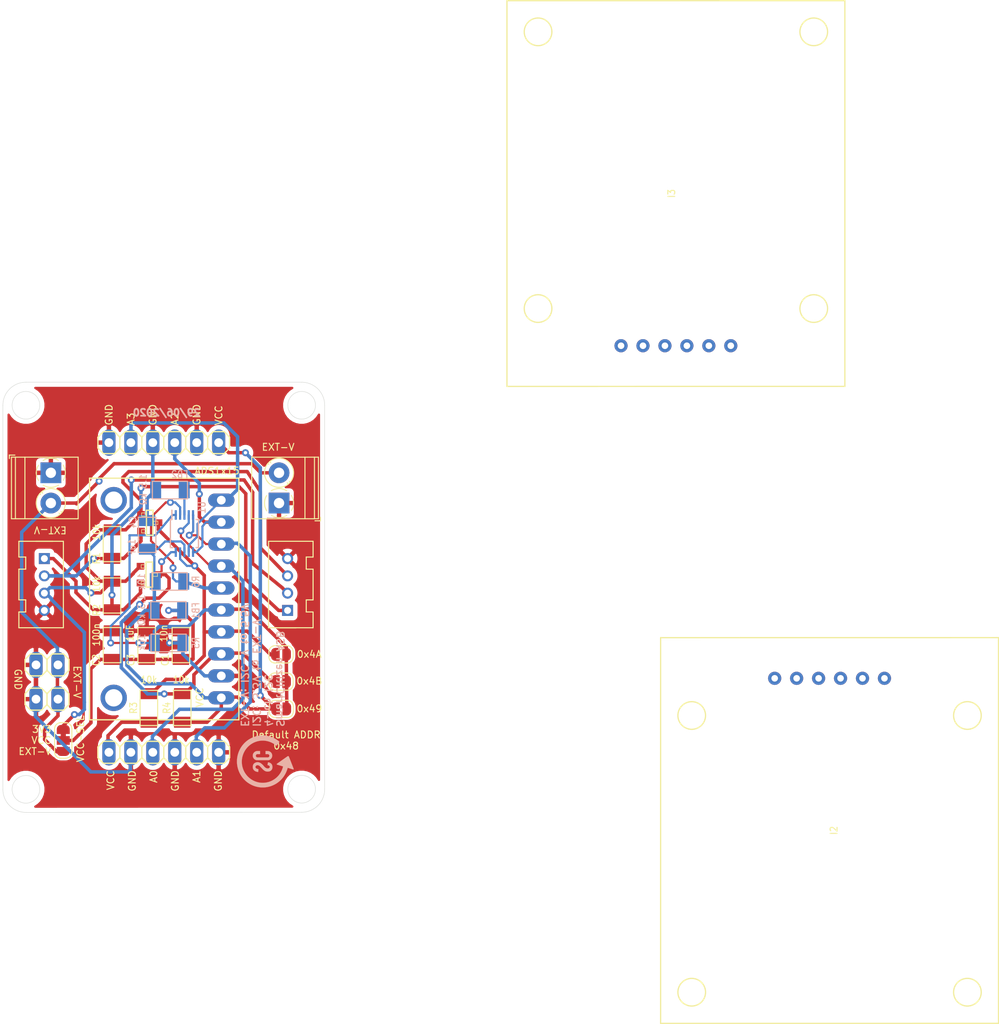
<source format=kicad_pcb>
(kicad_pcb (version 20171130) (host pcbnew "(5.1.5-0-10_14)")

  (general
    (thickness 1.6)
    (drawings 46)
    (tracks 350)
    (zones 0)
    (modules 31)
    (nets 28)
  )

  (page A4)
  (layers
    (0 F.Cu signal)
    (31 B.Cu signal)
    (32 B.Adhes user)
    (33 F.Adhes user)
    (34 B.Paste user)
    (35 F.Paste user)
    (36 B.SilkS user)
    (37 F.SilkS user)
    (38 B.Mask user)
    (39 F.Mask user)
    (40 Dwgs.User user)
    (41 Cmts.User user)
    (42 Eco1.User user)
    (43 Eco2.User user)
    (44 Edge.Cuts user)
    (45 Margin user)
    (46 B.CrtYd user)
    (47 F.CrtYd user)
    (48 B.Fab user)
    (49 F.Fab user hide)
  )

  (setup
    (last_trace_width 0.4)
    (user_trace_width 0.25)
    (trace_clearance 0.25)
    (zone_clearance 0.508)
    (zone_45_only no)
    (trace_min 0.2)
    (via_size 0.8)
    (via_drill 0.4)
    (via_min_size 0.4)
    (via_min_drill 0.3)
    (uvia_size 0.3)
    (uvia_drill 0.1)
    (uvias_allowed no)
    (uvia_min_size 0.2)
    (uvia_min_drill 0.1)
    (edge_width 0.05)
    (segment_width 0.2)
    (pcb_text_width 0.3)
    (pcb_text_size 1.5 1.5)
    (mod_edge_width 0.12)
    (mod_text_size 0.7 0.8)
    (mod_text_width 0.12)
    (pad_size 1.524 1.524)
    (pad_drill 0.762)
    (pad_to_mask_clearance 0.051)
    (solder_mask_min_width 0.25)
    (aux_axis_origin 0 0)
    (visible_elements FFFFFF7F)
    (pcbplotparams
      (layerselection 0x010fc_ffffffff)
      (usegerberextensions false)
      (usegerberattributes false)
      (usegerberadvancedattributes false)
      (creategerberjobfile false)
      (excludeedgelayer true)
      (linewidth 0.100000)
      (plotframeref false)
      (viasonmask false)
      (mode 1)
      (useauxorigin false)
      (hpglpennumber 1)
      (hpglpenspeed 20)
      (hpglpendiameter 15.000000)
      (psnegative false)
      (psa4output false)
      (plotreference true)
      (plotvalue true)
      (plotinvisibletext false)
      (padsonsilk false)
      (subtractmaskfromsilk false)
      (outputformat 1)
      (mirror false)
      (drillshape 1)
      (scaleselection 1)
      (outputdirectory ""))
  )

  (net 0 "")
  (net 1 5V)
  (net 2 VCC)
  (net 3 3V3)
  (net 4 SCL3V3)
  (net 5 SDA3V3)
  (net 6 GND)
  (net 7 A1)
  (net 8 A0)
  (net 9 A2)
  (net 10 A3)
  (net 11 SCL)
  (net 12 SDA)
  (net 13 ADDR)
  (net 14 ALRT)
  (net 15 "Net-(I2-Pad6)")
  (net 16 "Net-(I2-Pad5)")
  (net 17 "Net-(I2-Pad4)")
  (net 18 "Net-(I2-Pad3)")
  (net 19 "Net-(I2-Pad2)")
  (net 20 "Net-(I2-Pad1)")
  (net 21 "Net-(C1-Pad1)")
  (net 22 "Net-(I3-Pad1)")
  (net 23 "Net-(I3-Pad2)")
  (net 24 "Net-(I3-Pad3)")
  (net 25 "Net-(I3-Pad4)")
  (net 26 "Net-(I3-Pad5)")
  (net 27 "Net-(I3-Pad6)")

  (net_class Default "This is the default net class."
    (clearance 0.25)
    (trace_width 0.4)
    (via_dia 0.8)
    (via_drill 0.4)
    (uvia_dia 0.3)
    (uvia_drill 0.1)
    (add_net 3V3)
    (add_net 5V)
    (add_net A0)
    (add_net A1)
    (add_net A2)
    (add_net A3)
    (add_net ADDR)
    (add_net ALRT)
    (add_net GND)
    (add_net "Net-(C1-Pad1)")
    (add_net "Net-(I2-Pad1)")
    (add_net "Net-(I2-Pad2)")
    (add_net "Net-(I2-Pad3)")
    (add_net "Net-(I2-Pad4)")
    (add_net "Net-(I2-Pad5)")
    (add_net "Net-(I2-Pad6)")
    (add_net "Net-(I3-Pad1)")
    (add_net "Net-(I3-Pad2)")
    (add_net "Net-(I3-Pad3)")
    (add_net "Net-(I3-Pad4)")
    (add_net "Net-(I3-Pad5)")
    (add_net "Net-(I3-Pad6)")
    (add_net SCL)
    (add_net SCL3V3)
    (add_net SDA)
    (add_net SDA3V3)
    (add_net VCC)
  )

  (module TerminalBlock_Phoenix:TerminalBlock_Phoenix_PT-1,5-2-3.5-H_1x02_P3.50mm_Horizontal (layer F.Cu) (tedit 5B294F3F) (tstamp 5EFB279E)
    (at 169.3418 81.5161 90)
    (descr "Terminal Block Phoenix PT-1,5-2-3.5-H, 2 pins, pitch 3.5mm, size 7x7.6mm^2, drill diamater 1.2mm, pad diameter 2.4mm, see , script-generated using https://github.com/pointhi/kicad-footprint-generator/scripts/TerminalBlock_Phoenix")
    (tags "THT Terminal Block Phoenix PT-1,5-2-3.5-H pitch 3.5mm size 7x7.6mm^2 drill 1.2mm pad 2.4mm")
    (path /5F06E2A2/5F07F0BB)
    (fp_text reference J2 (at 1.75 -4.16 90) (layer F.SilkS) hide
      (effects (font (size 0.8 0.7) (thickness 0.12)))
    )
    (fp_text value EXT-V (at 1.75 5.56 90) (layer F.Fab)
      (effects (font (size 1 1) (thickness 0.15)))
    )
    (fp_text user %R (at 1.75 2.4 90) (layer F.Fab)
      (effects (font (size 1 1) (thickness 0.15)))
    )
    (fp_line (start 5.75 -3.6) (end -2.25 -3.6) (layer F.CrtYd) (width 0.05))
    (fp_line (start 5.75 5) (end 5.75 -3.6) (layer F.CrtYd) (width 0.05))
    (fp_line (start -2.25 5) (end 5.75 5) (layer F.CrtYd) (width 0.05))
    (fp_line (start -2.25 -3.6) (end -2.25 5) (layer F.CrtYd) (width 0.05))
    (fp_line (start -2.05 4.8) (end -1.65 4.8) (layer F.SilkS) (width 0.12))
    (fp_line (start -2.05 4.16) (end -2.05 4.8) (layer F.SilkS) (width 0.12))
    (fp_line (start 2.355 0.941) (end 2.226 1.069) (layer F.SilkS) (width 0.12))
    (fp_line (start 4.57 -1.275) (end 4.476 -1.181) (layer F.SilkS) (width 0.12))
    (fp_line (start 2.525 1.181) (end 2.431 1.274) (layer F.SilkS) (width 0.12))
    (fp_line (start 4.775 -1.069) (end 4.646 -0.941) (layer F.SilkS) (width 0.12))
    (fp_line (start 4.455 -1.138) (end 2.363 0.955) (layer F.Fab) (width 0.1))
    (fp_line (start 4.638 -0.955) (end 2.546 1.138) (layer F.Fab) (width 0.1))
    (fp_line (start 0.955 -1.138) (end -1.138 0.955) (layer F.Fab) (width 0.1))
    (fp_line (start 1.138 -0.955) (end -0.955 1.138) (layer F.Fab) (width 0.1))
    (fp_line (start 5.31 -3.16) (end 5.31 4.56) (layer F.SilkS) (width 0.12))
    (fp_line (start -1.81 -3.16) (end -1.81 4.56) (layer F.SilkS) (width 0.12))
    (fp_line (start -1.81 4.56) (end 5.31 4.56) (layer F.SilkS) (width 0.12))
    (fp_line (start -1.81 -3.16) (end 5.31 -3.16) (layer F.SilkS) (width 0.12))
    (fp_line (start -1.81 3) (end 5.31 3) (layer F.SilkS) (width 0.12))
    (fp_line (start -1.75 3) (end 5.25 3) (layer F.Fab) (width 0.1))
    (fp_line (start -1.81 4.1) (end 5.31 4.1) (layer F.SilkS) (width 0.12))
    (fp_line (start -1.75 4.1) (end 5.25 4.1) (layer F.Fab) (width 0.1))
    (fp_line (start -1.75 4.1) (end -1.75 -3.1) (layer F.Fab) (width 0.1))
    (fp_line (start -1.35 4.5) (end -1.75 4.1) (layer F.Fab) (width 0.1))
    (fp_line (start 5.25 4.5) (end -1.35 4.5) (layer F.Fab) (width 0.1))
    (fp_line (start 5.25 -3.1) (end 5.25 4.5) (layer F.Fab) (width 0.1))
    (fp_line (start -1.75 -3.1) (end 5.25 -3.1) (layer F.Fab) (width 0.1))
    (fp_circle (center 3.5 0) (end 5.18 0) (layer F.SilkS) (width 0.12))
    (fp_circle (center 3.5 0) (end 5 0) (layer F.Fab) (width 0.1))
    (fp_circle (center 0 0) (end 1.5 0) (layer F.Fab) (width 0.1))
    (fp_arc (start 0 0) (end -0.866 1.44) (angle -32) (layer F.SilkS) (width 0.12))
    (fp_arc (start 0 0) (end -1.44 -0.866) (angle -63) (layer F.SilkS) (width 0.12))
    (fp_arc (start 0 0) (end 0.866 -1.44) (angle -63) (layer F.SilkS) (width 0.12))
    (fp_arc (start 0 0) (end 1.425 0.891) (angle -64) (layer F.SilkS) (width 0.12))
    (fp_arc (start 0 0) (end 0 1.68) (angle -32) (layer F.SilkS) (width 0.12))
    (pad 2 thru_hole circle (at 3.5 0 90) (size 2.4 2.4) (drill 1.2) (layers *.Cu *.Mask)
      (net 1 5V))
    (pad 1 thru_hole rect (at 0 0 90) (size 2.4 2.4) (drill 1.2) (layers *.Cu *.Mask)
      (net 6 GND))
    (model ${KISYS3DMOD}/TerminalBlock_Phoenix.3dshapes/TerminalBlock_Phoenix_PT-1,5-2-3.5-H_1x02_P3.50mm_Horizontal.wrl
      (at (xyz 0 0 0))
      (scale (xyz 1 1 1))
      (rotate (xyz 0 0 0))
    )
  )

  (module TerminalBlock_Phoenix:TerminalBlock_Phoenix_PT-1,5-2-3.5-H_1x02_P3.50mm_Horizontal (layer F.Cu) (tedit 5B294F3F) (tstamp 5EFB2774)
    (at 142.9385 78.0161 270)
    (descr "Terminal Block Phoenix PT-1,5-2-3.5-H, 2 pins, pitch 3.5mm, size 7x7.6mm^2, drill diamater 1.2mm, pad diameter 2.4mm, see , script-generated using https://github.com/pointhi/kicad-footprint-generator/scripts/TerminalBlock_Phoenix")
    (tags "THT Terminal Block Phoenix PT-1,5-2-3.5-H pitch 3.5mm size 7x7.6mm^2 drill 1.2mm pad 2.4mm")
    (path /5F06E2A2/5F07F0C1)
    (fp_text reference J1 (at 1.75 -4.16 90) (layer F.SilkS) hide
      (effects (font (size 0.8 0.7) (thickness 0.12)))
    )
    (fp_text value EXT-V (at 1.75 5.56 90) (layer F.Fab)
      (effects (font (size 1 1) (thickness 0.15)))
    )
    (fp_text user %R (at 1.75 2.4 90) (layer F.Fab)
      (effects (font (size 1 1) (thickness 0.15)))
    )
    (fp_line (start 5.75 -3.6) (end -2.25 -3.6) (layer F.CrtYd) (width 0.05))
    (fp_line (start 5.75 5) (end 5.75 -3.6) (layer F.CrtYd) (width 0.05))
    (fp_line (start -2.25 5) (end 5.75 5) (layer F.CrtYd) (width 0.05))
    (fp_line (start -2.25 -3.6) (end -2.25 5) (layer F.CrtYd) (width 0.05))
    (fp_line (start -2.05 4.8) (end -1.65 4.8) (layer F.SilkS) (width 0.12))
    (fp_line (start -2.05 4.16) (end -2.05 4.8) (layer F.SilkS) (width 0.12))
    (fp_line (start 2.355 0.941) (end 2.226 1.069) (layer F.SilkS) (width 0.12))
    (fp_line (start 4.57 -1.275) (end 4.476 -1.181) (layer F.SilkS) (width 0.12))
    (fp_line (start 2.525 1.181) (end 2.431 1.274) (layer F.SilkS) (width 0.12))
    (fp_line (start 4.775 -1.069) (end 4.646 -0.941) (layer F.SilkS) (width 0.12))
    (fp_line (start 4.455 -1.138) (end 2.363 0.955) (layer F.Fab) (width 0.1))
    (fp_line (start 4.638 -0.955) (end 2.546 1.138) (layer F.Fab) (width 0.1))
    (fp_line (start 0.955 -1.138) (end -1.138 0.955) (layer F.Fab) (width 0.1))
    (fp_line (start 1.138 -0.955) (end -0.955 1.138) (layer F.Fab) (width 0.1))
    (fp_line (start 5.31 -3.16) (end 5.31 4.56) (layer F.SilkS) (width 0.12))
    (fp_line (start -1.81 -3.16) (end -1.81 4.56) (layer F.SilkS) (width 0.12))
    (fp_line (start -1.81 4.56) (end 5.31 4.56) (layer F.SilkS) (width 0.12))
    (fp_line (start -1.81 -3.16) (end 5.31 -3.16) (layer F.SilkS) (width 0.12))
    (fp_line (start -1.81 3) (end 5.31 3) (layer F.SilkS) (width 0.12))
    (fp_line (start -1.75 3) (end 5.25 3) (layer F.Fab) (width 0.1))
    (fp_line (start -1.81 4.1) (end 5.31 4.1) (layer F.SilkS) (width 0.12))
    (fp_line (start -1.75 4.1) (end 5.25 4.1) (layer F.Fab) (width 0.1))
    (fp_line (start -1.75 4.1) (end -1.75 -3.1) (layer F.Fab) (width 0.1))
    (fp_line (start -1.35 4.5) (end -1.75 4.1) (layer F.Fab) (width 0.1))
    (fp_line (start 5.25 4.5) (end -1.35 4.5) (layer F.Fab) (width 0.1))
    (fp_line (start 5.25 -3.1) (end 5.25 4.5) (layer F.Fab) (width 0.1))
    (fp_line (start -1.75 -3.1) (end 5.25 -3.1) (layer F.Fab) (width 0.1))
    (fp_circle (center 3.5 0) (end 5.18 0) (layer F.SilkS) (width 0.12))
    (fp_circle (center 3.5 0) (end 5 0) (layer F.Fab) (width 0.1))
    (fp_circle (center 0 0) (end 1.5 0) (layer F.Fab) (width 0.1))
    (fp_arc (start 0 0) (end -0.866 1.44) (angle -32) (layer F.SilkS) (width 0.12))
    (fp_arc (start 0 0) (end -1.44 -0.866) (angle -63) (layer F.SilkS) (width 0.12))
    (fp_arc (start 0 0) (end 0.866 -1.44) (angle -63) (layer F.SilkS) (width 0.12))
    (fp_arc (start 0 0) (end 1.425 0.891) (angle -64) (layer F.SilkS) (width 0.12))
    (fp_arc (start 0 0) (end 0 1.68) (angle -32) (layer F.SilkS) (width 0.12))
    (pad 2 thru_hole circle (at 3.5 0 270) (size 2.4 2.4) (drill 1.2) (layers *.Cu *.Mask)
      (net 1 5V))
    (pad 1 thru_hole rect (at 0 0 270) (size 2.4 2.4) (drill 1.2) (layers *.Cu *.Mask)
      (net 6 GND))
    (model ${KISYS3DMOD}/TerminalBlock_Phoenix.3dshapes/TerminalBlock_Phoenix_PT-1,5-2-3.5-H_1x02_P3.50mm_Horizontal.wrl
      (at (xyz 0 0 0))
      (scale (xyz 1 1 1))
      (rotate (xyz 0 0 0))
    )
  )

  (module LOGO:Logo_5000 (layer B.Cu) (tedit 0) (tstamp 5EFB7430)
    (at 167.7797 111.2266 90)
    (fp_text reference G*** (at 0 0 90) (layer B.SilkS) hide
      (effects (font (size 1.524 1.524) (thickness 0.3)) (justify mirror))
    )
    (fp_text value LOGO (at 0.75 0 90) (layer B.SilkS) hide
      (effects (font (size 1.524 1.524) (thickness 0.3)) (justify mirror))
    )
    (fp_poly (pts (xy 0.527669 0.773423) (xy 0.562492 0.771923) (xy 0.593173 0.769315) (xy 0.61687 0.765628)
      (xy 0.617394 0.765512) (xy 0.689322 0.744467) (xy 0.75614 0.714822) (xy 0.81736 0.676958)
      (xy 0.872497 0.631254) (xy 0.921063 0.57809) (xy 0.962572 0.517847) (xy 0.983099 0.48006)
      (xy 0.99544 0.454587) (xy 1.005566 0.431887) (xy 1.013709 0.410561) (xy 1.020104 0.389207)
      (xy 1.024984 0.366424) (xy 1.028583 0.340811) (xy 1.031136 0.310966) (xy 1.032875 0.275489)
      (xy 1.034034 0.232978) (xy 1.034848 0.182032) (xy 1.035011 0.16891) (xy 1.037049 0)
      (xy 0.68072 0) (xy 0.68072 0.14713) (xy 0.680675 0.190143) (xy 0.68049 0.224315)
      (xy 0.680085 0.250963) (xy 0.679379 0.271407) (xy 0.678293 0.286964) (xy 0.676748 0.298953)
      (xy 0.674664 0.308692) (xy 0.671961 0.317499) (xy 0.670129 0.322566) (xy 0.654523 0.352398)
      (xy 0.631294 0.381434) (xy 0.602832 0.407164) (xy 0.571528 0.427074) (xy 0.569872 0.427901)
      (xy 0.552235 0.436084) (xy 0.537672 0.441039) (xy 0.522383 0.443557) (xy 0.502568 0.444432)
      (xy 0.490326 0.4445) (xy 0.466238 0.44405) (xy 0.448439 0.442214) (xy 0.433081 0.438262)
      (xy 0.416314 0.431466) (xy 0.412635 0.429785) (xy 0.382626 0.411606) (xy 0.353892 0.386435)
      (xy 0.329172 0.357138) (xy 0.31121 0.326576) (xy 0.309102 0.321651) (xy 0.29718 0.2921)
      (xy 0.29718 -0.978114) (xy 0.313779 -1.011833) (xy 0.33574 -1.047025) (xy 0.363654 -1.076873)
      (xy 0.395666 -1.099694) (xy 0.424818 -1.112347) (xy 0.469483 -1.121146) (xy 0.513647 -1.120314)
      (xy 0.555998 -1.110224) (xy 0.595221 -1.091249) (xy 0.630003 -1.06376) (xy 0.642124 -1.050761)
      (xy 0.651877 -1.038944) (xy 0.659835 -1.027747) (xy 0.66618 -1.016011) (xy 0.671093 -1.002577)
      (xy 0.674758 -0.986288) (xy 0.677356 -0.965984) (xy 0.679068 -0.940507) (xy 0.680078 -0.908699)
      (xy 0.680565 -0.8694) (xy 0.680714 -0.821452) (xy 0.68072 -0.804989) (xy 0.68072 -0.635)
      (xy 1.03632 -0.635) (xy 1.03632 -0.817214) (xy 1.036192 -0.873153) (xy 1.035734 -0.920196)
      (xy 1.034833 -0.959605) (xy 1.033376 -0.992641) (xy 1.031251 -1.020566) (xy 1.028345 -1.044642)
      (xy 1.024546 -1.06613) (xy 1.01974 -1.086292) (xy 1.013814 -1.106391) (xy 1.009268 -1.12014)
      (xy 0.982943 -1.182043) (xy 0.947774 -1.240875) (xy 0.904889 -1.295505) (xy 0.855419 -1.344804)
      (xy 0.800491 -1.387644) (xy 0.741233 -1.422896) (xy 0.68072 -1.44876) (xy 0.63539 -1.461396)
      (xy 0.583992 -1.470522) (xy 0.530113 -1.475795) (xy 0.477336 -1.476872) (xy 0.429249 -1.473411)
      (xy 0.426492 -1.473038) (xy 0.356182 -1.458155) (xy 0.288903 -1.433702) (xy 0.225167 -1.399951)
      (xy 0.165484 -1.357174) (xy 0.110364 -1.305644) (xy 0.108216 -1.303355) (xy 0.067794 -1.254942)
      (xy 0.035233 -1.204047) (xy 0.009299 -1.148417) (xy -0.01124 -1.085802) (xy -0.011572 -1.08458)
      (xy -0.013157 -1.078641) (xy -0.014584 -1.072762) (xy -0.015862 -1.066401) (xy -0.017001 -1.059012)
      (xy -0.018011 -1.050052) (xy -0.018901 -1.038977) (xy -0.019682 -1.025243) (xy -0.020362 -1.008306)
      (xy -0.020952 -0.987622) (xy -0.021462 -0.962649) (xy -0.0219 -0.93284) (xy -0.022278 -0.897654)
      (xy -0.022604 -0.856545) (xy -0.022888 -0.80897) (xy -0.023141 -0.754385) (xy -0.023371 -0.692247)
      (xy -0.023589 -0.622011) (xy -0.023804 -0.543133) (xy -0.024026 -0.45507) (xy -0.024214 -0.37846)
      (xy -0.024446 -0.268053) (xy -0.02458 -0.167615) (xy -0.024614 -0.076955) (xy -0.024547 0.004117)
      (xy -0.024378 0.075792) (xy -0.024106 0.13826) (xy -0.02373 0.191713) (xy -0.02325 0.236341)
      (xy -0.022663 0.272334) (xy -0.021969 0.299883) (xy -0.021167 0.319179) (xy -0.020283 0.3302)
      (xy -0.006724 0.396802) (xy 0.016042 0.460358) (xy 0.047338 0.520169) (xy 0.086485 0.575537)
      (xy 0.132804 0.62576) (xy 0.185619 0.670141) (xy 0.244249 0.707978) (xy 0.308019 0.738573)
      (xy 0.376248 0.761225) (xy 0.40386 0.767743) (xy 0.4268 0.770974) (xy 0.456979 0.772978)
      (xy 0.491549 0.773784) (xy 0.527669 0.773423)) (layer B.SilkS) (width 0.01))
    (fp_poly (pts (xy -0.738043 0.798215) (xy -0.669289 0.787007) (xy -0.603769 0.768715) (xy -0.567807 0.754792)
      (xy -0.529241 0.736878) (xy -0.497252 0.718803) (xy -0.468471 0.698322) (xy -0.439532 0.67319)
      (xy -0.426207 0.6604) (xy -0.380123 0.609356) (xy -0.342834 0.554864) (xy -0.313359 0.495275)
      (xy -0.292645 0.435729) (xy -0.287215 0.415187) (xy -0.281662 0.391118) (xy -0.276354 0.365557)
      (xy -0.271662 0.340541) (xy -0.267955 0.318105) (xy -0.265601 0.300284) (xy -0.264971 0.289115)
      (xy -0.265562 0.286466) (xy -0.271075 0.284891) (xy -0.285126 0.281853) (xy -0.306239 0.27762)
      (xy -0.33294 0.272462) (xy -0.363755 0.266646) (xy -0.397208 0.260442) (xy -0.431827 0.254119)
      (xy -0.466135 0.247944) (xy -0.49866 0.242187) (xy -0.527926 0.237117) (xy -0.552459 0.233002)
      (xy -0.570785 0.230111) (xy -0.581428 0.228713) (xy -0.58293 0.228625) (xy -0.591884 0.231207)
      (xy -0.59436 0.240626) (xy -0.59436 0.240649) (xy -0.596217 0.257254) (xy -0.601227 0.280403)
      (xy -0.608553 0.307295) (xy -0.617357 0.335131) (xy -0.6268 0.361112) (xy -0.636045 0.382437)
      (xy -0.637904 0.386101) (xy -0.663056 0.425419) (xy -0.692313 0.455443) (xy -0.725685 0.476179)
      (xy -0.763181 0.487633) (xy -0.804812 0.48981) (xy -0.828654 0.487188) (xy -0.861538 0.479284)
      (xy -0.888234 0.466327) (xy -0.912182 0.446518) (xy -0.918078 0.440354) (xy -0.941251 0.410544)
      (xy -0.958201 0.377465) (xy -0.969417 0.339563) (xy -0.975386 0.295288) (xy -0.976712 0.254)
      (xy -0.973314 0.199411) (xy -0.963074 0.147389) (xy -0.945426 0.096436) (xy -0.919805 0.045056)
      (xy -0.885646 -0.008252) (xy -0.869443 -0.03048) (xy -0.845144 -0.061245) (xy -0.819127 -0.09087)
      (xy -0.789923 -0.120819) (xy -0.756063 -0.152554) (xy -0.716079 -0.187537) (xy -0.68834 -0.21086)
      (xy -0.652393 -0.240992) (xy -0.622421 -0.266823) (xy -0.596362 -0.290267) (xy -0.572156 -0.313242)
      (xy -0.547743 -0.337662) (xy -0.521062 -0.365444) (xy -0.513683 -0.373259) (xy -0.451826 -0.442601)
      (xy -0.399168 -0.509711) (xy -0.355225 -0.575437) (xy -0.319514 -0.640627) (xy -0.291552 -0.706128)
      (xy -0.270856 -0.772789) (xy -0.261288 -0.81598) (xy -0.257088 -0.84855) (xy -0.255052 -0.887985)
      (xy -0.255091 -0.931245) (xy -0.257116 -0.975287) (xy -0.261037 -1.01707) (xy -0.266764 -1.053553)
      (xy -0.268521 -1.06172) (xy -0.287626 -1.12735) (xy -0.313639 -1.189866) (xy -0.345741 -1.248048)
      (xy -0.383111 -1.300674) (xy -0.424932 -1.346526) (xy -0.470385 -1.384383) (xy -0.496428 -1.401233)
      (xy -0.558429 -1.431801) (xy -0.626146 -1.454873) (xy -0.698165 -1.470192) (xy -0.773077 -1.477506)
      (xy -0.849468 -1.476557) (xy -0.890991 -1.472501) (xy -0.964762 -1.458518) (xy -1.032684 -1.436241)
      (xy -1.094818 -1.40564) (xy -1.151228 -1.366686) (xy -1.198349 -1.323204) (xy -1.24697 -1.264668)
      (xy -1.288316 -1.199178) (xy -1.322286 -1.126976) (xy -1.348779 -1.048303) (xy -1.367695 -0.963399)
      (xy -1.376715 -0.897088) (xy -1.378732 -0.87571) (xy -1.380045 -0.858504) (xy -1.3805 -0.847701)
      (xy -1.380261 -0.845166) (xy -1.375084 -0.844498) (xy -1.36126 -0.843272) (xy -1.340279 -0.841595)
      (xy -1.31363 -0.839569) (xy -1.282806 -0.837302) (xy -1.249296 -0.834895) (xy -1.214591 -0.832456)
      (xy -1.180182 -0.830087) (xy -1.147559 -0.827894) (xy -1.118212 -0.825981) (xy -1.093634 -0.824453)
      (xy -1.075313 -0.823414) (xy -1.06474 -0.82297) (xy -1.063875 -0.822961) (xy -1.058947 -0.823946)
      (xy -1.05516 -0.828073) (xy -1.051856 -0.837099) (xy -1.04838 -0.852781) (xy -1.044388 -0.87503)
      (xy -1.035273 -0.918885) (xy -1.02336 -0.962245) (xy -1.00957 -1.002243) (xy -0.994825 -1.036013)
      (xy -0.989302 -1.046373) (xy -0.970886 -1.073178) (xy -0.946938 -1.100104) (xy -0.920488 -1.12413)
      (xy -0.89457 -1.142234) (xy -0.891271 -1.144063) (xy -0.853605 -1.158606) (xy -0.813324 -1.164027)
      (xy -0.772313 -1.160313) (xy -0.732457 -1.147452) (xy -0.727598 -1.145175) (xy -0.704906 -1.131234)
      (xy -0.68069 -1.111633) (xy -0.657812 -1.089114) (xy -0.639135 -1.066419) (xy -0.629977 -1.051669)
      (xy -0.618007 -1.020501) (xy -0.609687 -0.982718) (xy -0.605272 -0.94128) (xy -0.605018 -0.899149)
      (xy -0.609178 -0.859285) (xy -0.612148 -0.844588) (xy -0.62766 -0.796724) (xy -0.651493 -0.74751)
      (xy -0.682449 -0.699149) (xy -0.710044 -0.664276) (xy -0.717661 -0.656299) (xy -0.7319 -0.642209)
      (xy -0.751927 -0.6228) (xy -0.776913 -0.598864) (xy -0.806026 -0.571195) (xy -0.838434 -0.540587)
      (xy -0.873306 -0.507832) (xy -0.906989 -0.476353) (xy -0.944525 -0.441169) (xy -0.981245 -0.406391)
      (xy -1.01617 -0.372971) (xy -1.048317 -0.341865) (xy -1.076706 -0.314024) (xy -1.100356 -0.290405)
      (xy -1.118287 -0.271959) (xy -1.12776 -0.261675) (xy -1.176751 -0.203487) (xy -1.217801 -0.149028)
      (xy -1.2517 -0.096826) (xy -1.279237 -0.045412) (xy -1.3012 0.006685) (xy -1.318379 0.060937)
      (xy -1.331382 0.117873) (xy -1.335397 0.140224) (xy -1.338187 0.16007) (xy -1.339885 0.179875)
      (xy -1.340626 0.202101) (xy -1.340544 0.229212) (xy -1.339773 0.26367) (xy -1.339622 0.269069)
      (xy -1.337476 0.319098) (xy -1.333862 0.361404) (xy -1.328363 0.398372) (xy -1.320561 0.432384)
      (xy -1.310036 0.465825) (xy -1.300766 0.490314) (xy -1.271001 0.552134) (xy -1.23351 0.609131)
      (xy -1.189286 0.660201) (xy -1.139321 0.704243) (xy -1.084605 0.740155) (xy -1.068265 0.748755)
      (xy -1.009939 0.772642) (xy -0.945981 0.789554) (xy -0.878163 0.799467) (xy -0.808259 0.802361)
      (xy -0.738043 0.798215)) (layer B.SilkS) (width 0.01))
    (fp_poly (pts (xy -1.043464 3.260296) (xy -1.042292 3.260179) (xy -1.03467 3.258031) (xy -1.018255 3.252363)
      (xy -0.993684 3.243427) (xy -0.961597 3.231473) (xy -0.922632 3.216754) (xy -0.877427 3.199519)
      (xy -0.826621 3.180021) (xy -0.770852 3.158511) (xy -0.710759 3.13524) (xy -0.64698 3.110459)
      (xy -0.580155 3.084419) (xy -0.51092 3.057372) (xy -0.439915 3.029569) (xy -0.367779 3.001261)
      (xy -0.295149 2.9727) (xy -0.222665 2.944136) (xy -0.150965 2.915822) (xy -0.080686 2.888007)
      (xy -0.012469 2.860944) (xy 0.053049 2.834884) (xy 0.115229 2.810077) (xy 0.173433 2.786776)
      (xy 0.227023 2.765231) (xy 0.275359 2.745694) (xy 0.317803 2.728416) (xy 0.353716 2.713647)
      (xy 0.382461 2.701641) (xy 0.403399 2.692647) (xy 0.415891 2.686917) (xy 0.419094 2.685129)
      (xy 0.436992 2.665485) (xy 0.448292 2.640472) (xy 0.452418 2.612905) (xy 0.448792 2.585598)
      (xy 0.4426 2.570405) (xy 0.438534 2.564129) (xy 0.429002 2.550142) (xy 0.414401 2.529008)
      (xy 0.395131 2.501293) (xy 0.371591 2.467562) (xy 0.34418 2.42838) (xy 0.313295 2.384312)
      (xy 0.279337 2.335924) (xy 0.242704 2.283781) (xy 0.203794 2.228448) (xy 0.163007 2.17049)
      (xy 0.12074 2.110472) (xy 0.077394 2.048959) (xy 0.033367 1.986517) (xy -0.010943 1.923711)
      (xy -0.055136 1.861107) (xy -0.098815 1.799268) (xy -0.141579 1.738761) (xy -0.183031 1.68015)
      (xy -0.222772 1.624002) (xy -0.260402 1.57088) (xy -0.295523 1.52135) (xy -0.327736 1.475978)
      (xy -0.356643 1.435329) (xy -0.381844 1.399967) (xy -0.402941 1.370458) (xy -0.419535 1.347368)
      (xy -0.431227 1.33126) (xy -0.437619 1.322702) (xy -0.438536 1.321588) (xy -0.456939 1.306435)
      (xy -0.477196 1.297251) (xy -0.489577 1.2954) (xy -0.503488 1.299866) (xy -0.517861 1.311627)
      (xy -0.530293 1.328234) (xy -0.537516 1.344265) (xy -0.540022 1.352406) (xy -0.545205 1.36942)
      (xy -0.552807 1.394451) (xy -0.562569 1.426647) (xy -0.574232 1.465151) (xy -0.587538 1.50911)
      (xy -0.602228 1.557671) (xy -0.618043 1.609977) (xy -0.634724 1.665176) (xy -0.643486 1.69418)
      (xy -0.660355 1.74996) (xy -0.676386 1.802848) (xy -0.691336 1.852046) (xy -0.704961 1.896756)
      (xy -0.717015 1.93618) (xy -0.727255 1.969518) (xy -0.735437 1.995975) (xy -0.741315 2.01475)
      (xy -0.744646 2.025046) (xy -0.74531 2.026813) (xy -0.751258 2.026903) (xy -0.765496 2.0243)
      (xy -0.786627 2.019382) (xy -0.813259 2.012531) (xy -0.843996 2.004128) (xy -0.877443 1.994553)
      (xy -0.912206 1.984187) (xy -0.94689 1.97341) (xy -0.9779 1.963337) (xy -1.126235 1.908794)
      (xy -1.269201 1.845654) (xy -1.407087 1.773762) (xy -1.540178 1.692962) (xy -1.668763 1.603096)
      (xy -1.734659 1.552158) (xy -1.852291 1.451687) (xy -1.962946 1.344063) (xy -2.06632 1.229759)
      (xy -2.162107 1.109247) (xy -2.250004 0.982998) (xy -2.329705 0.851485) (xy -2.400906 0.715179)
      (xy -2.463303 0.574553) (xy -2.516589 0.430078) (xy -2.560462 0.282226) (xy -2.564465 0.2667)
      (xy -2.598174 0.113772) (xy -2.621792 -0.039886) (xy -2.635336 -0.193958) (xy -2.63882 -0.348126)
      (xy -2.63226 -0.502072) (xy -2.615672 -0.65548) (xy -2.589071 -0.808033) (xy -2.552473 -0.959414)
      (xy -2.505893 -1.109304) (xy -2.495796 -1.13792) (xy -2.438557 -1.282315) (xy -2.372697 -1.421654)
      (xy -2.298564 -1.555657) (xy -2.216506 -1.68404) (xy -2.126872 -1.806521) (xy -2.030009 -1.922819)
      (xy -1.926266 -2.032652) (xy -1.815991 -2.135736) (xy -1.699531 -2.231791) (xy -1.577236 -2.320534)
      (xy -1.449453 -2.401683) (xy -1.31653 -2.474955) (xy -1.178815 -2.54007) (xy -1.036657 -2.596744)
      (xy -0.890403 -2.644696) (xy -0.740402 -2.683643) (xy -0.587002 -2.713304) (xy -0.54356 -2.719896)
      (xy -0.403659 -2.735516) (xy -0.260651 -2.74312) (xy -0.117097 -2.742686) (xy 0.024443 -2.734196)
      (xy 0.10922 -2.724985) (xy 0.263491 -2.700112) (xy 0.416114 -2.665375) (xy 0.566421 -2.621018)
      (xy 0.713746 -2.56729) (xy 0.857424 -2.504436) (xy 0.996789 -2.432705) (xy 1.131174 -2.352342)
      (xy 1.152753 -2.338315) (xy 1.275675 -2.251818) (xy 1.393516 -2.157517) (xy 1.505308 -2.056315)
      (xy 1.610082 -1.949118) (xy 1.706869 -1.836831) (xy 1.753327 -1.777254) (xy 1.843629 -1.649076)
      (xy 1.925056 -1.516502) (xy 1.997493 -1.379959) (xy 2.060823 -1.239877) (xy 2.11493 -1.096683)
      (xy 2.1597 -0.950804) (xy 2.195017 -0.802668) (xy 2.220765 -0.652704) (xy 2.236828 -0.501339)
      (xy 2.243091 -0.349002) (xy 2.239438 -0.196119) (xy 2.225753 -0.043119) (xy 2.224551 -0.033471)
      (xy 2.199956 0.120478) (xy 2.165585 0.272185) (xy 2.121657 0.421149) (xy 2.068389 0.566872)
      (xy 2.006 0.708854) (xy 1.934709 0.846597) (xy 1.854734 0.979599) (xy 1.766293 1.107363)
      (xy 1.674772 1.223265) (xy 1.660073 1.241592) (xy 1.649507 1.256488) (xy 1.64407 1.266453)
      (xy 1.643888 1.269729) (xy 1.651795 1.276436) (xy 1.666487 1.288174) (xy 1.687075 1.304275)
      (xy 1.712673 1.324068) (xy 1.742392 1.346883) (xy 1.775344 1.37205) (xy 1.810643 1.3989)
      (xy 1.8474 1.426761) (xy 1.884728 1.454965) (xy 1.921738 1.482841) (xy 1.957543 1.509719)
      (xy 1.991256 1.53493) (xy 2.021989 1.557803) (xy 2.048854 1.577668) (xy 2.070963 1.593856)
      (xy 2.087428 1.605697) (xy 2.097363 1.612519) (xy 2.099981 1.613947) (xy 2.106051 1.609043)
      (xy 2.117335 1.597183) (xy 2.132896 1.579496) (xy 2.151794 1.557113) (xy 2.173092 1.531162)
      (xy 2.195851 1.502773) (xy 2.219132 1.473075) (xy 2.241997 1.443197) (xy 2.243371 1.441376)
      (xy 2.343576 1.300094) (xy 2.435173 1.153664) (xy 2.517982 1.00252) (xy 2.59182 0.847095)
      (xy 2.656507 0.687823) (xy 2.711861 0.525138) (xy 2.757701 0.359473) (xy 2.793844 0.191261)
      (xy 2.811681 0.083313) (xy 2.822257 0.004411) (xy 2.830251 -0.070941) (xy 2.835877 -0.145844)
      (xy 2.83935 -0.223399) (xy 2.840884 -0.306707) (xy 2.841004 -0.34036) (xy 2.837251 -0.498393)
      (xy 2.8258 -0.651238) (xy 2.806365 -0.800659) (xy 2.778659 -0.948416) (xy 2.742396 -1.096274)
      (xy 2.697288 -1.245995) (xy 2.690165 -1.26746) (xy 2.630049 -1.430905) (xy 2.561124 -1.589503)
      (xy 2.483653 -1.742974) (xy 2.397899 -1.891042) (xy 2.304127 -2.033429) (xy 2.2026 -2.169856)
      (xy 2.093582 -2.300047) (xy 1.977338 -2.423724) (xy 1.85413 -2.540609) (xy 1.724223 -2.650424)
      (xy 1.587881 -2.752892) (xy 1.445367 -2.847735) (xy 1.296946 -2.934675) (xy 1.142881 -3.013435)
      (xy 0.983436 -3.083736) (xy 0.9525 -3.096137) (xy 0.791613 -3.154625) (xy 0.629556 -3.203501)
      (xy 0.465363 -3.24299) (xy 0.298066 -3.273314) (xy 0.126699 -3.294697) (xy 0.07366 -3.299459)
      (xy 0.047884 -3.301118) (xy 0.014476 -3.302584) (xy -0.024867 -3.303839) (xy -0.068444 -3.304866)
      (xy -0.114556 -3.30565) (xy -0.161503 -3.306173) (xy -0.207587 -3.306419) (xy -0.251107 -3.306371)
      (xy -0.290364 -3.306013) (xy -0.323658 -3.305327) (xy -0.349291 -3.304297) (xy -0.35814 -3.303695)
      (xy -0.453635 -3.295037) (xy -0.541103 -3.285384) (xy -0.622658 -3.2744) (xy -0.700413 -3.261749)
      (xy -0.776479 -3.247098) (xy -0.852971 -3.23011) (xy -0.90932 -3.216287) (xy -1.079763 -3.167791)
      (xy -1.246203 -3.109981) (xy -1.408426 -3.042967) (xy -1.566218 -2.966859) (xy -1.719362 -2.881768)
      (xy -1.867643 -2.787804) (xy -2.010847 -2.685078) (xy -2.12852 -2.590868) (xy -2.159006 -2.564291)
      (xy -2.194485 -2.531796) (xy -2.2335 -2.494843) (xy -2.274592 -2.454894) (xy -2.316304 -2.413407)
      (xy -2.357176 -2.371845) (xy -2.395752 -2.331669) (xy -2.430572 -2.294338) (xy -2.460179 -2.261314)
      (xy -2.475962 -2.24282) (xy -2.586305 -2.102332) (xy -2.687392 -1.957742) (xy -2.779176 -1.809168)
      (xy -2.861609 -1.656728) (xy -2.934643 -1.50054) (xy -2.998231 -1.34072) (xy -3.052325 -1.177387)
      (xy -3.096877 -1.010659) (xy -3.131839 -0.840653) (xy -3.157165 -0.667487) (xy -3.170238 -0.529754)
      (xy -3.172114 -0.49531) (xy -3.173394 -0.45314) (xy -3.174104 -0.405053) (xy -3.174272 -0.35286)
      (xy -3.173924 -0.298374) (xy -3.173086 -0.243404) (xy -3.171785 -0.189761) (xy -3.170048 -0.139256)
      (xy -3.167902 -0.093701) (xy -3.165372 -0.054905) (xy -3.162866 -0.02794) (xy -3.142871 0.121637)
      (xy -3.117361 0.264411) (xy -3.08586 0.402403) (xy -3.047893 0.537632) (xy -3.002986 0.672118)
      (xy -2.989573 0.70866) (xy -2.923973 0.869838) (xy -2.849801 1.025766) (xy -2.767332 1.176195)
      (xy -2.676838 1.320875) (xy -2.578591 1.459558) (xy -2.472866 1.591993) (xy -2.359934 1.717933)
      (xy -2.240069 1.837127) (xy -2.113545 1.949327) (xy -1.980633 2.054283) (xy -1.841607 2.151746)
      (xy -1.696741 2.241466) (xy -1.546306 2.323195) (xy -1.390576 2.396683) (xy -1.229825 2.461682)
      (xy -1.064324 2.517941) (xy -0.980812 2.542455) (xy -0.954262 2.550111) (xy -0.931599 2.557147)
      (xy -0.914442 2.56302) (xy -0.904405 2.567187) (xy -0.902469 2.568753) (xy -0.904059 2.574233)
      (xy -0.908382 2.58859) (xy -0.915185 2.610994) (xy -0.924214 2.640613) (xy -0.935214 2.676613)
      (xy -0.947931 2.718163) (xy -0.962111 2.76443) (xy -0.977499 2.814584) (xy -0.993841 2.86779)
      (xy -0.997719 2.88041) (xy -1.018045 2.946625) (xy -1.035514 3.003851) (xy -1.050283 3.052801)
      (xy -1.062511 3.094188) (xy -1.072353 3.128726) (xy -1.079967 3.157128) (xy -1.085511 3.180108)
      (xy -1.089142 3.198378) (xy -1.091018 3.212653) (xy -1.091295 3.223645) (xy -1.090131 3.232068)
      (xy -1.087683 3.238635) (xy -1.084109 3.244059) (xy -1.079566 3.249054) (xy -1.079122 3.249501)
      (xy -1.069296 3.25764) (xy -1.058925 3.260799) (xy -1.043464 3.260296)) (layer B.SilkS) (width 0.01))
  )

  (module Jumper:SolderJumper-3_P1.3mm_Bridged12_RoundedPad1.0x1.5mm_NumberLabels (layer F.Cu) (tedit 5C745336) (tstamp 5EFB27B3)
    (at 144.3736 108.966 270)
    (descr "SMD Solder 3-pad Jumper, 1x1.5mm rounded Pads, 0.3mm gap, pads 1-2 bridged with 1 copper strip, labeled with numbers")
    (tags "solder jumper open")
    (path /5F06E2A2/5F07F10E)
    (attr virtual)
    (fp_text reference JP1 (at 0 -1.8 90) (layer F.SilkS) hide
      (effects (font (size 0.8 0.7) (thickness 0.12)))
    )
    (fp_text value SolderJumper_3_Bridged12 (at 0 1.9 90) (layer F.Fab)
      (effects (font (size 1 1) (thickness 0.15)))
    )
    (fp_poly (pts (xy -0.9 -0.3) (xy -0.4 -0.3) (xy -0.4 0.3) (xy -0.9 0.3)) (layer F.Cu) (width 0))
    (fp_arc (start -1.35 -0.3) (end -1.35 -1) (angle -90) (layer F.SilkS) (width 0.12))
    (fp_arc (start -1.35 0.3) (end -2.05 0.3) (angle -90) (layer F.SilkS) (width 0.12))
    (fp_arc (start 1.35 0.3) (end 1.35 1) (angle -90) (layer F.SilkS) (width 0.12))
    (fp_arc (start 1.35 -0.3) (end 2.05 -0.3) (angle -90) (layer F.SilkS) (width 0.12))
    (fp_line (start 2.3 1.25) (end -2.3 1.25) (layer F.CrtYd) (width 0.05))
    (fp_line (start 2.3 1.25) (end 2.3 -1.25) (layer F.CrtYd) (width 0.05))
    (fp_line (start -2.3 -1.25) (end -2.3 1.25) (layer F.CrtYd) (width 0.05))
    (fp_line (start -2.3 -1.25) (end 2.3 -1.25) (layer F.CrtYd) (width 0.05))
    (fp_line (start -1.4 -1) (end 1.4 -1) (layer F.SilkS) (width 0.12))
    (fp_line (start 2.05 -0.3) (end 2.05 0.3) (layer F.SilkS) (width 0.12))
    (fp_line (start 1.4 1) (end -1.4 1) (layer F.SilkS) (width 0.12))
    (fp_line (start -2.05 0.3) (end -2.05 -0.3) (layer F.SilkS) (width 0.12))
    (fp_text user 1 (at -2.6 0 90) (layer F.SilkS) hide
      (effects (font (size 1 1) (thickness 0.15)))
    )
    (fp_text user 3 (at 2.6 0 90) (layer F.SilkS) hide
      (effects (font (size 1 1) (thickness 0.15)))
    )
    (pad 1 smd custom (at -1.3 0 270) (size 1 0.5) (layers F.Cu F.Mask)
      (net 3 3V3) (zone_connect 2)
      (options (clearance outline) (anchor rect))
      (primitives
        (gr_poly (pts
           (xy 0.55 -0.75) (xy 0 -0.75) (xy 0 0.75) (xy 0.55 0.75)) (width 0))
        (gr_circle (center 0 0.25) (end 0.5 0.25) (width 0))
        (gr_circle (center 0 -0.25) (end 0.5 -0.25) (width 0))
      ))
    (pad 2 smd rect (at 0 0 270) (size 1 1.5) (layers F.Cu F.Mask)
      (net 21 "Net-(C1-Pad1)"))
    (pad 3 smd custom (at 1.3 0 270) (size 1 0.5) (layers F.Cu F.Mask)
      (net 1 5V) (zone_connect 2)
      (options (clearance outline) (anchor rect))
      (primitives
        (gr_circle (center 0 0.25) (end 0.5 0.25) (width 0))
        (gr_circle (center 0 -0.25) (end 0.5 -0.25) (width 0))
        (gr_poly (pts
           (xy -0.55 -0.75) (xy 0 -0.75) (xy 0 0.75) (xy -0.55 0.75)) (width 0))
      ))
  )

  (module fab:fab-1X02 (layer F.Cu) (tedit 5E6F637F) (tstamp 5EFB2611)
    (at 142.494 104.1908)
    (descr "PIN HEADER")
    (path /5F06E2A2/5F07F18B)
    (fp_text reference EXT-V1 (at 2.54 -5.08 180) (layer F.SilkS) hide
      (effects (font (size 0.8 0.7) (thickness 0.12)) (justify right top))
    )
    (fp_text value PINHD-1x02-HEADER (at -2.54 3.175 180) (layer F.Fab)
      (effects (font (size 1 1) (thickness 0.15)) (justify right top))
    )
    (fp_poly (pts (xy -1.524 0.254) (xy -1.016 0.254) (xy -1.016 -0.254) (xy -1.524 -0.254)) (layer F.Fab) (width 0))
    (fp_poly (pts (xy 1.016 0.254) (xy 1.524 0.254) (xy 1.524 -0.254) (xy 1.016 -0.254)) (layer F.Fab) (width 0))
    (fp_line (start -0.635 1.27) (end -1.905 1.27) (layer F.SilkS) (width 0.1524))
    (fp_line (start -2.54 0.635) (end -1.905 1.27) (layer F.SilkS) (width 0.1524))
    (fp_line (start -1.905 -1.27) (end -2.54 -0.635) (layer F.SilkS) (width 0.1524))
    (fp_line (start -2.54 -0.635) (end -2.54 0.635) (layer F.SilkS) (width 0.1524))
    (fp_line (start 0.635 1.27) (end 0 0.635) (layer F.SilkS) (width 0.1524))
    (fp_line (start 1.905 1.27) (end 0.635 1.27) (layer F.SilkS) (width 0.1524))
    (fp_line (start 2.54 0.635) (end 1.905 1.27) (layer F.SilkS) (width 0.1524))
    (fp_line (start 2.54 -0.635) (end 2.54 0.635) (layer F.SilkS) (width 0.1524))
    (fp_line (start 1.905 -1.27) (end 2.54 -0.635) (layer F.SilkS) (width 0.1524))
    (fp_line (start 0.635 -1.27) (end 1.905 -1.27) (layer F.SilkS) (width 0.1524))
    (fp_line (start 0 -0.635) (end 0.635 -1.27) (layer F.SilkS) (width 0.1524))
    (fp_line (start 0 0.635) (end -0.635 1.27) (layer F.SilkS) (width 0.1524))
    (fp_line (start 0 -0.635) (end 0 0.635) (layer F.SilkS) (width 0.1524))
    (fp_line (start -0.635 -1.27) (end 0 -0.635) (layer F.SilkS) (width 0.1524))
    (fp_line (start -1.905 -1.27) (end -0.635 -1.27) (layer F.SilkS) (width 0.1524))
    (pad 2 thru_hole oval (at 1.27 0 90) (size 3.048 1.524) (drill 1.016) (layers *.Cu *.Mask)
      (net 1 5V) (solder_mask_margin 0.1016))
    (pad 1 thru_hole oval (at -1.27 0 90) (size 3.048 1.524) (drill 1.016) (layers *.Cu *.Mask)
      (net 6 GND) (solder_mask_margin 0.1016))
  )

  (module fab:fab-1X02 (layer F.Cu) (tedit 5E6F637F) (tstamp 5EFB2628)
    (at 142.494 100.2284)
    (descr "PIN HEADER")
    (path /5F06E2A2/5F07F183)
    (fp_text reference EXT-V2 (at 2.54 -5.08 -180) (layer F.SilkS) hide
      (effects (font (size 0.8 0.7) (thickness 0.12)) (justify right top))
    )
    (fp_text value PINHD-1x02-HEADER (at -2.54 3.175 -180) (layer F.Fab)
      (effects (font (size 1 1) (thickness 0.15)) (justify right top))
    )
    (fp_poly (pts (xy -1.524 0.254) (xy -1.016 0.254) (xy -1.016 -0.254) (xy -1.524 -0.254)) (layer F.Fab) (width 0))
    (fp_poly (pts (xy 1.016 0.254) (xy 1.524 0.254) (xy 1.524 -0.254) (xy 1.016 -0.254)) (layer F.Fab) (width 0))
    (fp_line (start -0.635 1.27) (end -1.905 1.27) (layer F.SilkS) (width 0.1524))
    (fp_line (start -2.54 0.635) (end -1.905 1.27) (layer F.SilkS) (width 0.1524))
    (fp_line (start -1.905 -1.27) (end -2.54 -0.635) (layer F.SilkS) (width 0.1524))
    (fp_line (start -2.54 -0.635) (end -2.54 0.635) (layer F.SilkS) (width 0.1524))
    (fp_line (start 0.635 1.27) (end 0 0.635) (layer F.SilkS) (width 0.1524))
    (fp_line (start 1.905 1.27) (end 0.635 1.27) (layer F.SilkS) (width 0.1524))
    (fp_line (start 2.54 0.635) (end 1.905 1.27) (layer F.SilkS) (width 0.1524))
    (fp_line (start 2.54 -0.635) (end 2.54 0.635) (layer F.SilkS) (width 0.1524))
    (fp_line (start 1.905 -1.27) (end 2.54 -0.635) (layer F.SilkS) (width 0.1524))
    (fp_line (start 0.635 -1.27) (end 1.905 -1.27) (layer F.SilkS) (width 0.1524))
    (fp_line (start 0 -0.635) (end 0.635 -1.27) (layer F.SilkS) (width 0.1524))
    (fp_line (start 0 0.635) (end -0.635 1.27) (layer F.SilkS) (width 0.1524))
    (fp_line (start 0 -0.635) (end 0 0.635) (layer F.SilkS) (width 0.1524))
    (fp_line (start -0.635 -1.27) (end 0 -0.635) (layer F.SilkS) (width 0.1524))
    (fp_line (start -1.905 -1.27) (end -0.635 -1.27) (layer F.SilkS) (width 0.1524))
    (pad 2 thru_hole oval (at 1.27 0 90) (size 3.048 1.524) (drill 1.016) (layers *.Cu *.Mask)
      (net 1 5V) (solder_mask_margin 0.1016))
    (pad 1 thru_hole oval (at -1.27 0 90) (size 3.048 1.524) (drill 1.016) (layers *.Cu *.Mask)
      (net 6 GND) (solder_mask_margin 0.1016))
  )

  (module fab:fab-C1206FAB (layer F.Cu) (tedit 5EC25AED) (tstamp 5EFB2632)
    (at 157.988 97.9424 90)
    (path /5F06E2A2/5F07F0CF)
    (attr smd)
    (fp_text reference C1 (at -1.7272 -1.8288 90) (layer F.SilkS)
      (effects (font (size 0.8 0.7) (thickness 0.12)))
    )
    (fp_text value 10n (at 1.360466 -1.9812 90) (layer F.SilkS)
      (effects (font (size 0.8 0.7) (thickness 0.12)))
    )
    (fp_line (start -2.032 1.016) (end -2.032 -1.016) (layer F.SilkS) (width 0.127))
    (fp_line (start 2.032 1.016) (end -2.032 1.016) (layer F.SilkS) (width 0.127))
    (fp_line (start 2.032 -1.016) (end 2.032 1.016) (layer F.SilkS) (width 0.127))
    (fp_line (start -2.032 -1.016) (end 2.032 -1.016) (layer F.SilkS) (width 0.127))
    (pad 2 smd rect (at 1.651 0 90) (size 1.27 1.905) (layers F.Cu F.Paste F.Mask)
      (net 6 GND))
    (pad 1 smd rect (at -1.651 0 90) (size 1.27 1.905) (layers F.Cu F.Paste F.Mask)
      (net 21 "Net-(C1-Pad1)"))
  )

  (module fab:fab-C1206FAB (layer F.Cu) (tedit 5EC25AED) (tstamp 5EFB263C)
    (at 150.0124 97.9424 90)
    (path /5F06E2A2/5F07F0D5)
    (attr smd)
    (fp_text reference C2 (at -1.7272 -1.8288 90) (layer F.SilkS)
      (effects (font (size 0.8 0.7) (thickness 0.12)))
    )
    (fp_text value 100n (at 1.1938 -1.8034 90) (layer F.SilkS)
      (effects (font (size 0.8 0.7) (thickness 0.12)))
    )
    (fp_line (start -2.032 1.016) (end -2.032 -1.016) (layer F.SilkS) (width 0.127))
    (fp_line (start 2.032 1.016) (end -2.032 1.016) (layer F.SilkS) (width 0.127))
    (fp_line (start 2.032 -1.016) (end 2.032 1.016) (layer F.SilkS) (width 0.127))
    (fp_line (start -2.032 -1.016) (end 2.032 -1.016) (layer F.SilkS) (width 0.127))
    (pad 2 smd rect (at 1.651 0 90) (size 1.27 1.905) (layers F.Cu F.Paste F.Mask)
      (net 6 GND))
    (pad 1 smd rect (at -1.651 0 90) (size 1.27 1.905) (layers F.Cu F.Paste F.Mask)
      (net 21 "Net-(C1-Pad1)"))
  )

  (module fab:fab-C1206FAB (layer F.Cu) (tedit 5EC25AED) (tstamp 5EFB6A2A)
    (at 154.0256 97.9424 90)
    (path /5F06E2A2/5F07F205)
    (attr smd)
    (fp_text reference C3 (at -1.7272 -1.8288 90) (layer F.SilkS)
      (effects (font (size 0.8 0.7) (thickness 0.12)))
    )
    (fp_text value 1uF (at 1.3938 -1.9304 90) (layer F.SilkS)
      (effects (font (size 0.8 0.7) (thickness 0.12)))
    )
    (fp_line (start -2.032 1.016) (end -2.032 -1.016) (layer F.SilkS) (width 0.127))
    (fp_line (start 2.032 1.016) (end -2.032 1.016) (layer F.SilkS) (width 0.127))
    (fp_line (start 2.032 -1.016) (end 2.032 1.016) (layer F.SilkS) (width 0.127))
    (fp_line (start -2.032 -1.016) (end 2.032 -1.016) (layer F.SilkS) (width 0.127))
    (pad 2 smd rect (at 1.651 0 90) (size 1.27 1.905) (layers F.Cu F.Paste F.Mask)
      (net 6 GND))
    (pad 1 smd rect (at -1.651 0 90) (size 1.27 1.905) (layers F.Cu F.Paste F.Mask)
      (net 21 "Net-(C1-Pad1)"))
  )

  (module fab:fab-C1206FAB (layer B.Cu) (tedit 5EC25AED) (tstamp 5EFB2650)
    (at 154.0764 85.1916 90)
    (path /5F06E2A2/5F07F1D6)
    (attr smd)
    (fp_text reference C4 (at 1.4732 -1.651 90) (layer B.SilkS)
      (effects (font (size 0.8 0.7) (thickness 0.12)) (justify mirror))
    )
    (fp_text value 1uF (at -1.4478 -1.7526 90) (layer B.SilkS)
      (effects (font (size 0.8 0.7) (thickness 0.12)) (justify mirror))
    )
    (fp_line (start -2.032 -1.016) (end -2.032 1.016) (layer B.SilkS) (width 0.127))
    (fp_line (start 2.032 -1.016) (end -2.032 -1.016) (layer B.SilkS) (width 0.127))
    (fp_line (start 2.032 1.016) (end 2.032 -1.016) (layer B.SilkS) (width 0.127))
    (fp_line (start -2.032 1.016) (end 2.032 1.016) (layer B.SilkS) (width 0.127))
    (pad 2 smd rect (at 1.651 0 90) (size 1.27 1.905) (layers B.Cu B.Paste B.Mask)
      (net 6 GND))
    (pad 1 smd rect (at -1.651 0 90) (size 1.27 1.905) (layers B.Cu B.Paste B.Mask)
      (net 2 VCC))
  )

  (module fab:fab-R1206FAB (layer B.Cu) (tedit 5EC2572E) (tstamp 5EFB7896)
    (at 156.5402 93.9292)
    (path /5F06E2A2/5F07F1F7)
    (attr smd)
    (fp_text reference FB1 (at 3.175 0.0508 270) (layer B.SilkS)
      (effects (font (size 0.8 0.7) (thickness 0.12)) (justify mirror))
    )
    (fp_text value "1.5 kΩ" (at -3.0988 -0.0254 90) (layer B.SilkS)
      (effects (font (size 0.8 0.7) (thickness 0.12)) (justify mirror))
    )
    (fp_line (start -2.032 -1.016) (end -2.032 1.016) (layer B.SilkS) (width 0.127))
    (fp_line (start 2.032 -1.016) (end -2.032 -1.016) (layer B.SilkS) (width 0.127))
    (fp_line (start 2.032 1.016) (end 2.032 -1.016) (layer B.SilkS) (width 0.127))
    (fp_line (start -2.032 1.016) (end 2.032 1.016) (layer B.SilkS) (width 0.127))
    (pad 2 smd rect (at 1.651 0) (size 1.27 1.905) (layers B.Cu B.Paste B.Mask)
      (net 21 "Net-(C1-Pad1)"))
    (pad 1 smd rect (at -1.651 0) (size 1.27 1.905) (layers B.Cu B.Paste B.Mask)
      (net 2 VCC))
  )

  (module fab:fab-R1206FAB (layer B.Cu) (tedit 5EC2572E) (tstamp 5EFB3CC0)
    (at 156.718 80.01 180)
    (path /5F06E2A2/5F07F1FD)
    (attr smd)
    (fp_text reference FB2 (at -1.143 1.8034) (layer B.SilkS)
      (effects (font (size 0.8 0.7) (thickness 0.12)) (justify mirror))
    )
    (fp_text value "1.5 kΩ" (at 3.0988 0.0508 90) (layer B.SilkS)
      (effects (font (size 0.8 0.7) (thickness 0.12)) (justify mirror))
    )
    (fp_line (start -2.032 -1.016) (end -2.032 1.016) (layer B.SilkS) (width 0.127))
    (fp_line (start 2.032 -1.016) (end -2.032 -1.016) (layer B.SilkS) (width 0.127))
    (fp_line (start 2.032 1.016) (end 2.032 -1.016) (layer B.SilkS) (width 0.127))
    (fp_line (start -2.032 1.016) (end 2.032 1.016) (layer B.SilkS) (width 0.127))
    (pad 2 smd rect (at 1.651 0 180) (size 1.27 1.905) (layers B.Cu B.Paste B.Mask)
      (net 6 GND))
    (pad 1 smd rect (at -1.651 0 180) (size 1.27 1.905) (layers B.Cu B.Paste B.Mask)
      (net 6 GND))
  )

  (module OPL_Connector:HW4-2.0 (layer F.Cu) (tedit 5BD4A519) (tstamp 5EFB268A)
    (at 170.3324 90.932 90)
    (path /5F06E2A2/5F07F0A9)
    (attr virtual)
    (fp_text reference GROVEIN1 (at -0.025 -3.375 90) (layer F.SilkS) hide
      (effects (font (size 0.8 0.7) (thickness 0.12)))
    )
    (fp_text value GROVE-CONNECTOR-DIP_4P-2.0_ (at -0.025 5.3 90) (layer F.Fab)
      (effects (font (size 1 1) (thickness 0.15)))
    )
    (fp_line (start -5.25 -2.4) (end 5.25 -2.4) (layer F.CrtYd) (width 0.05))
    (fp_line (start -5.25 3.2) (end -5.25 -2.4) (layer F.CrtYd) (width 0.05))
    (fp_line (start 5.25 3.2) (end -5.25 3.2) (layer F.CrtYd) (width 0.05))
    (fp_line (start 5.25 -2.4) (end 5.25 3.2) (layer F.CrtYd) (width 0.05))
    (fp_line (start -5.00086 2.95) (end -3.2 2.95) (layer F.SilkS) (width 0.127))
    (fp_line (start -3.175 2.95) (end -3.175 2.159) (layer F.SilkS) (width 0.127))
    (fp_line (start -3.175 2.159) (end -1.778 2.159) (layer F.SilkS) (width 0.127))
    (fp_line (start -1.778 2.159) (end -1.778 2.95) (layer F.SilkS) (width 0.127))
    (fp_line (start -1.781 2.95) (end 1.775 2.95) (layer F.SilkS) (width 0.127))
    (fp_line (start 1.775 2.95) (end 1.775 2.159) (layer F.SilkS) (width 0.127))
    (fp_line (start 1.778 2.159) (end 3.175 2.159) (layer F.SilkS) (width 0.127))
    (fp_line (start 3.175 2.159) (end 3.175 2.95) (layer F.SilkS) (width 0.127))
    (fp_line (start 3.175 2.95) (end 5 2.95) (layer F.SilkS) (width 0.127))
    (fp_text user %R (at -0.025 -3.375 90) (layer F.Fab)
      (effects (font (size 1 1) (thickness 0.15)))
    )
    (fp_line (start 3.175 2.95) (end 5 2.95) (layer F.Fab) (width 0.1))
    (fp_line (start 3.175 2.159) (end 3.175 2.95) (layer F.Fab) (width 0.1))
    (fp_line (start 1.778 2.159) (end 3.175 2.159) (layer F.Fab) (width 0.1))
    (fp_line (start 1.778 2.95) (end 1.778 2.159) (layer F.Fab) (width 0.1))
    (fp_line (start -1.778 2.95) (end 1.778 2.95) (layer F.Fab) (width 0.1))
    (fp_line (start -1.778 2.159) (end -1.778 2.95) (layer F.Fab) (width 0.1))
    (fp_line (start -3.175 2.159) (end -1.778 2.159) (layer F.Fab) (width 0.1))
    (fp_line (start -3.175 2.95) (end -3.175 2.159) (layer F.Fab) (width 0.1))
    (fp_line (start -5 2.95) (end -5 -2.15) (layer F.Fab) (width 0.1))
    (fp_line (start 5 2.95) (end 5 -2.15) (layer F.Fab) (width 0.1))
    (fp_line (start -5 -2.15) (end 5 -2.15) (layer F.Fab) (width 0.1))
    (fp_line (start -4.99872 2.95) (end -3.19786 2.95) (layer F.Fab) (width 0.1))
    (fp_line (start -4.99872 -2.19964) (end 4.99872 -2.19964) (layer F.SilkS) (width 0.127))
    (fp_line (start 5 2.95) (end 5 -2.19964) (layer F.SilkS) (width 0.127))
    (fp_line (start -4.99872 -2.19964) (end -4.99872 2.95) (layer F.SilkS) (width 0.127))
    (fp_line (start -4.99872 -0.99822) (end -4.99872 0.99822) (layer F.SilkS) (width 0.127))
    (pad 4 thru_hole circle (at 2.99974 0 90) (size 1.27 1.27) (drill 0.79756) (layers *.Cu *.Mask)
      (net 6 GND))
    (pad 3 thru_hole circle (at 0.99822 0 90) (size 1.27 1.27) (drill 0.79756) (layers *.Cu *.Mask)
      (net 3 3V3))
    (pad 2 thru_hole circle (at -0.99822 0 90) (size 1.27 1.27) (drill 0.79756) (layers *.Cu *.Mask)
      (net 5 SDA3V3))
    (pad 1 thru_hole rect (at -2.99974 0 90) (size 1.27 1.27) (drill 0.79756) (layers *.Cu *.Mask)
      (net 4 SCL3V3))
  )

  (module OPL_Connector:HW4-2.0 (layer F.Cu) (tedit 5BD4A519) (tstamp 5EFB26B0)
    (at 142.1892 90.932 270)
    (path /5F06E2A2/5F07F0B5)
    (attr virtual)
    (fp_text reference GROVEOUT1 (at -0.025 -3.375 90) (layer F.SilkS) hide
      (effects (font (size 0.8 0.7) (thickness 0.12)))
    )
    (fp_text value GROVE-CONNECTOR-DIP_4P-2.0_ (at -0.025 5.3 90) (layer F.Fab)
      (effects (font (size 1 1) (thickness 0.15)))
    )
    (fp_line (start -5.25 -2.4) (end 5.25 -2.4) (layer F.CrtYd) (width 0.05))
    (fp_line (start -5.25 3.2) (end -5.25 -2.4) (layer F.CrtYd) (width 0.05))
    (fp_line (start 5.25 3.2) (end -5.25 3.2) (layer F.CrtYd) (width 0.05))
    (fp_line (start 5.25 -2.4) (end 5.25 3.2) (layer F.CrtYd) (width 0.05))
    (fp_line (start -5.00086 2.95) (end -3.2 2.95) (layer F.SilkS) (width 0.127))
    (fp_line (start -3.175 2.95) (end -3.175 2.159) (layer F.SilkS) (width 0.127))
    (fp_line (start -3.175 2.159) (end -1.778 2.159) (layer F.SilkS) (width 0.127))
    (fp_line (start -1.778 2.159) (end -1.778 2.95) (layer F.SilkS) (width 0.127))
    (fp_line (start -1.781 2.95) (end 1.775 2.95) (layer F.SilkS) (width 0.127))
    (fp_line (start 1.775 2.95) (end 1.775 2.159) (layer F.SilkS) (width 0.127))
    (fp_line (start 1.778 2.159) (end 3.175 2.159) (layer F.SilkS) (width 0.127))
    (fp_line (start 3.175 2.159) (end 3.175 2.95) (layer F.SilkS) (width 0.127))
    (fp_line (start 3.175 2.95) (end 5 2.95) (layer F.SilkS) (width 0.127))
    (fp_text user %R (at -0.025 -3.375 90) (layer F.Fab)
      (effects (font (size 1 1) (thickness 0.15)))
    )
    (fp_line (start 3.175 2.95) (end 5 2.95) (layer F.Fab) (width 0.1))
    (fp_line (start 3.175 2.159) (end 3.175 2.95) (layer F.Fab) (width 0.1))
    (fp_line (start 1.778 2.159) (end 3.175 2.159) (layer F.Fab) (width 0.1))
    (fp_line (start 1.778 2.95) (end 1.778 2.159) (layer F.Fab) (width 0.1))
    (fp_line (start -1.778 2.95) (end 1.778 2.95) (layer F.Fab) (width 0.1))
    (fp_line (start -1.778 2.159) (end -1.778 2.95) (layer F.Fab) (width 0.1))
    (fp_line (start -3.175 2.159) (end -1.778 2.159) (layer F.Fab) (width 0.1))
    (fp_line (start -3.175 2.95) (end -3.175 2.159) (layer F.Fab) (width 0.1))
    (fp_line (start -5 2.95) (end -5 -2.15) (layer F.Fab) (width 0.1))
    (fp_line (start 5 2.95) (end 5 -2.15) (layer F.Fab) (width 0.1))
    (fp_line (start -5 -2.15) (end 5 -2.15) (layer F.Fab) (width 0.1))
    (fp_line (start -4.99872 2.95) (end -3.19786 2.95) (layer F.Fab) (width 0.1))
    (fp_line (start -4.99872 -2.19964) (end 4.99872 -2.19964) (layer F.SilkS) (width 0.127))
    (fp_line (start 5 2.95) (end 5 -2.19964) (layer F.SilkS) (width 0.127))
    (fp_line (start -4.99872 -2.19964) (end -4.99872 2.95) (layer F.SilkS) (width 0.127))
    (fp_line (start -4.99872 -0.99822) (end -4.99872 0.99822) (layer F.SilkS) (width 0.127))
    (pad 4 thru_hole circle (at 2.99974 0 270) (size 1.27 1.27) (drill 0.79756) (layers *.Cu *.Mask)
      (net 6 GND))
    (pad 3 thru_hole circle (at 0.99822 0 270) (size 1.27 1.27) (drill 0.79756) (layers *.Cu *.Mask)
      (net 3 3V3))
    (pad 2 thru_hole circle (at -0.99822 0 270) (size 1.27 1.27) (drill 0.79756) (layers *.Cu *.Mask)
      (net 5 SDA3V3))
    (pad 1 thru_hole rect (at -2.99974 0 270) (size 1.27 1.27) (drill 0.79756) (layers *.Cu *.Mask)
      (net 4 SCL3V3))
  )

  (module fab:fab-1X06 (layer F.Cu) (tedit 5E6F6399) (tstamp 5EFB270F)
    (at 156.0068 110.3376)
    (descr "PIN HEADER")
    (path /5F06E2A2/5F07F07E)
    (fp_text reference ISB_1 (at 2.54 -5.08 -180) (layer F.SilkS) hide
      (effects (font (size 0.8 0.7) (thickness 0.12)) (justify right top))
    )
    (fp_text value PINHD-1x06-HEADER (at -7.62 3.175 -180) (layer F.Fab)
      (effects (font (size 1 1) (thickness 0.15)) (justify right top))
    )
    (fp_poly (pts (xy -6.604 0.254) (xy -6.096 0.254) (xy -6.096 -0.254) (xy -6.604 -0.254)) (layer F.Fab) (width 0))
    (fp_poly (pts (xy -4.064 0.254) (xy -3.556 0.254) (xy -3.556 -0.254) (xy -4.064 -0.254)) (layer F.Fab) (width 0))
    (fp_poly (pts (xy -1.524 0.254) (xy -1.016 0.254) (xy -1.016 -0.254) (xy -1.524 -0.254)) (layer F.Fab) (width 0))
    (fp_poly (pts (xy 1.016 0.254) (xy 1.524 0.254) (xy 1.524 -0.254) (xy 1.016 -0.254)) (layer F.Fab) (width 0))
    (fp_poly (pts (xy 3.556 0.254) (xy 4.064 0.254) (xy 4.064 -0.254) (xy 3.556 -0.254)) (layer F.Fab) (width 0))
    (fp_poly (pts (xy 6.096 0.254) (xy 6.604 0.254) (xy 6.604 -0.254) (xy 6.096 -0.254)) (layer F.Fab) (width 0))
    (fp_line (start -5.715 1.27) (end -6.985 1.27) (layer F.SilkS) (width 0.1524))
    (fp_line (start -7.62 0.635) (end -6.985 1.27) (layer F.SilkS) (width 0.1524))
    (fp_line (start -6.985 -1.27) (end -7.62 -0.635) (layer F.SilkS) (width 0.1524))
    (fp_line (start -7.62 -0.635) (end -7.62 0.635) (layer F.SilkS) (width 0.1524))
    (fp_line (start -4.445 1.27) (end -5.08 0.635) (layer F.SilkS) (width 0.1524))
    (fp_line (start -3.175 1.27) (end -4.445 1.27) (layer F.SilkS) (width 0.1524))
    (fp_line (start -2.54 0.635) (end -3.175 1.27) (layer F.SilkS) (width 0.1524))
    (fp_line (start -2.54 -0.635) (end -2.54 0.635) (layer F.SilkS) (width 0.1524))
    (fp_line (start -3.175 -1.27) (end -2.54 -0.635) (layer F.SilkS) (width 0.1524))
    (fp_line (start -4.445 -1.27) (end -3.175 -1.27) (layer F.SilkS) (width 0.1524))
    (fp_line (start -5.08 -0.635) (end -4.445 -1.27) (layer F.SilkS) (width 0.1524))
    (fp_line (start -5.08 0.635) (end -5.715 1.27) (layer F.SilkS) (width 0.1524))
    (fp_line (start -5.08 -0.635) (end -5.08 0.635) (layer F.SilkS) (width 0.1524))
    (fp_line (start -5.715 -1.27) (end -5.08 -0.635) (layer F.SilkS) (width 0.1524))
    (fp_line (start -6.985 -1.27) (end -5.715 -1.27) (layer F.SilkS) (width 0.1524))
    (fp_line (start 1.905 1.27) (end 0.635 1.27) (layer F.SilkS) (width 0.1524))
    (fp_line (start 0 0.635) (end 0.635 1.27) (layer F.SilkS) (width 0.1524))
    (fp_line (start 0.635 -1.27) (end 0 -0.635) (layer F.SilkS) (width 0.1524))
    (fp_line (start -1.905 1.27) (end -2.54 0.635) (layer F.SilkS) (width 0.1524))
    (fp_line (start -0.635 1.27) (end -1.905 1.27) (layer F.SilkS) (width 0.1524))
    (fp_line (start 0 0.635) (end -0.635 1.27) (layer F.SilkS) (width 0.1524))
    (fp_line (start 0 -0.635) (end 0 0.635) (layer F.SilkS) (width 0.1524))
    (fp_line (start -0.635 -1.27) (end 0 -0.635) (layer F.SilkS) (width 0.1524))
    (fp_line (start -1.905 -1.27) (end -0.635 -1.27) (layer F.SilkS) (width 0.1524))
    (fp_line (start -2.54 -0.635) (end -1.905 -1.27) (layer F.SilkS) (width 0.1524))
    (fp_line (start 3.175 1.27) (end 2.54 0.635) (layer F.SilkS) (width 0.1524))
    (fp_line (start 4.445 1.27) (end 3.175 1.27) (layer F.SilkS) (width 0.1524))
    (fp_line (start 5.08 0.635) (end 4.445 1.27) (layer F.SilkS) (width 0.1524))
    (fp_line (start 5.08 -0.635) (end 5.08 0.635) (layer F.SilkS) (width 0.1524))
    (fp_line (start 4.445 -1.27) (end 5.08 -0.635) (layer F.SilkS) (width 0.1524))
    (fp_line (start 3.175 -1.27) (end 4.445 -1.27) (layer F.SilkS) (width 0.1524))
    (fp_line (start 2.54 -0.635) (end 3.175 -1.27) (layer F.SilkS) (width 0.1524))
    (fp_line (start 2.54 0.635) (end 1.905 1.27) (layer F.SilkS) (width 0.1524))
    (fp_line (start 2.54 -0.635) (end 2.54 0.635) (layer F.SilkS) (width 0.1524))
    (fp_line (start 1.905 -1.27) (end 2.54 -0.635) (layer F.SilkS) (width 0.1524))
    (fp_line (start 0.635 -1.27) (end 1.905 -1.27) (layer F.SilkS) (width 0.1524))
    (fp_line (start 5.715 1.27) (end 5.08 0.635) (layer F.SilkS) (width 0.1524))
    (fp_line (start 6.985 1.27) (end 5.715 1.27) (layer F.SilkS) (width 0.1524))
    (fp_line (start 7.62 0.635) (end 6.985 1.27) (layer F.SilkS) (width 0.1524))
    (fp_line (start 7.62 -0.635) (end 7.62 0.635) (layer F.SilkS) (width 0.1524))
    (fp_line (start 6.985 -1.27) (end 7.62 -0.635) (layer F.SilkS) (width 0.1524))
    (fp_line (start 5.715 -1.27) (end 6.985 -1.27) (layer F.SilkS) (width 0.1524))
    (fp_line (start 5.08 -0.635) (end 5.715 -1.27) (layer F.SilkS) (width 0.1524))
    (pad 6 thru_hole oval (at 6.35 0 90) (size 3.048 1.524) (drill 1.016) (layers *.Cu *.Mask)
      (net 6 GND) (solder_mask_margin 0.1016))
    (pad 5 thru_hole oval (at 3.81 0 90) (size 3.048 1.524) (drill 1.016) (layers *.Cu *.Mask)
      (net 7 A1) (solder_mask_margin 0.1016))
    (pad 4 thru_hole oval (at 1.27 0 90) (size 3.048 1.524) (drill 1.016) (layers *.Cu *.Mask)
      (net 6 GND) (solder_mask_margin 0.1016))
    (pad 3 thru_hole oval (at -1.27 0 90) (size 3.048 1.524) (drill 1.016) (layers *.Cu *.Mask)
      (net 8 A0) (solder_mask_margin 0.1016))
    (pad 2 thru_hole oval (at -3.81 0 90) (size 3.048 1.524) (drill 1.016) (layers *.Cu *.Mask)
      (net 6 GND) (solder_mask_margin 0.1016))
    (pad 1 thru_hole oval (at -6.35 0 90) (size 3.048 1.524) (drill 1.016) (layers *.Cu *.Mask)
      (net 2 VCC) (solder_mask_margin 0.1016))
  )

  (module fab:fab-1X06 (layer F.Cu) (tedit 5E6F6399) (tstamp 5EFB0C0D)
    (at 156.0068 74.5236 180)
    (descr "PIN HEADER")
    (path /5F06E2A2/5F07F078)
    (fp_text reference ISB_2 (at -8.2296 3.048 180) (layer F.SilkS) hide
      (effects (font (size 0.8 0.7) (thickness 0.12)) (justify left top))
    )
    (fp_text value PINHD-1x06-HEADER (at -7.62 3.175 180) (layer F.Fab)
      (effects (font (size 1 1) (thickness 0.15)) (justify left top))
    )
    (fp_poly (pts (xy -6.604 0.254) (xy -6.096 0.254) (xy -6.096 -0.254) (xy -6.604 -0.254)) (layer F.Fab) (width 0))
    (fp_poly (pts (xy -4.064 0.254) (xy -3.556 0.254) (xy -3.556 -0.254) (xy -4.064 -0.254)) (layer F.Fab) (width 0))
    (fp_poly (pts (xy -1.524 0.254) (xy -1.016 0.254) (xy -1.016 -0.254) (xy -1.524 -0.254)) (layer F.Fab) (width 0))
    (fp_poly (pts (xy 1.016 0.254) (xy 1.524 0.254) (xy 1.524 -0.254) (xy 1.016 -0.254)) (layer F.Fab) (width 0))
    (fp_poly (pts (xy 3.556 0.254) (xy 4.064 0.254) (xy 4.064 -0.254) (xy 3.556 -0.254)) (layer F.Fab) (width 0))
    (fp_poly (pts (xy 6.096 0.254) (xy 6.604 0.254) (xy 6.604 -0.254) (xy 6.096 -0.254)) (layer F.Fab) (width 0))
    (fp_line (start -5.715 1.27) (end -6.985 1.27) (layer F.SilkS) (width 0.1524))
    (fp_line (start -7.62 0.635) (end -6.985 1.27) (layer F.SilkS) (width 0.1524))
    (fp_line (start -6.985 -1.27) (end -7.62 -0.635) (layer F.SilkS) (width 0.1524))
    (fp_line (start -7.62 -0.635) (end -7.62 0.635) (layer F.SilkS) (width 0.1524))
    (fp_line (start -4.445 1.27) (end -5.08 0.635) (layer F.SilkS) (width 0.1524))
    (fp_line (start -3.175 1.27) (end -4.445 1.27) (layer F.SilkS) (width 0.1524))
    (fp_line (start -2.54 0.635) (end -3.175 1.27) (layer F.SilkS) (width 0.1524))
    (fp_line (start -2.54 -0.635) (end -2.54 0.635) (layer F.SilkS) (width 0.1524))
    (fp_line (start -3.175 -1.27) (end -2.54 -0.635) (layer F.SilkS) (width 0.1524))
    (fp_line (start -4.445 -1.27) (end -3.175 -1.27) (layer F.SilkS) (width 0.1524))
    (fp_line (start -5.08 -0.635) (end -4.445 -1.27) (layer F.SilkS) (width 0.1524))
    (fp_line (start -5.08 0.635) (end -5.715 1.27) (layer F.SilkS) (width 0.1524))
    (fp_line (start -5.08 -0.635) (end -5.08 0.635) (layer F.SilkS) (width 0.1524))
    (fp_line (start -5.715 -1.27) (end -5.08 -0.635) (layer F.SilkS) (width 0.1524))
    (fp_line (start -6.985 -1.27) (end -5.715 -1.27) (layer F.SilkS) (width 0.1524))
    (fp_line (start 1.905 1.27) (end 0.635 1.27) (layer F.SilkS) (width 0.1524))
    (fp_line (start 0 0.635) (end 0.635 1.27) (layer F.SilkS) (width 0.1524))
    (fp_line (start 0.635 -1.27) (end 0 -0.635) (layer F.SilkS) (width 0.1524))
    (fp_line (start -1.905 1.27) (end -2.54 0.635) (layer F.SilkS) (width 0.1524))
    (fp_line (start -0.635 1.27) (end -1.905 1.27) (layer F.SilkS) (width 0.1524))
    (fp_line (start 0 0.635) (end -0.635 1.27) (layer F.SilkS) (width 0.1524))
    (fp_line (start 0 -0.635) (end 0 0.635) (layer F.SilkS) (width 0.1524))
    (fp_line (start -0.635 -1.27) (end 0 -0.635) (layer F.SilkS) (width 0.1524))
    (fp_line (start -1.905 -1.27) (end -0.635 -1.27) (layer F.SilkS) (width 0.1524))
    (fp_line (start -2.54 -0.635) (end -1.905 -1.27) (layer F.SilkS) (width 0.1524))
    (fp_line (start 3.175 1.27) (end 2.54 0.635) (layer F.SilkS) (width 0.1524))
    (fp_line (start 4.445 1.27) (end 3.175 1.27) (layer F.SilkS) (width 0.1524))
    (fp_line (start 5.08 0.635) (end 4.445 1.27) (layer F.SilkS) (width 0.1524))
    (fp_line (start 5.08 -0.635) (end 5.08 0.635) (layer F.SilkS) (width 0.1524))
    (fp_line (start 4.445 -1.27) (end 5.08 -0.635) (layer F.SilkS) (width 0.1524))
    (fp_line (start 3.175 -1.27) (end 4.445 -1.27) (layer F.SilkS) (width 0.1524))
    (fp_line (start 2.54 -0.635) (end 3.175 -1.27) (layer F.SilkS) (width 0.1524))
    (fp_line (start 2.54 0.635) (end 1.905 1.27) (layer F.SilkS) (width 0.1524))
    (fp_line (start 2.54 -0.635) (end 2.54 0.635) (layer F.SilkS) (width 0.1524))
    (fp_line (start 1.905 -1.27) (end 2.54 -0.635) (layer F.SilkS) (width 0.1524))
    (fp_line (start 0.635 -1.27) (end 1.905 -1.27) (layer F.SilkS) (width 0.1524))
    (fp_line (start 5.715 1.27) (end 5.08 0.635) (layer F.SilkS) (width 0.1524))
    (fp_line (start 6.985 1.27) (end 5.715 1.27) (layer F.SilkS) (width 0.1524))
    (fp_line (start 7.62 0.635) (end 6.985 1.27) (layer F.SilkS) (width 0.1524))
    (fp_line (start 7.62 -0.635) (end 7.62 0.635) (layer F.SilkS) (width 0.1524))
    (fp_line (start 6.985 -1.27) (end 7.62 -0.635) (layer F.SilkS) (width 0.1524))
    (fp_line (start 5.715 -1.27) (end 6.985 -1.27) (layer F.SilkS) (width 0.1524))
    (fp_line (start 5.08 -0.635) (end 5.715 -1.27) (layer F.SilkS) (width 0.1524))
    (pad 6 thru_hole oval (at 6.35 0 270) (size 3.048 1.524) (drill 1.016) (layers *.Cu *.Mask)
      (net 6 GND) (solder_mask_margin 0.1016))
    (pad 5 thru_hole oval (at 3.81 0 270) (size 3.048 1.524) (drill 1.016) (layers *.Cu *.Mask)
      (net 10 A3) (solder_mask_margin 0.1016))
    (pad 4 thru_hole oval (at 1.27 0 270) (size 3.048 1.524) (drill 1.016) (layers *.Cu *.Mask)
      (net 6 GND) (solder_mask_margin 0.1016))
    (pad 3 thru_hole oval (at -1.27 0 270) (size 3.048 1.524) (drill 1.016) (layers *.Cu *.Mask)
      (net 9 A2) (solder_mask_margin 0.1016))
    (pad 2 thru_hole oval (at -3.81 0 270) (size 3.048 1.524) (drill 1.016) (layers *.Cu *.Mask)
      (net 6 GND) (solder_mask_margin 0.1016))
    (pad 1 thru_hole oval (at -6.35 0 270) (size 3.048 1.524) (drill 1.016) (layers *.Cu *.Mask)
      (net 2 VCC) (solder_mask_margin 0.1016))
  )

  (module Jumper:SolderJumper-2_P1.3mm_Open_RoundedPad1.0x1.5mm (layer F.Cu) (tedit 5B391E66) (tstamp 5EFB27C5)
    (at 169.5958 105.3211 180)
    (descr "SMD Solder Jumper, 1x1.5mm, rounded Pads, 0.3mm gap, open")
    (tags "solder jumper open")
    (path /5F06E2A2/5F07F118)
    (attr virtual)
    (fp_text reference JP2 (at 0 -1.8) (layer F.SilkS) hide
      (effects (font (size 0.8 0.7) (thickness 0.12)))
    )
    (fp_text value Jumper_2_Open (at 0 1.9) (layer F.Fab)
      (effects (font (size 1 1) (thickness 0.15)))
    )
    (fp_line (start 1.65 1.25) (end -1.65 1.25) (layer F.CrtYd) (width 0.05))
    (fp_line (start 1.65 1.25) (end 1.65 -1.25) (layer F.CrtYd) (width 0.05))
    (fp_line (start -1.65 -1.25) (end -1.65 1.25) (layer F.CrtYd) (width 0.05))
    (fp_line (start -1.65 -1.25) (end 1.65 -1.25) (layer F.CrtYd) (width 0.05))
    (fp_line (start -0.7 -1) (end 0.7 -1) (layer F.SilkS) (width 0.12))
    (fp_line (start 1.4 -0.3) (end 1.4 0.3) (layer F.SilkS) (width 0.12))
    (fp_line (start 0.7 1) (end -0.7 1) (layer F.SilkS) (width 0.12))
    (fp_line (start -1.4 0.3) (end -1.4 -0.3) (layer F.SilkS) (width 0.12))
    (fp_arc (start -0.7 -0.3) (end -0.7 -1) (angle -90) (layer F.SilkS) (width 0.12))
    (fp_arc (start -0.7 0.3) (end -1.4 0.3) (angle -90) (layer F.SilkS) (width 0.12))
    (fp_arc (start 0.7 0.3) (end 0.7 1) (angle -90) (layer F.SilkS) (width 0.12))
    (fp_arc (start 0.7 -0.3) (end 1.4 -0.3) (angle -90) (layer F.SilkS) (width 0.12))
    (pad 2 smd custom (at 0.65 0 180) (size 1 0.5) (layers F.Cu F.Mask)
      (net 2 VCC) (zone_connect 2)
      (options (clearance outline) (anchor rect))
      (primitives
        (gr_circle (center 0 0.25) (end 0.5 0.25) (width 0))
        (gr_circle (center 0 -0.25) (end 0.5 -0.25) (width 0))
        (gr_poly (pts
           (xy 0 -0.75) (xy -0.5 -0.75) (xy -0.5 0.75) (xy 0 0.75)) (width 0))
      ))
    (pad 1 smd custom (at -0.65 0 180) (size 1 0.5) (layers F.Cu F.Mask)
      (net 13 ADDR) (zone_connect 2)
      (options (clearance outline) (anchor rect))
      (primitives
        (gr_circle (center 0 0.25) (end 0.5 0.25) (width 0))
        (gr_circle (center 0 -0.25) (end 0.5 -0.25) (width 0))
        (gr_poly (pts
           (xy 0 -0.75) (xy 0.5 -0.75) (xy 0.5 0.75) (xy 0 0.75)) (width 0))
      ))
  )

  (module Jumper:SolderJumper-2_P1.3mm_Open_RoundedPad1.0x1.5mm (layer F.Cu) (tedit 5B391E66) (tstamp 5EFB27E9)
    (at 169.5704 102.1588 180)
    (descr "SMD Solder Jumper, 1x1.5mm, rounded Pads, 0.3mm gap, open")
    (tags "solder jumper open")
    (path /5F06E2A2/5F07F173)
    (attr virtual)
    (fp_text reference JP4 (at 0 -1.8) (layer F.SilkS) hide
      (effects (font (size 0.8 0.7) (thickness 0.12)))
    )
    (fp_text value Jumper_2_Open (at 0 1.9) (layer F.Fab)
      (effects (font (size 1 1) (thickness 0.15)))
    )
    (fp_line (start 1.65 1.25) (end -1.65 1.25) (layer F.CrtYd) (width 0.05))
    (fp_line (start 1.65 1.25) (end 1.65 -1.25) (layer F.CrtYd) (width 0.05))
    (fp_line (start -1.65 -1.25) (end -1.65 1.25) (layer F.CrtYd) (width 0.05))
    (fp_line (start -1.65 -1.25) (end 1.65 -1.25) (layer F.CrtYd) (width 0.05))
    (fp_line (start -0.7 -1) (end 0.7 -1) (layer F.SilkS) (width 0.12))
    (fp_line (start 1.4 -0.3) (end 1.4 0.3) (layer F.SilkS) (width 0.12))
    (fp_line (start 0.7 1) (end -0.7 1) (layer F.SilkS) (width 0.12))
    (fp_line (start -1.4 0.3) (end -1.4 -0.3) (layer F.SilkS) (width 0.12))
    (fp_arc (start -0.7 -0.3) (end -0.7 -1) (angle -90) (layer F.SilkS) (width 0.12))
    (fp_arc (start -0.7 0.3) (end -1.4 0.3) (angle -90) (layer F.SilkS) (width 0.12))
    (fp_arc (start 0.7 0.3) (end 0.7 1) (angle -90) (layer F.SilkS) (width 0.12))
    (fp_arc (start 0.7 -0.3) (end 1.4 -0.3) (angle -90) (layer F.SilkS) (width 0.12))
    (pad 2 smd custom (at 0.65 0 180) (size 1 0.5) (layers F.Cu F.Mask)
      (net 11 SCL) (zone_connect 2)
      (options (clearance outline) (anchor rect))
      (primitives
        (gr_circle (center 0 0.25) (end 0.5 0.25) (width 0))
        (gr_circle (center 0 -0.25) (end 0.5 -0.25) (width 0))
        (gr_poly (pts
           (xy 0 -0.75) (xy -0.5 -0.75) (xy -0.5 0.75) (xy 0 0.75)) (width 0))
      ))
    (pad 1 smd custom (at -0.65 0 180) (size 1 0.5) (layers F.Cu F.Mask)
      (net 13 ADDR) (zone_connect 2)
      (options (clearance outline) (anchor rect))
      (primitives
        (gr_circle (center 0 0.25) (end 0.5 0.25) (width 0))
        (gr_circle (center 0 -0.25) (end 0.5 -0.25) (width 0))
        (gr_poly (pts
           (xy 0 -0.75) (xy 0.5 -0.75) (xy 0.5 0.75) (xy 0 0.75)) (width 0))
      ))
  )

  (module Jumper:SolderJumper-2_P1.3mm_Open_RoundedPad1.0x1.5mm (layer F.Cu) (tedit 5B391E66) (tstamp 5EFB27FB)
    (at 169.5704 99.0092 180)
    (descr "SMD Solder Jumper, 1x1.5mm, rounded Pads, 0.3mm gap, open")
    (tags "solder jumper open")
    (path /5F06E2A2/5F07F17A)
    (attr virtual)
    (fp_text reference JP5 (at 0 -1.8) (layer F.SilkS) hide
      (effects (font (size 0.8 0.7) (thickness 0.12)))
    )
    (fp_text value Jumper_2_Open (at 0 1.9) (layer F.Fab)
      (effects (font (size 1 1) (thickness 0.15)))
    )
    (fp_line (start 1.65 1.25) (end -1.65 1.25) (layer F.CrtYd) (width 0.05))
    (fp_line (start 1.65 1.25) (end 1.65 -1.25) (layer F.CrtYd) (width 0.05))
    (fp_line (start -1.65 -1.25) (end -1.65 1.25) (layer F.CrtYd) (width 0.05))
    (fp_line (start -1.65 -1.25) (end 1.65 -1.25) (layer F.CrtYd) (width 0.05))
    (fp_line (start -0.7 -1) (end 0.7 -1) (layer F.SilkS) (width 0.12))
    (fp_line (start 1.4 -0.3) (end 1.4 0.3) (layer F.SilkS) (width 0.12))
    (fp_line (start 0.7 1) (end -0.7 1) (layer F.SilkS) (width 0.12))
    (fp_line (start -1.4 0.3) (end -1.4 -0.3) (layer F.SilkS) (width 0.12))
    (fp_arc (start -0.7 -0.3) (end -0.7 -1) (angle -90) (layer F.SilkS) (width 0.12))
    (fp_arc (start -0.7 0.3) (end -1.4 0.3) (angle -90) (layer F.SilkS) (width 0.12))
    (fp_arc (start 0.7 0.3) (end 0.7 1) (angle -90) (layer F.SilkS) (width 0.12))
    (fp_arc (start 0.7 -0.3) (end 1.4 -0.3) (angle -90) (layer F.SilkS) (width 0.12))
    (pad 2 smd custom (at 0.65 0 180) (size 1 0.5) (layers F.Cu F.Mask)
      (net 12 SDA) (zone_connect 2)
      (options (clearance outline) (anchor rect))
      (primitives
        (gr_circle (center 0 0.25) (end 0.5 0.25) (width 0))
        (gr_circle (center 0 -0.25) (end 0.5 -0.25) (width 0))
        (gr_poly (pts
           (xy 0 -0.75) (xy -0.5 -0.75) (xy -0.5 0.75) (xy 0 0.75)) (width 0))
      ))
    (pad 1 smd custom (at -0.65 0 180) (size 1 0.5) (layers F.Cu F.Mask)
      (net 13 ADDR) (zone_connect 2)
      (options (clearance outline) (anchor rect))
      (primitives
        (gr_circle (center 0 0.25) (end 0.5 0.25) (width 0))
        (gr_circle (center 0 -0.25) (end 0.5 -0.25) (width 0))
        (gr_poly (pts
           (xy 0 -0.75) (xy 0.5 -0.75) (xy 0.5 0.75) (xy 0 0.75)) (width 0))
      ))
  )

  (module fab:fab-R1206FAB (layer F.Cu) (tedit 5EC2572E) (tstamp 5EFB2819)
    (at 150.0124 86.2584 270)
    (path /5F06E2A2/5F07F12F)
    (attr smd)
    (fp_text reference R1 (at 1.651 1.778 90) (layer F.SilkS)
      (effects (font (size 0.8 0.7) (thickness 0.12)))
    )
    (fp_text value 10k (at -1.3716 1.778 90) (layer F.SilkS)
      (effects (font (size 0.8 0.7) (thickness 0.12)))
    )
    (fp_line (start -2.032 1.016) (end -2.032 -1.016) (layer F.SilkS) (width 0.127))
    (fp_line (start 2.032 1.016) (end -2.032 1.016) (layer F.SilkS) (width 0.127))
    (fp_line (start 2.032 -1.016) (end 2.032 1.016) (layer F.SilkS) (width 0.127))
    (fp_line (start -2.032 -1.016) (end 2.032 -1.016) (layer F.SilkS) (width 0.127))
    (pad 2 smd rect (at 1.651 0 270) (size 1.27 1.905) (layers F.Cu F.Paste F.Mask)
      (net 5 SDA3V3))
    (pad 1 smd rect (at -1.651 0 270) (size 1.27 1.905) (layers F.Cu F.Paste F.Mask)
      (net 3 3V3))
  )

  (module fab:fab-R1206FAB (layer F.Cu) (tedit 5EC2572E) (tstamp 5EFB2823)
    (at 150.0124 92.202 270)
    (path /5F06E2A2/5F07F161)
    (attr smd)
    (fp_text reference R2 (at 1.7018 1.778 90) (layer F.SilkS)
      (effects (font (size 0.8 0.7) (thickness 0.12)))
    )
    (fp_text value 10k (at -1.3208 1.778 90) (layer F.SilkS)
      (effects (font (size 0.8 0.7) (thickness 0.12)))
    )
    (fp_line (start -2.032 1.016) (end -2.032 -1.016) (layer F.SilkS) (width 0.127))
    (fp_line (start 2.032 1.016) (end -2.032 1.016) (layer F.SilkS) (width 0.127))
    (fp_line (start 2.032 -1.016) (end 2.032 1.016) (layer F.SilkS) (width 0.127))
    (fp_line (start -2.032 -1.016) (end 2.032 -1.016) (layer F.SilkS) (width 0.127))
    (pad 2 smd rect (at 1.651 0 270) (size 1.27 1.905) (layers F.Cu F.Paste F.Mask)
      (net 4 SCL3V3))
    (pad 1 smd rect (at -1.651 0 270) (size 1.27 1.905) (layers F.Cu F.Paste F.Mask)
      (net 3 3V3))
  )

  (module fab:fab-R1206FAB (layer F.Cu) (tedit 5EC2572E) (tstamp 5EFB420F)
    (at 154.2796 105.2068 90)
    (path /5F06E2A2/5F07F137)
    (attr smd)
    (fp_text reference R3 (at 0 -1.778 90) (layer F.SilkS)
      (effects (font (size 0.8 0.7) (thickness 0.12)))
    )
    (fp_text value 10k (at 3.2512 0 180) (layer F.SilkS)
      (effects (font (size 0.8 0.7) (thickness 0.12)))
    )
    (fp_line (start -2.032 1.016) (end -2.032 -1.016) (layer F.SilkS) (width 0.127))
    (fp_line (start 2.032 1.016) (end -2.032 1.016) (layer F.SilkS) (width 0.127))
    (fp_line (start 2.032 -1.016) (end 2.032 1.016) (layer F.SilkS) (width 0.127))
    (fp_line (start -2.032 -1.016) (end 2.032 -1.016) (layer F.SilkS) (width 0.127))
    (pad 2 smd rect (at 1.651 0 90) (size 1.27 1.905) (layers F.Cu F.Paste F.Mask)
      (net 12 SDA))
    (pad 1 smd rect (at -1.651 0 90) (size 1.27 1.905) (layers F.Cu F.Paste F.Mask)
      (net 2 VCC))
  )

  (module fab:fab-R1206FAB (layer F.Cu) (tedit 5EC2572E) (tstamp 5EFB422A)
    (at 158.1404 105.2068 90)
    (path /5F06E2A2/5F07F152)
    (attr smd)
    (fp_text reference R4 (at 0 -1.778 90) (layer F.SilkS)
      (effects (font (size 0.8 0.7) (thickness 0.12)))
    )
    (fp_text value 10k (at 3.2512 -0.127 180) (layer F.SilkS)
      (effects (font (size 0.8 0.7) (thickness 0.12)))
    )
    (fp_line (start -2.032 1.016) (end -2.032 -1.016) (layer F.SilkS) (width 0.127))
    (fp_line (start 2.032 1.016) (end -2.032 1.016) (layer F.SilkS) (width 0.127))
    (fp_line (start 2.032 -1.016) (end 2.032 1.016) (layer F.SilkS) (width 0.127))
    (fp_line (start -2.032 -1.016) (end 2.032 -1.016) (layer F.SilkS) (width 0.127))
    (pad 2 smd rect (at 1.651 0 90) (size 1.27 1.905) (layers F.Cu F.Paste F.Mask)
      (net 11 SCL))
    (pad 1 smd rect (at -1.651 0 90) (size 1.27 1.905) (layers F.Cu F.Paste F.Mask)
      (net 2 VCC))
  )

  (module fab:fab-R1206FAB (layer B.Cu) (tedit 5EC2572E) (tstamp 5EFB2841)
    (at 156.5656 97.6884)
    (path /5F06E2A2/5F07F1E9)
    (attr smd)
    (fp_text reference R5 (at 3.1496 0 270) (layer B.SilkS)
      (effects (font (size 0.8 0.7) (thickness 0.12)) (justify mirror))
    )
    (fp_text value 10k (at -3.1242 -0.0762 270) (layer B.SilkS)
      (effects (font (size 0.8 0.7) (thickness 0.12)) (justify mirror))
    )
    (fp_line (start -2.032 -1.016) (end -2.032 1.016) (layer B.SilkS) (width 0.127))
    (fp_line (start 2.032 -1.016) (end -2.032 -1.016) (layer B.SilkS) (width 0.127))
    (fp_line (start 2.032 1.016) (end 2.032 -1.016) (layer B.SilkS) (width 0.127))
    (fp_line (start -2.032 1.016) (end 2.032 1.016) (layer B.SilkS) (width 0.127))
    (pad 2 smd rect (at 1.651 0) (size 1.27 1.905) (layers B.Cu B.Paste B.Mask)
      (net 6 GND))
    (pad 1 smd rect (at -1.651 0) (size 1.27 1.905) (layers B.Cu B.Paste B.Mask)
      (net 13 ADDR))
  )

  (module fab:fab-R1206FAB (layer B.Cu) (tedit 5EC2572E) (tstamp 5EFB284B)
    (at 156.6672 90.5764)
    (path /5F06E2A2/5F07F1E1)
    (attr smd)
    (fp_text reference R6 (at 3.048 0.0254 270) (layer B.SilkS)
      (effects (font (size 0.8 0.7) (thickness 0.12)) (justify mirror))
    )
    (fp_text value 10k (at -3.2258 0.0254 270) (layer B.SilkS)
      (effects (font (size 0.8 0.7) (thickness 0.12)) (justify mirror))
    )
    (fp_line (start -2.032 -1.016) (end -2.032 1.016) (layer B.SilkS) (width 0.127))
    (fp_line (start 2.032 -1.016) (end -2.032 -1.016) (layer B.SilkS) (width 0.127))
    (fp_line (start 2.032 1.016) (end 2.032 -1.016) (layer B.SilkS) (width 0.127))
    (fp_line (start -2.032 1.016) (end 2.032 1.016) (layer B.SilkS) (width 0.127))
    (pad 2 smd rect (at 1.651 0) (size 1.27 1.905) (layers B.Cu B.Paste B.Mask)
      (net 14 ALRT))
    (pad 1 smd rect (at -1.651 0) (size 1.27 1.905) (layers B.Cu B.Paste B.Mask)
      (net 2 VCC))
  )

  (module fab:fab-SOT-23 (layer F.Cu) (tedit 5EF8A87E) (tstamp 5EFB2862)
    (at 154.3812 83.82 90)
    (descr "SMALL OUTLINE TRANSISTOR")
    (tags "SMALL OUTLINE TRANSISTOR")
    (path /5F06E2A2/5F07F129)
    (attr smd)
    (fp_text reference T1 (at 1.778 -3.937 90) (layer F.SilkS) hide
      (effects (font (size 0.8 0.7) (thickness 0.12)))
    )
    (fp_text value NMOSFET (at 2.413 -2.413 90) (layer F.SilkS) hide
      (effects (font (size 0.8 0.7) (thickness 0.12)))
    )
    (fp_line (start -1.4224 0.381) (end -1.4224 -0.381) (layer F.SilkS) (width 0.1524))
    (fp_line (start 1.4732 0.381) (end -1.4224 0.381) (layer F.SilkS) (width 0.1524))
    (fp_line (start 1.4732 -0.381) (end 1.4732 0.381) (layer F.SilkS) (width 0.1524))
    (fp_line (start -1.4224 -0.381) (end 1.4732 -0.381) (layer F.SilkS) (width 0.1524))
    (fp_line (start -0.1778 0.9398) (end -0.1778 0.4318) (layer F.SilkS) (width 0.06604))
    (fp_line (start -0.1778 0.4318) (end 0.2032 0.4318) (layer F.SilkS) (width 0.06604))
    (fp_line (start 0.2032 0.9398) (end 0.2032 0.4318) (layer F.SilkS) (width 0.06604))
    (fp_line (start -0.1778 0.9398) (end 0.2032 0.9398) (layer F.SilkS) (width 0.06604))
    (fp_line (start -1.143 -0.4318) (end -1.143 -0.9398) (layer F.SilkS) (width 0.06604))
    (fp_line (start -1.143 -0.9398) (end -0.762 -0.9398) (layer F.SilkS) (width 0.06604))
    (fp_line (start -0.762 -0.4318) (end -0.762 -0.9398) (layer F.SilkS) (width 0.06604))
    (fp_line (start -1.143 -0.4318) (end -0.762 -0.4318) (layer F.SilkS) (width 0.06604))
    (fp_line (start 0.7874 -0.4318) (end 0.7874 -0.9398) (layer F.SilkS) (width 0.06604))
    (fp_line (start 0.7874 -0.9398) (end 1.1684 -0.9398) (layer F.SilkS) (width 0.06604))
    (fp_line (start 1.1684 -0.4318) (end 1.1684 -0.9398) (layer F.SilkS) (width 0.06604))
    (fp_line (start 0.7874 -0.4318) (end 1.1684 -0.4318) (layer F.SilkS) (width 0.06604))
    (pad 3 smd rect (at 0.9906 -1.016 90) (size 0.7874 0.889) (layers F.Cu F.Paste F.Mask)
      (net 3 3V3))
    (pad 2 smd rect (at -0.9398 -1.016 90) (size 0.7874 0.889) (layers F.Cu F.Paste F.Mask)
      (net 5 SDA3V3))
    (pad 1 smd rect (at 0.0254 1.016 90) (size 0.7874 0.889) (layers F.Cu F.Paste F.Mask)
      (net 12 SDA))
  )

  (module fab:fab-SOT-23 (layer F.Cu) (tedit 5EF8A87E) (tstamp 5EFB2879)
    (at 154.3304 89.8144 90)
    (descr "SMALL OUTLINE TRANSISTOR")
    (tags "SMALL OUTLINE TRANSISTOR")
    (path /5F06E2A2/5F07F14A)
    (attr smd)
    (fp_text reference T2 (at 1.778 -3.937 90) (layer F.SilkS) hide
      (effects (font (size 0.8 0.7) (thickness 0.12)))
    )
    (fp_text value NMOSFET (at 2.413 -2.413 90) (layer F.SilkS) hide
      (effects (font (size 0.8 0.7) (thickness 0.12)))
    )
    (fp_line (start -1.4224 0.381) (end -1.4224 -0.381) (layer F.SilkS) (width 0.1524))
    (fp_line (start 1.4732 0.381) (end -1.4224 0.381) (layer F.SilkS) (width 0.1524))
    (fp_line (start 1.4732 -0.381) (end 1.4732 0.381) (layer F.SilkS) (width 0.1524))
    (fp_line (start -1.4224 -0.381) (end 1.4732 -0.381) (layer F.SilkS) (width 0.1524))
    (fp_line (start -0.1778 0.9398) (end -0.1778 0.4318) (layer F.SilkS) (width 0.06604))
    (fp_line (start -0.1778 0.4318) (end 0.2032 0.4318) (layer F.SilkS) (width 0.06604))
    (fp_line (start 0.2032 0.9398) (end 0.2032 0.4318) (layer F.SilkS) (width 0.06604))
    (fp_line (start -0.1778 0.9398) (end 0.2032 0.9398) (layer F.SilkS) (width 0.06604))
    (fp_line (start -1.143 -0.4318) (end -1.143 -0.9398) (layer F.SilkS) (width 0.06604))
    (fp_line (start -1.143 -0.9398) (end -0.762 -0.9398) (layer F.SilkS) (width 0.06604))
    (fp_line (start -0.762 -0.4318) (end -0.762 -0.9398) (layer F.SilkS) (width 0.06604))
    (fp_line (start -1.143 -0.4318) (end -0.762 -0.4318) (layer F.SilkS) (width 0.06604))
    (fp_line (start 0.7874 -0.4318) (end 0.7874 -0.9398) (layer F.SilkS) (width 0.06604))
    (fp_line (start 0.7874 -0.9398) (end 1.1684 -0.9398) (layer F.SilkS) (width 0.06604))
    (fp_line (start 1.1684 -0.4318) (end 1.1684 -0.9398) (layer F.SilkS) (width 0.06604))
    (fp_line (start 0.7874 -0.4318) (end 1.1684 -0.4318) (layer F.SilkS) (width 0.06604))
    (pad 3 smd rect (at 0.9906 -1.016 90) (size 0.7874 0.889) (layers F.Cu F.Paste F.Mask)
      (net 3 3V3))
    (pad 2 smd rect (at -0.9398 -1.016 90) (size 0.7874 0.889) (layers F.Cu F.Paste F.Mask)
      (net 4 SCL3V3))
    (pad 1 smd rect (at 0.0254 1.016 90) (size 0.7874 0.889) (layers F.Cu F.Paste F.Mask)
      (net 11 SCL))
  )

  (module Package_SO:TSSOP-10_3x3mm_P0.5mm (layer B.Cu) (tedit 5A02F25C) (tstamp 5EFB3A8F)
    (at 158.3944 85.0392 270)
    (descr "TSSOP10: plastic thin shrink small outline package; 10 leads; body width 3 mm; (see NXP SSOP-TSSOP-VSO-REFLOW.pdf and sot552-1_po.pdf)")
    (tags "SSOP 0.5")
    (path /5F06E2A2/5F07F1B9)
    (attr smd)
    (fp_text reference U1 (at -3.0226 -2.032 270) (layer B.SilkS)
      (effects (font (size 0.8 0.7) (thickness 0.12)) (justify mirror))
    )
    (fp_text value ADS1115IDGS (at 0 -2.55 270) (layer B.Fab)
      (effects (font (size 1 1) (thickness 0.15)) (justify mirror))
    )
    (fp_text user %R (at 0 0 270) (layer B.Fab)
      (effects (font (size 1 1) (thickness 0.15)) (justify mirror))
    )
    (fp_line (start -1.625 1.45) (end -2.7 1.45) (layer B.SilkS) (width 0.15))
    (fp_line (start -1.625 -1.625) (end 1.625 -1.625) (layer B.SilkS) (width 0.15))
    (fp_line (start -1.625 1.625) (end 1.625 1.625) (layer B.SilkS) (width 0.15))
    (fp_line (start -1.625 -1.625) (end -1.625 -1.35) (layer B.SilkS) (width 0.15))
    (fp_line (start 1.625 -1.625) (end 1.625 -1.35) (layer B.SilkS) (width 0.15))
    (fp_line (start 1.625 1.625) (end 1.625 1.35) (layer B.SilkS) (width 0.15))
    (fp_line (start -1.625 1.625) (end -1.625 1.45) (layer B.SilkS) (width 0.15))
    (fp_line (start -2.95 -1.8) (end 2.95 -1.8) (layer B.CrtYd) (width 0.05))
    (fp_line (start -2.95 1.8) (end 2.95 1.8) (layer B.CrtYd) (width 0.05))
    (fp_line (start 2.95 1.8) (end 2.95 -1.8) (layer B.CrtYd) (width 0.05))
    (fp_line (start -2.95 1.8) (end -2.95 -1.8) (layer B.CrtYd) (width 0.05))
    (fp_line (start -1.5 0.5) (end -0.5 1.5) (layer B.Fab) (width 0.15))
    (fp_line (start -1.5 -1.5) (end -1.5 0.5) (layer B.Fab) (width 0.15))
    (fp_line (start 1.5 -1.5) (end -1.5 -1.5) (layer B.Fab) (width 0.15))
    (fp_line (start 1.5 1.5) (end 1.5 -1.5) (layer B.Fab) (width 0.15))
    (fp_line (start -0.5 1.5) (end 1.5 1.5) (layer B.Fab) (width 0.15))
    (pad 10 smd rect (at 2.15 1 270) (size 1.1 0.25) (layers B.Cu B.Paste B.Mask)
      (net 11 SCL))
    (pad 9 smd rect (at 2.15 0.5 270) (size 1.1 0.25) (layers B.Cu B.Paste B.Mask)
      (net 12 SDA))
    (pad 8 smd rect (at 2.15 0 270) (size 1.1 0.25) (layers B.Cu B.Paste B.Mask)
      (net 2 VCC))
    (pad 7 smd rect (at 2.15 -0.5 270) (size 1.1 0.25) (layers B.Cu B.Paste B.Mask)
      (net 10 A3))
    (pad 6 smd rect (at 2.15 -1 270) (size 1.1 0.25) (layers B.Cu B.Paste B.Mask)
      (net 9 A2))
    (pad 5 smd rect (at -2.15 -1 270) (size 1.1 0.25) (layers B.Cu B.Paste B.Mask)
      (net 7 A1))
    (pad 4 smd rect (at -2.15 -0.5 270) (size 1.1 0.25) (layers B.Cu B.Paste B.Mask)
      (net 8 A0))
    (pad 3 smd rect (at -2.15 0 270) (size 1.1 0.25) (layers B.Cu B.Paste B.Mask)
      (net 6 GND))
    (pad 2 smd rect (at -2.15 0.5 270) (size 1.1 0.25) (layers B.Cu B.Paste B.Mask)
      (net 14 ALRT))
    (pad 1 smd rect (at -2.15 1 270) (size 1.1 0.25) (layers B.Cu B.Paste B.Mask)
      (net 13 ADDR))
    (model ${KISYS3DMOD}/Package_SO.3dshapes/TSSOP-10_3x3mm_P0.5mm.wrl
      (at (xyz 0 0 0))
      (scale (xyz 1 1 1))
      (rotate (xyz 0 0 0))
    )
  )

  (module ALPHASENSE:alphasense-isb (layer F.Cu) (tedit 5EF8F59E) (tstamp 5EFB26C2)
    (at 233.045 119.38 90)
    (path /5F06E2A2/5F07F19B)
    (fp_text reference I2 (at 0 0.5 90) (layer F.SilkS)
      (effects (font (size 0.8 0.7) (thickness 0.12)))
    )
    (fp_text value alphasense-isb (at 0 -0.5 90) (layer F.Fab)
      (effects (font (size 1 1) (thickness 0.15)))
    )
    (fp_line (start -22.3 19.55) (end 22.3 19.55) (layer F.SilkS) (width 0.15))
    (fp_line (start -22.3 -19.55) (end 22.3 -19.55) (layer F.SilkS) (width 0.15))
    (fp_line (start -22.30628 -19.54784) (end -22.3012 19.53768) (layer F.SilkS) (width 0.15))
    (fp_line (start 22.30628 19.54784) (end 22.3012 -19.54784) (layer F.SilkS) (width 0.15))
    (fp_circle (center -18.7 -15.95) (end -17.1 -15.95) (layer F.SilkS) (width 0.15))
    (fp_circle (center 13.3 -15.95) (end 14.9 -15.95) (layer F.SilkS) (width 0.15))
    (fp_circle (center 13.3 15.95) (end 14.9 15.95) (layer F.SilkS) (width 0.15))
    (fp_circle (center -18.7 15.95) (end -17.1 15.95) (layer F.SilkS) (width 0.15))
    (pad 6 thru_hole circle (at 17.6 -6.35 90) (size 1.524 1.524) (drill 0.762) (layers *.Cu *.Mask)
      (net 15 "Net-(I2-Pad6)"))
    (pad 5 thru_hole circle (at 17.6 -3.81 90) (size 1.524 1.524) (drill 0.762) (layers *.Cu *.Mask)
      (net 16 "Net-(I2-Pad5)"))
    (pad 4 thru_hole circle (at 17.6 -1.27 90) (size 1.524 1.524) (drill 0.762) (layers *.Cu *.Mask)
      (net 17 "Net-(I2-Pad4)"))
    (pad 3 thru_hole circle (at 17.6 1.27 90) (size 1.524 1.524) (drill 0.762) (layers *.Cu *.Mask)
      (net 18 "Net-(I2-Pad3)"))
    (pad 2 thru_hole circle (at 17.6 3.81 90) (size 1.524 1.524) (drill 0.762) (layers *.Cu *.Mask)
      (net 19 "Net-(I2-Pad2)"))
    (pad 1 thru_hole circle (at 17.6 6.35 90) (size 1.524 1.524) (drill 0.762) (layers *.Cu *.Mask)
      (net 20 "Net-(I2-Pad1)"))
  )

  (module ALPHASENSE:alphasense-isb (layer F.Cu) (tedit 5EF8F59E) (tstamp 5EFB0A66)
    (at 215.265 45.72 270)
    (path /5F06E2A2/5F07F1A1)
    (fp_text reference I3 (at 0 0.5 90) (layer F.SilkS)
      (effects (font (size 0.8 0.7) (thickness 0.12)))
    )
    (fp_text value alphasense-isb (at 0 -0.5 90) (layer F.Fab)
      (effects (font (size 1 1) (thickness 0.15)))
    )
    (fp_circle (center -18.7 15.95) (end -17.1 15.95) (layer F.SilkS) (width 0.15))
    (fp_circle (center 13.3 15.95) (end 14.9 15.95) (layer F.SilkS) (width 0.15))
    (fp_circle (center 13.3 -15.95) (end 14.9 -15.95) (layer F.SilkS) (width 0.15))
    (fp_circle (center -18.7 -15.95) (end -17.1 -15.95) (layer F.SilkS) (width 0.15))
    (fp_line (start 22.30628 19.54784) (end 22.3012 -19.54784) (layer F.SilkS) (width 0.15))
    (fp_line (start -22.30628 -19.54784) (end -22.3012 19.53768) (layer F.SilkS) (width 0.15))
    (fp_line (start -22.3 -19.55) (end 22.3 -19.55) (layer F.SilkS) (width 0.15))
    (fp_line (start -22.3 19.55) (end 22.3 19.55) (layer F.SilkS) (width 0.15))
    (pad 1 thru_hole circle (at 17.6 6.35 270) (size 1.524 1.524) (drill 0.762) (layers *.Cu *.Mask)
      (net 22 "Net-(I3-Pad1)"))
    (pad 2 thru_hole circle (at 17.6 3.81 270) (size 1.524 1.524) (drill 0.762) (layers *.Cu *.Mask)
      (net 23 "Net-(I3-Pad2)"))
    (pad 3 thru_hole circle (at 17.6 1.27 270) (size 1.524 1.524) (drill 0.762) (layers *.Cu *.Mask)
      (net 24 "Net-(I3-Pad3)"))
    (pad 4 thru_hole circle (at 17.6 -1.27 270) (size 1.524 1.524) (drill 0.762) (layers *.Cu *.Mask)
      (net 25 "Net-(I3-Pad4)"))
    (pad 5 thru_hole circle (at 17.6 -3.81 270) (size 1.524 1.524) (drill 0.762) (layers *.Cu *.Mask)
      (net 26 "Net-(I3-Pad5)"))
    (pad 6 thru_hole circle (at 17.6 -6.35 270) (size 1.524 1.524) (drill 0.762) (layers *.Cu *.Mask)
      (net 27 "Net-(I3-Pad6)"))
  )

  (module ads11x5:ads11x5 (layer F.Cu) (tedit 5EF204C8) (tstamp 5EFB39F0)
    (at 162.6616 104.0384 180)
    (path /5F06E2A2/5F07F059)
    (fp_text reference M1 (at 8.128 3.88112) (layer F.SilkS) hide
      (effects (font (size 0.8 0.7) (thickness 0.12)))
    )
    (fp_text value PINHD-1x10-HEADER (at 7.93496 1.44272) (layer F.Fab)
      (effects (font (size 1 1) (thickness 0.15)))
    )
    (fp_line (start -2.03364 -2.54) (end 15.23836 -2.54) (layer F.SilkS) (width 0.15))
    (fp_line (start 15.23836 -2.54) (end 15.23836 25.4) (layer F.SilkS) (width 0.15))
    (fp_line (start 15.23836 25.4) (end -2.03364 25.4) (layer F.SilkS) (width 0.15))
    (fp_line (start -2.032 -2.54) (end -2.032 25.4) (layer F.SilkS) (width 0.15))
    (pad 1 thru_hole oval (at 0 0 180) (size 3.048 1.524) (drill 1.016) (layers *.Cu *.Mask)
      (net 2 VCC))
    (pad 2 thru_hole oval (at 0 2.54 180) (size 3.048 1.524) (drill 1.016) (layers *.Cu *.Mask)
      (net 6 GND))
    (pad 3 thru_hole oval (at 0 5.08 180) (size 3.048 1.524) (drill 1.016) (layers *.Cu *.Mask)
      (net 11 SCL))
    (pad 4 thru_hole oval (at 0 7.62 180) (size 3.048 1.524) (drill 1.016) (layers *.Cu *.Mask)
      (net 12 SDA))
    (pad 5 thru_hole oval (at 0 10.16 180) (size 3.048 1.524) (drill 1.016) (layers *.Cu *.Mask)
      (net 13 ADDR))
    (pad 6 thru_hole oval (at 0 12.7 180) (size 3.048 1.524) (drill 1.016) (layers *.Cu *.Mask)
      (net 14 ALRT))
    (pad 7 thru_hole oval (at 0 15.24 180) (size 3.048 1.524) (drill 1.016) (layers *.Cu *.Mask)
      (net 8 A0))
    (pad 8 thru_hole oval (at 0 17.78 180) (size 3.048 1.524) (drill 1.016) (layers *.Cu *.Mask)
      (net 7 A1))
    (pad 9 thru_hole oval (at 0 20.32 180) (size 3.048 1.524) (drill 1.016) (layers *.Cu *.Mask)
      (net 9 A2))
    (pad 10 thru_hole oval (at 0 22.86 180) (size 3.048 1.524) (drill 1.016) (layers *.Cu *.Mask)
      (net 10 A3))
    (pad 11 thru_hole circle (at 12.45 0 180) (size 3.048 3.048) (drill 2) (layers *.Cu *.Mask))
    (pad 12 thru_hole circle (at 12.45 22.86 180) (size 3.048 3.048) (drill 2) (layers *.Cu *.Mask))
  )

  (gr_line (start 137.3888 70.2056) (end 137.3886 114.6175) (layer Edge.Cuts) (width 0.05) (tstamp 5EFB18FB))
  (gr_line (start 171.958 67.5386) (end 140.0558 67.5386) (layer Edge.Cuts) (width 0.05) (tstamp 5EFB18FA))
  (gr_line (start 174.625 114.6048) (end 174.625 70.2056) (layer Edge.Cuts) (width 0.05) (tstamp 5EFB18F9))
  (gr_line (start 140.0556 117.2845) (end 171.958 117.2718) (layer Edge.Cuts) (width 0.05) (tstamp 5EFB18F8))
  (gr_arc (start 171.958 70.2056) (end 174.625 70.2056) (angle -90) (layer Edge.Cuts) (width 0.05) (tstamp 5EF91ACE))
  (dimension 31.901204 (width 0.15) (layer Dwgs.User)
    (gr_text "31.901 mm" (at 156.003443 62.19853 0.02837740406) (layer Dwgs.User)
      (effects (font (size 1 1) (thickness 0.15)))
    )
    (feature1 (pts (xy 140.0568 70.196) (xy 140.053196 62.920009)))
    (feature2 (pts (xy 171.958 70.1802) (xy 171.954396 62.904209)))
    (crossbar (pts (xy 171.954687 63.49063) (xy 140.053487 63.50643)))
    (arrow1a (pts (xy 140.053487 63.50643) (xy 141.1797 62.919451)))
    (arrow1b (pts (xy 140.053487 63.50643) (xy 141.180281 64.092293)))
    (arrow2a (pts (xy 171.954687 63.49063) (xy 170.827893 62.904767)))
    (arrow2b (pts (xy 171.954687 63.49063) (xy 170.828474 64.077609)))
  )
  (dimension 44.3992 (width 0.15) (layer Dwgs.User)
    (gr_text "44.399 mm" (at 187.355 92.4052 270) (layer Dwgs.User)
      (effects (font (size 1 1) (thickness 0.15)))
    )
    (feature1 (pts (xy 171.958 114.6048) (xy 186.641421 114.6048)))
    (feature2 (pts (xy 171.958 70.2056) (xy 186.641421 70.2056)))
    (crossbar (pts (xy 186.055 70.2056) (xy 186.055 114.6048)))
    (arrow1a (pts (xy 186.055 114.6048) (xy 185.468579 113.478296)))
    (arrow1b (pts (xy 186.055 114.6048) (xy 186.641421 113.478296)))
    (arrow2a (pts (xy 186.055 70.2056) (xy 185.468579 71.332104)))
    (arrow2b (pts (xy 186.055 70.2056) (xy 186.641421 71.332104)))
  )
  (gr_arc (start 171.958 114.6048) (end 171.958 117.2718) (angle -90) (layer Edge.Cuts) (width 0.05) (tstamp 5EF91B69))
  (gr_arc (start 140.0556 114.6175) (end 137.3886 114.6175) (angle -90) (layer Edge.Cuts) (width 0.05) (tstamp 5EF91B69))
  (gr_arc (start 140.0558 70.2056) (end 140.0558 67.5386) (angle -90) (layer Edge.Cuts) (width 0.05) (tstamp 5EFB0771))
  (gr_circle (center 140.0556 114.6175) (end 141.6556 114.6175) (layer Edge.Cuts) (width 0.05) (tstamp 5EF91AED))
  (gr_circle (center 140.0683 114.6175) (end 142.709248 114.6175) (layer Dwgs.User) (width 0.15) (tstamp 5EF91AF8))
  (gr_circle (center 171.958 114.6048) (end 173.558 114.6048) (layer Edge.Cuts) (width 0.05) (tstamp 5EF91AD2))
  (gr_circle (center 171.9453 114.6175) (end 174.586248 114.6175) (layer Dwgs.User) (width 0.15) (tstamp 5EF91AD1))
  (gr_circle (center 140.0558 70.2056) (end 141.6558 70.2056) (layer Edge.Cuts) (width 0.05) (tstamp 5EF91ACB))
  (gr_circle (center 140.0556 70.2056) (end 141.1401 67.7976) (layer Dwgs.User) (width 0.15) (tstamp 5EFB06D4))
  (gr_text VCC (at 141.840043 108.9533) (layer F.SilkS) (tstamp 5EF8F0F7)
    (effects (font (size 0.8 0.8) (thickness 0.12)))
  )
  (gr_text GND (at 149.6695 71.29781 90) (layer F.SilkS) (tstamp 5EF98FC6)
    (effects (font (size 0.8 0.8) (thickness 0.12)))
  )
  (gr_circle (center 171.958 70.1802) (end 174.598948 70.1802) (layer Dwgs.User) (width 0.15) (tstamp 5EF91ABE))
  (gr_text "SmartCitizen ASB\n4-ch I2C\nI2C: 3.3V to EXT-V\nEXT-V: I2C-V to 5.5V" (at 167.4114 107.4674 270) (layer B.SilkS) (tstamp 5EFB7869)
    (effects (font (size 0.85 0.85) (thickness 0.15)) (justify left mirror))
  )
  (gr_text 29/06/2020 (at 156.337 71.0565) (layer B.SilkS)
    (effects (font (size 0.8 0.8) (thickness 0.2)) (justify mirror))
  )
  (gr_text A3 (at 152.2095 71.793048 90) (layer F.SilkS) (tstamp 5EF982AE)
    (effects (font (size 0.8 0.8) (thickness 0.12)))
  )
  (gr_text GND (at 154.7495 71.29781 90) (layer F.SilkS) (tstamp 5EF982AE)
    (effects (font (size 0.8 0.8) (thickness 0.12)))
  )
  (gr_text A2 (at 157.2895 71.793048 90) (layer F.SilkS) (tstamp 5EF982AE)
    (effects (font (size 0.8 0.8) (thickness 0.12)))
  )
  (gr_text GND (at 159.8295 71.29781 90) (layer F.SilkS) (tstamp 5EF982AE)
    (effects (font (size 0.8 0.8) (thickness 0.12)))
  )
  (gr_text VCC (at 162.3695 71.374 90) (layer F.SilkS) (tstamp 5EF982AE)
    (effects (font (size 0.8 0.8) (thickness 0.12)))
  )
  (gr_text GND (at 162.306 113.6396 90) (layer F.SilkS) (tstamp 5EF982AE)
    (effects (font (size 0.8 0.8) (thickness 0.12)))
  )
  (gr_text A1 (at 159.8168 113.144362 90) (layer F.SilkS) (tstamp 5EF982AE)
    (effects (font (size 0.8 0.8) (thickness 0.12)))
  )
  (gr_text GND (at 157.3276 113.6396 90) (layer F.SilkS) (tstamp 5EF982AE)
    (effects (font (size 0.8 0.8) (thickness 0.12)))
  )
  (gr_text A0 (at 154.8384 113.144362 90) (layer F.SilkS) (tstamp 5EF982AE)
    (effects (font (size 0.8 0.8) (thickness 0.12)))
  )
  (gr_text GND (at 152.3492 113.6396 90) (layer F.SilkS) (tstamp 5EF982AE)
    (effects (font (size 0.8 0.8) (thickness 0.12)))
  )
  (gr_text 0x4B (at 172.847 102.088952) (layer F.SilkS)
    (effects (font (size 0.8 0.8) (thickness 0.12)))
  )
  (gr_text 0x4A (at 172.847 98.9965) (layer F.SilkS)
    (effects (font (size 0.8 0.8) (thickness 0.12)))
  )
  (gr_text "Default ADDR\n0x48" (at 170.1673 108.9533) (layer F.SilkS)
    (effects (font (size 0.8 0.8) (thickness 0.12)))
  )
  (gr_text 0x49 (at 172.847 105.2957) (layer F.SilkS)
    (effects (font (size 0.8 0.8) (thickness 0.12)))
  )
  (gr_text ADS1x15 (at 162.179 77.7875) (layer F.SilkS)
    (effects (font (size 0.8 0.8) (thickness 0.12)))
  )
  (gr_circle (center 171.958 70.2056) (end 173.558 70.2056) (layer Edge.Cuts) (width 0.05) (tstamp 5EF91ABB))
  (gr_text EXT-V (at 169.2402 75.0443) (layer F.SilkS) (tstamp 5EF9807B)
    (effects (font (size 0.8 0.8) (thickness 0.12)))
  )
  (gr_text EXT-V (at 142.875 84.6328 180) (layer F.SilkS) (tstamp 5EFBA250)
    (effects (font (size 0.8 0.8) (thickness 0.12)))
  )
  (gr_text VCC (at 160.1724 103.9876 90) (layer F.SilkS) (tstamp 5EF97C42)
    (effects (font (size 0.8 0.8) (thickness 0.12)))
  )
  (gr_text VCC-SEL (at 146.3675 108.7755 90) (layer F.SilkS)
    (effects (font (size 0.8 0.8) (thickness 0.12)))
  )
  (gr_text EXT-V (at 141.097185 110.236) (layer F.SilkS) (tstamp 5EF97C42)
    (effects (font (size 0.8 0.8) (thickness 0.12)))
  )
  (gr_text 3V3 (at 141.878138 107.6706) (layer F.SilkS) (tstamp 5EF97C42)
    (effects (font (size 0.8 0.8) (thickness 0.12)))
  )
  (gr_text VCC (at 149.86 113.563409 90) (layer F.SilkS) (tstamp 5EF97BEA)
    (effects (font (size 0.8 0.8) (thickness 0.12)))
  )
  (gr_text GND (at 139.1412 101.9048 270) (layer F.SilkS) (tstamp 5EF97BEA)
    (effects (font (size 0.8 0.8) (thickness 0.12)))
  )
  (gr_text EXT-V (at 145.9738 102.2096 270) (layer F.SilkS) (tstamp 5EF97BFB)
    (effects (font (size 0.8 0.8) (thickness 0.12)))
  )

  (segment (start 143.7005 104.267) (end 143.7005 100.203) (width 0.4) (layer F.Cu) (net 1) (status 30))
  (segment (start 143.9845 104.551) (end 143.7005 104.267) (width 0.4) (layer F.Cu) (net 1) (status 30))
  (segment (start 144.3355 104.902) (end 143.7005 104.267) (width 0.4) (layer F.Cu) (net 1) (status 30))
  (via (at 148.522813 78.977613) (size 0.8) (drill 0.4) (layers F.Cu B.Cu) (net 1))
  (segment (start 143.764 106.1148) (end 142.2146 107.6642) (width 0.4) (layer F.Cu) (net 1))
  (segment (start 143.764 104.1908) (end 143.764 106.1148) (width 0.4) (layer F.Cu) (net 1) (status 10))
  (segment (start 143.626008 110.266) (end 144.3736 110.266) (width 0.4) (layer F.Cu) (net 1) (status 20))
  (segment (start 142.2146 108.854592) (end 143.626008 110.266) (width 0.4) (layer F.Cu) (net 1))
  (segment (start 142.2146 107.6642) (end 142.2146 108.854592) (width 0.4) (layer F.Cu) (net 1))
  (segment (start 139.564499 94.142999) (end 143.7005 98.279) (width 0.4) (layer B.Cu) (net 1))
  (segment (start 143.7005 98.279) (end 143.7005 100.203) (width 0.4) (layer B.Cu) (net 1) (status 20))
  (segment (start 148.522813 78.977613) (end 145.908126 81.5923) (width 0.4) (layer F.Cu) (net 1))
  (segment (start 167.2261 78.0161) (end 169.3418 78.0161) (width 0.4) (layer F.Cu) (net 1))
  (segment (start 166.172 76.962) (end 167.2261 78.0161) (width 0.4) (layer F.Cu) (net 1))
  (segment (start 150.255595 76.962) (end 166.172 76.962) (width 0.4) (layer F.Cu) (net 1))
  (segment (start 148.522813 78.694782) (end 150.255595 76.962) (width 0.4) (layer F.Cu) (net 1))
  (segment (start 148.522813 78.977613) (end 148.522813 78.694782) (width 0.4) (layer F.Cu) (net 1))
  (segment (start 145.831926 81.5161) (end 142.9385 81.5161) (width 0.4) (layer F.Cu) (net 1))
  (segment (start 145.908126 81.5923) (end 145.831926 81.5161) (width 0.4) (layer F.Cu) (net 1))
  (segment (start 139.564499 84.890101) (end 139.564499 94.142999) (width 0.4) (layer B.Cu) (net 1))
  (segment (start 142.9385 81.5161) (end 139.564499 84.890101) (width 0.4) (layer B.Cu) (net 1))
  (segment (start 164.562 103.9495) (end 162.6235 103.9495) (width 0.4) (layer F.Cu) (net 2) (status 20))
  (segment (start 162.306 104.267) (end 162.6235 103.9495) (width 0.4) (layer F.Cu) (net 2) (status 30))
  (segment (start 156.1639 85.9576) (end 155.2789 86.8426) (width 0.25) (layer B.Cu) (net 2))
  (segment (start 158.012802 85.9576) (end 156.1639 85.9576) (width 0.25) (layer B.Cu) (net 2))
  (segment (start 158.394401 86.339199) (end 158.012802 85.9576) (width 0.25) (layer B.Cu) (net 2))
  (segment (start 155.2789 86.8426) (end 154.0764 86.8426) (width 0.25) (layer B.Cu) (net 2) (status 20))
  (segment (start 158.3944 87.1892) (end 158.394401 86.339199) (width 0.25) (layer B.Cu) (net 2) (status 10))
  (segment (start 154.9146 87.6808) (end 154.0764 86.8426) (width 0.25) (layer B.Cu) (net 2) (status 20))
  (segment (start 154.9146 90.424) (end 154.9146 87.6808) (width 0.25) (layer B.Cu) (net 2) (status 10))
  (segment (start 156.7879 106.8578) (end 158.1404 106.8578) (width 0.4) (layer F.Cu) (net 2) (status 20))
  (segment (start 149.5552 108.4136) (end 151.111 106.8578) (width 0.4) (layer F.Cu) (net 2))
  (segment (start 151.111 106.8578) (end 156.7879 106.8578) (width 0.4) (layer F.Cu) (net 2))
  (segment (start 149.5552 110.3376) (end 149.5552 108.4136) (width 0.4) (layer F.Cu) (net 2) (status 10))
  (segment (start 161.0042 106.8578) (end 159.4929 106.8578) (width 0.4) (layer F.Cu) (net 2))
  (segment (start 159.4929 106.8578) (end 158.1404 106.8578) (width 0.4) (layer F.Cu) (net 2) (status 20))
  (segment (start 162.6616 105.2004) (end 161.0042 106.8578) (width 0.4) (layer F.Cu) (net 2))
  (segment (start 162.6616 104.0384) (end 162.6616 105.2004) (width 0.4) (layer F.Cu) (net 2) (status 10))
  (segment (start 154.9146 90.424) (end 154.9146 93.9292) (width 0.4) (layer B.Cu) (net 2) (status 30))
  (segment (start 160.7376 104.0384) (end 159.112 102.4128) (width 0.4) (layer B.Cu) (net 2))
  (segment (start 162.6616 104.0384) (end 160.7376 104.0384) (width 0.4) (layer B.Cu) (net 2) (status 10))
  (segment (start 159.112 102.4128) (end 153.8732 102.4128) (width 0.4) (layer B.Cu) (net 2))
  (segment (start 153.8732 102.4128) (end 151.7396 100.2792) (width 0.4) (layer B.Cu) (net 2))
  (segment (start 151.7396 96.0438) (end 153.8542 93.9292) (width 0.4) (layer B.Cu) (net 2))
  (segment (start 153.8542 93.9292) (end 154.8892 93.9292) (width 0.4) (layer B.Cu) (net 2) (status 20))
  (segment (start 151.7396 100.2792) (end 151.7396 96.0438) (width 0.4) (layer B.Cu) (net 2))
  (via (at 165.4556 75.692) (size 0.8) (drill 0.4) (layers F.Cu B.Cu) (net 2))
  (segment (start 167.176399 77.412799) (end 165.4556 75.692) (width 0.4) (layer B.Cu) (net 2))
  (segment (start 163.5252 75.692) (end 162.3568 74.5236) (width 0.4) (layer F.Cu) (net 2) (status 20))
  (segment (start 165.4556 75.692) (end 163.5252 75.692) (width 0.4) (layer F.Cu) (net 2))
  (segment (start 165.9336 105.3211) (end 164.562 103.9495) (width 0.4) (layer F.Cu) (net 2))
  (segment (start 168.9458 105.3211) (end 165.9336 105.3211) (width 0.4) (layer F.Cu) (net 2))
  (via (at 167.176399 103.765299) (size 0.8) (drill 0.4) (layers F.Cu B.Cu) (net 2))
  (segment (start 168.7322 105.3211) (end 167.176399 103.765299) (width 0.4) (layer F.Cu) (net 2))
  (segment (start 168.9458 105.3211) (end 168.7322 105.3211) (width 0.4) (layer F.Cu) (net 2))
  (segment (start 167.176399 103.765299) (end 167.176399 77.412799) (width 0.4) (layer B.Cu) (net 2))
  (segment (start 143.001999 92.664937) (end 146.812 96.474938) (width 0.4) (layer B.Cu) (net 3))
  (segment (start 143.001999 92.565219) (end 143.001999 92.664937) (width 0.4) (layer B.Cu) (net 3))
  (segment (start 142.367 91.93022) (end 143.001999 92.565219) (width 0.4) (layer B.Cu) (net 3) (status 10))
  (segment (start 152.5207 83.6231) (end 153.3144 82.8294) (width 0.4) (layer F.Cu) (net 3) (status 20))
  (segment (start 151.5872 84.6074) (end 152.5207 83.6739) (width 0.4) (layer F.Cu) (net 3))
  (segment (start 153.3144 82.8294) (end 153.3652 82.8294) (width 0.4) (layer F.Cu) (net 3) (status 30))
  (segment (start 152.5207 83.6739) (end 152.5207 83.6231) (width 0.4) (layer F.Cu) (net 3))
  (segment (start 150.0124 84.6074) (end 151.5872 84.6074) (width 0.4) (layer F.Cu) (net 3) (status 10))
  (segment (start 152.4699 89.6175) (end 153.2636 88.8238) (width 0.4) (layer F.Cu) (net 3) (status 20))
  (segment (start 152.4699 89.6683) (end 152.4699 89.6175) (width 0.4) (layer F.Cu) (net 3))
  (segment (start 151.5872 90.551) (end 152.4699 89.6683) (width 0.4) (layer F.Cu) (net 3))
  (segment (start 153.2636 88.8238) (end 153.3144 88.8238) (width 0.4) (layer F.Cu) (net 3) (status 30))
  (segment (start 150.0124 90.551) (end 151.5872 90.551) (width 0.4) (layer F.Cu) (net 3) (status 10))
  (segment (start 147.028799 88.919899) (end 148.6599 90.551) (width 0.4) (layer F.Cu) (net 3))
  (segment (start 147.028799 86.238501) (end 147.028799 88.919899) (width 0.4) (layer F.Cu) (net 3))
  (segment (start 148.6599 90.551) (end 150.0124 90.551) (width 0.4) (layer F.Cu) (net 3) (status 20))
  (segment (start 148.6599 84.6074) (end 147.028799 86.238501) (width 0.4) (layer F.Cu) (net 3))
  (segment (start 150.0124 84.6074) (end 148.6599 84.6074) (width 0.4) (layer F.Cu) (net 3) (status 10))
  (segment (start 142.824199 91.295221) (end 146.972021 91.295221) (width 0.4) (layer B.Cu) (net 3))
  (segment (start 142.1892 91.93022) (end 142.824199 91.295221) (width 0.4) (layer B.Cu) (net 3) (status 10))
  (via (at 147.574 91.8972) (size 0.8) (drill 0.4) (layers F.Cu B.Cu) (net 3))
  (segment (start 146.972021 91.295221) (end 147.574 91.8972) (width 0.4) (layer B.Cu) (net 3))
  (segment (start 148.6662 91.8972) (end 150.0124 90.551) (width 0.4) (layer F.Cu) (net 3) (status 20))
  (segment (start 147.574 91.8972) (end 148.6662 91.8972) (width 0.4) (layer F.Cu) (net 3))
  (via (at 145.669 105.9688) (size 0.8) (drill 0.4) (layers F.Cu B.Cu) (net 3))
  (segment (start 144.3736 107.2642) (end 145.669 105.9688) (width 0.4) (layer F.Cu) (net 3) (status 10))
  (segment (start 144.3736 107.666) (end 144.3736 107.2642) (width 0.4) (layer F.Cu) (net 3) (status 30))
  (segment (start 146.812 105.391485) (end 146.812 104.5464) (width 0.4) (layer B.Cu) (net 3))
  (segment (start 146.234685 105.9688) (end 146.812 105.391485) (width 0.4) (layer B.Cu) (net 3))
  (segment (start 145.669 105.9688) (end 146.234685 105.9688) (width 0.4) (layer B.Cu) (net 3))
  (segment (start 146.812 96.474938) (end 146.812 104.5464) (width 0.4) (layer B.Cu) (net 3))
  (segment (start 167.1955 86.7029) (end 170.3324 89.93378) (width 0.4) (layer F.Cu) (net 3))
  (segment (start 165.6588 77.8764) (end 167.1701 80.1751) (width 0.4) (layer F.Cu) (net 3))
  (segment (start 151.954798 77.8764) (end 165.6588 77.8764) (width 0.4) (layer F.Cu) (net 3))
  (segment (start 151.2824 78.548798) (end 151.954798 77.8764) (width 0.4) (layer F.Cu) (net 3))
  (segment (start 153.3652 81.217202) (end 151.2824 79.134402) (width 0.4) (layer F.Cu) (net 3))
  (segment (start 151.2824 79.134402) (end 151.2824 78.548798) (width 0.4) (layer F.Cu) (net 3))
  (segment (start 167.1701 80.1751) (end 167.1955 86.7029) (width 0.4) (layer F.Cu) (net 3))
  (segment (start 153.3652 82.8294) (end 153.3652 81.217202) (width 0.4) (layer F.Cu) (net 3))
  (segment (start 143.2242 87.93226) (end 145.8468 90.55486) (width 0.4) (layer F.Cu) (net 4))
  (segment (start 142.1892 87.93226) (end 143.2242 87.93226) (width 0.4) (layer F.Cu) (net 4) (status 10))
  (segment (start 145.8468 90.55486) (end 145.8468 91.8464) (width 0.4) (layer F.Cu) (net 4))
  (segment (start 147.8534 93.853) (end 150.0124 93.853) (width 0.4) (layer F.Cu) (net 4) (status 20))
  (segment (start 145.8468 91.8464) (end 147.8534 93.853) (width 0.4) (layer F.Cu) (net 4))
  (segment (start 153.3144 91.9035) (end 153.3144 91.5479) (width 0.4) (layer F.Cu) (net 4))
  (segment (start 151.3649 93.853) (end 153.3144 91.9035) (width 0.4) (layer F.Cu) (net 4))
  (segment (start 153.3144 91.5479) (end 153.3144 90.7542) (width 0.4) (layer F.Cu) (net 4) (status 20))
  (segment (start 150.0124 93.853) (end 151.3649 93.853) (width 0.4) (layer F.Cu) (net 4) (status 10))
  (via (at 153.3652 79.8068) (size 0.8) (drill 0.4) (layers F.Cu B.Cu) (net 4))
  (segment (start 150.0124 85.218374) (end 150.0124 92.1512) (width 0.4) (layer B.Cu) (net 4))
  (via (at 150.0124 92.1512) (size 0.8) (drill 0.4) (layers F.Cu B.Cu) (net 4))
  (segment (start 153.3652 81.865574) (end 150.0124 85.218374) (width 0.4) (layer B.Cu) (net 4))
  (segment (start 153.3652 79.8068) (end 153.3652 81.865574) (width 0.4) (layer B.Cu) (net 4))
  (segment (start 150.0124 93.853) (end 150.0124 92.1512) (width 0.4) (layer F.Cu) (net 4) (status 10))
  (segment (start 153.554801 79.617199) (end 153.3652 79.8068) (width 0.4) (layer F.Cu) (net 4))
  (segment (start 164.707199 79.617199) (end 153.554801 79.617199) (width 0.4) (layer F.Cu) (net 4))
  (segment (start 165.4937 80.4291) (end 164.707199 79.617199) (width 0.4) (layer F.Cu) (net 4))
  (segment (start 165.4937 90.3351) (end 165.4937 80.4291) (width 0.4) (layer F.Cu) (net 4))
  (segment (start 169.2974 93.93174) (end 165.4937 90.3351) (width 0.4) (layer F.Cu) (net 4))
  (segment (start 170.3324 93.93174) (end 169.2974 93.93174) (width 0.4) (layer F.Cu) (net 4))
  (segment (start 153.3652 85.5535) (end 153.3652 84.7598) (width 0.4) (layer F.Cu) (net 5) (status 20))
  (segment (start 153.3652 85.9091) (end 153.3652 85.5535) (width 0.4) (layer F.Cu) (net 5))
  (segment (start 151.3649 87.9094) (end 153.3652 85.9091) (width 0.4) (layer F.Cu) (net 5))
  (segment (start 150.0124 87.9094) (end 151.3649 87.9094) (width 0.4) (layer F.Cu) (net 5) (status 10))
  (segment (start 142.1892 89.93378) (end 145.87982 89.93378) (width 0.4) (layer B.Cu) (net 5) (status 10))
  (via (at 147.8788 87.9348) (size 0.8) (drill 0.4) (layers F.Cu B.Cu) (net 5))
  (segment (start 145.87982 89.93378) (end 147.8788 87.9348) (width 0.4) (layer B.Cu) (net 5))
  (segment (start 149.987 87.9348) (end 150.0124 87.9094) (width 0.4) (layer F.Cu) (net 5) (status 30))
  (segment (start 147.8788 87.9348) (end 149.987 87.9348) (width 0.4) (layer F.Cu) (net 5) (status 20))
  (segment (start 144.377742 89.93378) (end 152.2476 82.063922) (width 0.4) (layer B.Cu) (net 5))
  (segment (start 142.1892 89.93378) (end 144.377742 89.93378) (width 0.4) (layer B.Cu) (net 5) (status 10))
  (via (at 152.2476 78.8416) (size 0.8) (drill 0.4) (layers F.Cu B.Cu) (net 5))
  (segment (start 152.2476 82.063922) (end 152.2476 78.8416) (width 0.4) (layer B.Cu) (net 5))
  (segment (start 169.697401 91.295221) (end 170.3324 91.93022) (width 0.4) (layer F.Cu) (net 5))
  (segment (start 166.2811 88.5063) (end 169.697401 91.295221) (width 0.4) (layer F.Cu) (net 5))
  (segment (start 166.2938 80.2767) (end 166.2811 88.5063) (width 0.4) (layer F.Cu) (net 5))
  (segment (start 165.3032 78.8416) (end 166.2938 80.2767) (width 0.4) (layer F.Cu) (net 5))
  (segment (start 152.2476 78.8416) (end 165.3032 78.8416) (width 0.4) (layer F.Cu) (net 5))
  (segment (start 141.1605 104.267) (end 141.1605 100.203) (width 0.4) (layer F.Cu) (net 6) (status 30))
  (segment (start 141.1605 95.13824) (end 142.367 93.93174) (width 0.4) (layer F.Cu) (net 6) (status 20))
  (segment (start 141.1605 100.203) (end 141.1605 95.13824) (width 0.4) (layer F.Cu) (net 6) (status 10))
  (segment (start 149.6695 72.498) (end 149.91951 72.24799) (width 0.4) (layer F.Cu) (net 6))
  (segment (start 154.49949 72.24799) (end 154.7495 72.498) (width 0.4) (layer F.Cu) (net 6))
  (segment (start 149.91951 72.24799) (end 154.49949 72.24799) (width 0.4) (layer F.Cu) (net 6))
  (segment (start 149.6695 74.422) (end 149.6695 72.498) (width 0.4) (layer F.Cu) (net 6) (status 10))
  (segment (start 159.57949 72.24799) (end 159.8295 72.498) (width 0.4) (layer F.Cu) (net 6))
  (segment (start 154.99951 72.24799) (end 159.57949 72.24799) (width 0.4) (layer F.Cu) (net 6))
  (segment (start 154.7495 72.498) (end 154.99951 72.24799) (width 0.4) (layer F.Cu) (net 6))
  (segment (start 154.7495 74.422) (end 154.7495 72.498) (width 0.4) (layer F.Cu) (net 6) (status 10))
  (segment (start 159.8295 74.422) (end 159.8295 72.498) (width 0.4) (layer F.Cu) (net 6) (status 10))
  (segment (start 156.97599 112.60051) (end 157.226 112.3505) (width 0.4) (layer F.Cu) (net 6))
  (segment (start 152.39601 112.60051) (end 156.97599 112.60051) (width 0.4) (layer F.Cu) (net 6))
  (segment (start 162.306 112.3505) (end 162.306 110.4265) (width 0.4) (layer F.Cu) (net 6) (status 20))
  (segment (start 162.05599 112.60051) (end 162.306 112.3505) (width 0.4) (layer F.Cu) (net 6))
  (segment (start 157.47601 112.60051) (end 162.05599 112.60051) (width 0.4) (layer F.Cu) (net 6))
  (segment (start 157.226 112.3505) (end 157.47601 112.60051) (width 0.4) (layer F.Cu) (net 6))
  (segment (start 157.226 110.4265) (end 157.226 112.3505) (width 0.4) (layer F.Cu) (net 6) (status 10))
  (segment (start 151.89599 112.60051) (end 152.146 112.3505) (width 0.4) (layer B.Cu) (net 6))
  (segment (start 152.146 112.3505) (end 152.146 110.4265) (width 0.4) (layer B.Cu) (net 6) (status 20))
  (segment (start 147.57001 112.60051) (end 151.89599 112.60051) (width 0.4) (layer B.Cu) (net 6))
  (segment (start 141.1605 106.191) (end 147.57001 112.60051) (width 0.4) (layer B.Cu) (net 6))
  (segment (start 141.1605 104.267) (end 141.1605 106.191) (width 0.4) (layer B.Cu) (net 6) (status 10))
  (segment (start 154.7368 79.6798) (end 155.067 80.01) (width 0.4) (layer B.Cu) (net 6) (status 30))
  (segment (start 154.7368 74.5236) (end 154.7368 79.6798) (width 0.4) (layer B.Cu) (net 6) (status 30))
  (segment (start 158.3944 80.0354) (end 158.369 80.01) (width 0.25) (layer B.Cu) (net 6) (status 30))
  (segment (start 158.3944 82.8892) (end 158.3944 80.0354) (width 0.25) (layer B.Cu) (net 6) (status 30))
  (segment (start 154.0764 81.0006) (end 155.067 80.01) (width 0.4) (layer B.Cu) (net 6) (status 20))
  (segment (start 154.0764 83.5406) (end 154.0764 81.0006) (width 0.4) (layer B.Cu) (net 6) (status 10))
  (segment (start 144.54886 96.2914) (end 142.1892 93.93174) (width 0.4) (layer F.Cu) (net 6) (status 20))
  (segment (start 150.0124 96.2914) (end 144.54886 96.2914) (width 0.4) (layer F.Cu) (net 6) (status 10))
  (segment (start 150.0124 96.2914) (end 151.3649 96.2914) (width 0.4) (layer F.Cu) (net 6) (status 10))
  (segment (start 158.2166 98.9774) (end 158.2166 97.6884) (width 0.4) (layer B.Cu) (net 6) (status 20))
  (segment (start 160.7376 101.4984) (end 158.2166 98.9774) (width 0.4) (layer B.Cu) (net 6))
  (segment (start 162.6616 101.4984) (end 160.7376 101.4984) (width 0.4) (layer B.Cu) (net 6) (status 10))
  (via (at 156.6672 97.6884) (size 0.8) (drill 0.4) (layers F.Cu B.Cu) (net 6))
  (segment (start 158.2166 97.6884) (end 156.6672 97.6884) (width 0.4) (layer B.Cu) (net 6) (status 10))
  (segment (start 156.267201 97.288401) (end 156.267201 96.526401) (width 0.4) (layer F.Cu) (net 6))
  (segment (start 156.6672 97.6884) (end 156.267201 97.288401) (width 0.4) (layer F.Cu) (net 6))
  (segment (start 156.0576 96.3168) (end 157.988 96.2914) (width 0.4) (layer F.Cu) (net 6) (status 20))
  (segment (start 156.267201 96.526401) (end 156.0576 96.3168) (width 0.4) (layer F.Cu) (net 6))
  (segment (start 151.3649 96.2914) (end 156.0576 96.3168) (width 0.4) (layer F.Cu) (net 6))
  (segment (start 152.146 112.3505) (end 152.39601 112.60051) (width 0.4) (layer F.Cu) (net 6))
  (segment (start 152.146 110.4265) (end 152.146 112.3505) (width 0.4) (layer F.Cu) (net 6) (status 10))
  (segment (start 149.6568 74.5236) (end 145.3896 74.5236) (width 0.4) (layer F.Cu) (net 6) (status 10))
  (segment (start 140.062 97.1424) (end 141.224 98.3044) (width 0.4) (layer F.Cu) (net 6))
  (segment (start 141.224 98.3044) (end 141.224 100.2284) (width 0.4) (layer F.Cu) (net 6) (status 20))
  (segment (start 172.0215 80.4364) (end 170.9418 81.5161) (width 0.4) (layer F.Cu) (net 6))
  (segment (start 172.0215 76.3524) (end 172.0215 80.4364) (width 0.4) (layer F.Cu) (net 6))
  (segment (start 170.9039 75.2348) (end 172.0215 76.3524) (width 0.4) (layer F.Cu) (net 6))
  (segment (start 169.002502 75.2348) (end 170.9039 75.2348) (width 0.4) (layer F.Cu) (net 6))
  (segment (start 160.07951 72.24799) (end 166.015692 72.24799) (width 0.4) (layer F.Cu) (net 6))
  (segment (start 166.015692 72.24799) (end 169.002502 75.2348) (width 0.4) (layer F.Cu) (net 6))
  (segment (start 170.9418 81.5161) (end 169.3418 81.5161) (width 0.4) (layer F.Cu) (net 6))
  (segment (start 159.8295 72.498) (end 160.07951 72.24799) (width 0.4) (layer F.Cu) (net 6))
  (segment (start 169.3418 86.94166) (end 170.3324 87.93226) (width 0.4) (layer F.Cu) (net 6))
  (segment (start 169.3418 81.5161) (end 169.3418 86.94166) (width 0.4) (layer F.Cu) (net 6))
  (segment (start 148.4948 74.5236) (end 149.6568 74.5236) (width 0.4) (layer F.Cu) (net 6))
  (segment (start 144.831 74.5236) (end 148.4948 74.5236) (width 0.4) (layer F.Cu) (net 6))
  (segment (start 142.9385 76.4161) (end 144.831 74.5236) (width 0.4) (layer F.Cu) (net 6))
  (segment (start 142.9385 78.0161) (end 142.9385 76.4161) (width 0.4) (layer F.Cu) (net 6))
  (segment (start 140.062 79.2926) (end 140.062 97.1424) (width 0.4) (layer F.Cu) (net 6))
  (segment (start 141.3385 78.0161) (end 140.062 79.2926) (width 0.4) (layer F.Cu) (net 6))
  (segment (start 142.9385 78.0161) (end 141.3385 78.0161) (width 0.4) (layer F.Cu) (net 6))
  (segment (start 166.01351 87.63551) (end 166.01351 104.520468) (width 0.4) (layer B.Cu) (net 7))
  (segment (start 164.5475 86.1695) (end 166.01351 87.63551) (width 0.4) (layer B.Cu) (net 7))
  (segment (start 162.6235 86.1695) (end 164.5475 86.1695) (width 0.4) (layer B.Cu) (net 7) (status 10))
  (segment (start 166.01351 104.520468) (end 163.028478 107.5055) (width 0.4) (layer B.Cu) (net 7))
  (segment (start 159.766 108.5025) (end 160.763 107.5055) (width 0.4) (layer B.Cu) (net 7))
  (segment (start 159.766 110.4265) (end 159.766 108.5025) (width 0.4) (layer B.Cu) (net 7) (status 10))
  (segment (start 160.763 107.5055) (end 163.028478 107.5055) (width 0.4) (layer B.Cu) (net 7))
  (via (at 158.949192 85.238392) (size 0.8) (drill 0.4) (layers F.Cu B.Cu) (net 7))
  (segment (start 162.6616 86.2584) (end 160.8876 86.2584) (width 0.25) (layer F.Cu) (net 7) (status 10))
  (segment (start 160.8876 86.2584) (end 159.867592 85.238392) (width 0.25) (layer F.Cu) (net 7))
  (segment (start 159.867592 85.238392) (end 158.949192 85.238392) (width 0.25) (layer F.Cu) (net 7))
  (segment (start 159.349191 84.838393) (end 158.949192 85.238392) (width 0.25) (layer B.Cu) (net 7))
  (segment (start 159.4104 84.777184) (end 159.349191 84.838393) (width 0.25) (layer B.Cu) (net 7))
  (segment (start 159.4104 82.9052) (end 159.4104 84.777184) (width 0.25) (layer B.Cu) (net 7) (status 10))
  (segment (start 159.3944 82.8892) (end 159.4104 82.9052) (width 0.25) (layer B.Cu) (net 7) (status 30))
  (segment (start 165.1635 104.168383) (end 163.970373 105.36151) (width 0.4) (layer B.Cu) (net 8))
  (segment (start 163.3855 88.7095) (end 165.1635 90.4875) (width 0.4) (layer B.Cu) (net 8) (status 10))
  (segment (start 165.1635 90.4875) (end 165.1635 104.168383) (width 0.4) (layer B.Cu) (net 8))
  (segment (start 162.6235 88.7095) (end 163.3855 88.7095) (width 0.4) (layer B.Cu) (net 8) (status 30))
  (segment (start 157.82699 105.36151) (end 154.686 108.5025) (width 0.4) (layer B.Cu) (net 8))
  (segment (start 154.686 108.5025) (end 154.686 110.4265) (width 0.4) (layer B.Cu) (net 8) (status 20))
  (segment (start 163.970373 105.36151) (end 157.82699 105.36151) (width 0.4) (layer B.Cu) (net 8))
  (segment (start 161.362198 88.7984) (end 157.988 85.424202) (width 0.25) (layer F.Cu) (net 8) (status 10))
  (segment (start 162.6616 88.7984) (end 161.362198 88.7984) (width 0.25) (layer F.Cu) (net 8) (status 30))
  (via (at 157.988 84.7344) (size 0.8) (drill 0.4) (layers F.Cu B.Cu) (net 8))
  (segment (start 157.988 85.424202) (end 157.988 84.7344) (width 0.25) (layer F.Cu) (net 8))
  (segment (start 158.387999 84.334401) (end 157.988 84.7344) (width 0.25) (layer B.Cu) (net 8))
  (segment (start 158.8944 83.828) (end 158.387999 84.334401) (width 0.25) (layer B.Cu) (net 8))
  (segment (start 158.8944 82.8892) (end 158.8944 83.828) (width 0.25) (layer B.Cu) (net 8) (status 10))
  (segment (start 160.7376 83.7184) (end 160.1216 83.1024) (width 0.4) (layer F.Cu) (net 9))
  (segment (start 162.6616 83.7184) (end 160.7376 83.7184) (width 0.4) (layer F.Cu) (net 9) (status 10))
  (segment (start 157.2768 76.4032) (end 157.2768 74.5236) (width 0.4) (layer B.Cu) (net 9) (status 20))
  (segment (start 160.1216 79.248) (end 157.2768 76.4032) (width 0.4) (layer B.Cu) (net 9))
  (segment (start 160.8876 83.7184) (end 162.6616 83.7184) (width 0.25) (layer B.Cu) (net 9) (status 20))
  (segment (start 160.4772 84.2264) (end 160.8876 83.7184) (width 0.25) (layer B.Cu) (net 9))
  (segment (start 160.4772 86.5124) (end 160.4772 84.2264) (width 0.25) (layer B.Cu) (net 9))
  (segment (start 159.7694 87.1892) (end 160.4772 86.5124) (width 0.25) (layer B.Cu) (net 9))
  (segment (start 159.3944 87.1892) (end 159.7694 87.1892) (width 0.25) (layer B.Cu) (net 9) (status 10))
  (segment (start 160.1216 83.1024) (end 160.1216 80.4672) (width 0.4) (layer F.Cu) (net 9))
  (via (at 160.1216 80.4672) (size 0.8) (drill 0.4) (layers F.Cu B.Cu) (net 9))
  (segment (start 160.1216 79.248) (end 160.1216 80.4672) (width 0.4) (layer B.Cu) (net 9))
  (segment (start 152.2095 74.422) (end 152.5905 74.422) (width 0.4) (layer B.Cu) (net 10) (status 30))
  (segment (start 163.3855 81.0895) (end 162.6235 81.0895) (width 0.4) (layer B.Cu) (net 10) (status 30))
  (segment (start 164.5475 79.9275) (end 163.3855 81.0895) (width 0.4) (layer B.Cu) (net 10) (status 20))
  (segment (start 164.5475 73.841117) (end 164.5475 79.9275) (width 0.4) (layer B.Cu) (net 10))
  (segment (start 162.954373 72.24799) (end 164.5475 73.841117) (width 0.4) (layer B.Cu) (net 10))
  (segment (start 152.2095 74.422) (end 152.2095 72.498) (width 0.4) (layer B.Cu) (net 10) (status 10))
  (segment (start 152.45951 72.24799) (end 162.954373 72.24799) (width 0.4) (layer B.Cu) (net 10))
  (segment (start 152.2095 72.498) (end 152.45951 72.24799) (width 0.4) (layer B.Cu) (net 10))
  (segment (start 158.8944 86.3892) (end 158.8944 87.1892) (width 0.25) (layer B.Cu) (net 10) (status 20))
  (segment (start 159.91041 85.37319) (end 158.8944 86.3892) (width 0.25) (layer B.Cu) (net 10))
  (segment (start 159.91041 83.92959) (end 159.91041 85.37319) (width 0.25) (layer B.Cu) (net 10))
  (segment (start 162.6616 81.1784) (end 159.91041 83.92959) (width 0.25) (layer B.Cu) (net 10) (status 10))
  (segment (start 165.120334 98.8695) (end 162.6235 98.8695) (width 0.4) (layer F.Cu) (net 11) (status 20))
  (segment (start 168.38 102.129166) (end 165.120334 98.8695) (width 0.4) (layer F.Cu) (net 11))
  (segment (start 168.88 102.129166) (end 168.38 102.129166) (width 0.4) (layer F.Cu) (net 11) (status 10))
  (segment (start 157.3944 87.1892) (end 156.854 87.1892) (width 0.25) (layer B.Cu) (net 11) (status 10))
  (via (at 155.7528 88.2904) (size 0.8) (drill 0.4) (layers F.Cu B.Cu) (net 11))
  (segment (start 156.854 87.1892) (end 155.7528 88.2904) (width 0.25) (layer B.Cu) (net 11))
  (segment (start 155.7528 89.3826) (end 155.3464 89.789) (width 0.25) (layer F.Cu) (net 11) (status 20))
  (segment (start 155.7528 88.2904) (end 155.7528 89.3826) (width 0.25) (layer F.Cu) (net 11))
  (via (at 153.2128 93.218) (size 0.8) (drill 0.4) (layers F.Cu B.Cu) (net 11))
  (segment (start 152.185601 94.245199) (end 153.2128 93.218) (width 0.4) (layer B.Cu) (net 11))
  (segment (start 153.2128 93.218) (end 153.924 92.5068) (width 0.4) (layer F.Cu) (net 11))
  (segment (start 153.924 92.5068) (end 155.448 92.5068) (width 0.4) (layer F.Cu) (net 11))
  (segment (start 155.448 92.5068) (end 156.6164 91.3384) (width 0.4) (layer F.Cu) (net 11))
  (segment (start 156.6164 90.2145) (end 156.1909 89.789) (width 0.4) (layer F.Cu) (net 11))
  (segment (start 156.1909 89.789) (end 155.3464 89.789) (width 0.4) (layer F.Cu) (net 11) (status 20))
  (segment (start 156.6164 91.3384) (end 156.6164 90.2145) (width 0.4) (layer F.Cu) (net 11))
  (segment (start 154.122348 103.5812) (end 156.0576 103.5812) (width 0.4) (layer B.Cu) (net 11))
  (segment (start 151.08959 100.548442) (end 154.122348 103.5812) (width 0.4) (layer B.Cu) (net 11))
  (segment (start 151.08959 95.34121) (end 151.08959 100.548442) (width 0.4) (layer B.Cu) (net 11))
  (via (at 156.0576 103.5812) (size 0.8) (drill 0.4) (layers F.Cu B.Cu) (net 11))
  (segment (start 152.185601 94.245199) (end 151.08959 95.34121) (width 0.4) (layer B.Cu) (net 11))
  (segment (start 158.115 103.5812) (end 158.1404 103.5558) (width 0.4) (layer F.Cu) (net 11) (status 30))
  (segment (start 156.0576 103.5812) (end 158.115 103.5812) (width 0.4) (layer F.Cu) (net 11) (status 20))
  (segment (start 158.4579 103.5558) (end 158.1404 103.5558) (width 0.4) (layer F.Cu) (net 11) (status 30))
  (segment (start 159.4929 101.3651) (end 159.4929 102.5208) (width 0.4) (layer F.Cu) (net 11))
  (segment (start 159.4929 102.5208) (end 158.4579 103.5558) (width 0.4) (layer F.Cu) (net 11) (status 20))
  (segment (start 161.8996 98.9584) (end 159.4929 101.3651) (width 0.4) (layer F.Cu) (net 11) (status 10))
  (segment (start 162.6616 98.9584) (end 161.8996 98.9584) (width 0.4) (layer F.Cu) (net 11) (status 30))
  (segment (start 165.6495 96.3295) (end 162.6235 96.3295) (width 0.4) (layer F.Cu) (net 12) (status 20))
  (segment (start 168.38 99.06) (end 165.6495 96.3295) (width 0.4) (layer F.Cu) (net 12))
  (segment (start 168.88 99.06) (end 168.38 99.06) (width 0.4) (layer F.Cu) (net 12) (status 10))
  (segment (start 160.68759 96.36839) (end 160.7376 96.4184) (width 0.4) (layer F.Cu) (net 12))
  (segment (start 160.68759 89.87869) (end 160.68759 96.36839) (width 0.4) (layer F.Cu) (net 12))
  (segment (start 155.3972 83.7946) (end 155.3972 84.5883) (width 0.4) (layer F.Cu) (net 12) (status 10))
  (segment (start 155.448 84.6328) (end 159.585713 88.775487) (width 0.4) (layer F.Cu) (net 12))
  (segment (start 156.972 86.1568) (end 155.448 84.6328) (width 0.25) (layer F.Cu) (net 12))
  (segment (start 155.3972 84.5883) (end 155.448 84.6328) (width 0.4) (layer F.Cu) (net 12))
  (segment (start 160.7376 96.4184) (end 162.6616 96.4184) (width 0.4) (layer F.Cu) (net 12) (status 20))
  (segment (start 157.948352 101.9048) (end 160.68759 99.165562) (width 0.4) (layer F.Cu) (net 12))
  (segment (start 160.68759 99.165562) (end 160.68759 96.46841) (width 0.4) (layer F.Cu) (net 12))
  (segment (start 156.2481 101.9048) (end 157.948352 101.9048) (width 0.4) (layer F.Cu) (net 12))
  (segment (start 160.68759 96.46841) (end 160.7376 96.4184) (width 0.4) (layer F.Cu) (net 12))
  (segment (start 154.5971 103.5558) (end 156.2481 101.9048) (width 0.4) (layer F.Cu) (net 12) (status 10))
  (segment (start 154.2796 103.5558) (end 154.5971 103.5558) (width 0.4) (layer F.Cu) (net 12) (status 30))
  (segment (start 159.585713 88.775487) (end 160.68759 89.87869) (width 0.4) (layer F.Cu) (net 12) (tstamp 5EFB688C))
  (via (at 159.585713 88.775487) (size 0.8) (drill 0.4) (layers F.Cu B.Cu) (net 12))
  (segment (start 159.020028 88.775487) (end 159.585713 88.775487) (width 0.25) (layer B.Cu) (net 12))
  (segment (start 158.680687 88.775487) (end 159.020028 88.775487) (width 0.25) (layer B.Cu) (net 12))
  (segment (start 157.8944 87.9892) (end 158.680687 88.775487) (width 0.25) (layer B.Cu) (net 12))
  (segment (start 157.8944 87.1892) (end 157.8944 87.9892) (width 0.25) (layer B.Cu) (net 12) (status 10))
  (segment (start 160.7376 93.8784) (end 158.8072 95.8088) (width 0.4) (layer B.Cu) (net 13))
  (segment (start 162.6616 93.8784) (end 160.7376 93.8784) (width 0.4) (layer B.Cu) (net 13) (status 10))
  (segment (start 154.9146 96.3359) (end 154.9146 97.6884) (width 0.4) (layer B.Cu) (net 13) (status 20))
  (segment (start 155.4417 95.8088) (end 154.9146 96.3359) (width 0.4) (layer B.Cu) (net 13))
  (segment (start 158.8072 95.8088) (end 155.4417 95.8088) (width 0.4) (layer B.Cu) (net 13))
  (via (at 149.86 97.6884) (size 0.8) (drill 0.4) (layers F.Cu B.Cu) (net 13))
  (via (at 153.1112 97.6884) (size 0.8) (drill 0.4) (layers F.Cu B.Cu) (net 13))
  (segment (start 149.86 97.6884) (end 153.1112 97.6884) (width 0.25) (layer F.Cu) (net 13))
  (segment (start 153.1112 97.6884) (end 154.9146 97.6884) (width 0.25) (layer B.Cu) (net 13) (status 20))
  (segment (start 149.86 95.757614) (end 149.86 97.6884) (width 0.25) (layer B.Cu) (net 13))
  (segment (start 152.0444 93.573214) (end 149.86 95.757614) (width 0.25) (layer B.Cu) (net 13))
  (segment (start 152.0444 85.2424) (end 152.0444 93.573214) (width 0.25) (layer B.Cu) (net 13))
  (segment (start 155.0416 85.2424) (end 152.0444 85.2424) (width 0.25) (layer B.Cu) (net 13))
  (segment (start 157.0194 82.8892) (end 155.0416 85.2424) (width 0.25) (layer B.Cu) (net 13))
  (segment (start 157.3944 82.8892) (end 157.0194 82.8892) (width 0.25) (layer B.Cu) (net 13) (status 10))
  (segment (start 170.18 98.190744) (end 165.778756 93.7895) (width 0.4) (layer F.Cu) (net 13))
  (segment (start 165.778756 93.7895) (end 162.6235 93.7895) (width 0.4) (layer F.Cu) (net 13))
  (segment (start 170.18 99.06) (end 170.18 98.190744) (width 0.4) (layer F.Cu) (net 13))
  (segment (start 170.2458 105.3211) (end 170.18 99.06) (width 0.4) (layer F.Cu) (net 13))
  (segment (start 160.7376 91.3384) (end 158.242 90.5764) (width 0.4) (layer B.Cu) (net 14) (status 20))
  (segment (start 162.6616 91.3384) (end 160.7376 91.3384) (width 0.4) (layer B.Cu) (net 14) (status 10))
  (via (at 157.0736 89.0016) (size 0.8) (drill 0.4) (layers F.Cu B.Cu) (net 14))
  (segment (start 157.0736 90.2168) (end 157.0736 89.0016) (width 0.25) (layer B.Cu) (net 14))
  (segment (start 157.4332 90.5764) (end 157.0736 90.2168) (width 0.25) (layer B.Cu) (net 14))
  (segment (start 158.3182 90.5764) (end 157.4332 90.5764) (width 0.25) (layer B.Cu) (net 14) (status 10))
  (segment (start 157.0736 88.435915) (end 154.5336 85.895915) (width 0.25) (layer F.Cu) (net 14))
  (segment (start 157.0736 89.0016) (end 157.0736 88.435915) (width 0.25) (layer F.Cu) (net 14))
  (segment (start 154.5336 83.144998) (end 156.246198 81.4324) (width 0.25) (layer F.Cu) (net 14))
  (segment (start 154.5336 85.895915) (end 154.5336 83.144998) (width 0.25) (layer F.Cu) (net 14))
  (via (at 156.7688 81.4324) (size 0.8) (drill 0.4) (layers F.Cu B.Cu) (net 14))
  (segment (start 156.246198 81.4324) (end 156.7688 81.4324) (width 0.25) (layer F.Cu) (net 14))
  (segment (start 157.8944 82.0892) (end 157.8944 82.8892) (width 0.25) (layer B.Cu) (net 14) (status 20))
  (segment (start 157.8944 81.992315) (end 157.8944 82.0892) (width 0.25) (layer B.Cu) (net 14))
  (segment (start 157.334485 81.4324) (end 157.8944 81.992315) (width 0.25) (layer B.Cu) (net 14))
  (segment (start 156.7688 81.4324) (end 157.334485 81.4324) (width 0.25) (layer B.Cu) (net 14))
  (segment (start 157.988 99.5934) (end 150.0124 99.5934) (width 0.4) (layer F.Cu) (net 21) (status 30))
  (segment (start 145.5236 108.966) (end 147.574 106.9156) (width 0.4) (layer F.Cu) (net 21))
  (segment (start 144.3736 108.966) (end 145.5236 108.966) (width 0.4) (layer F.Cu) (net 21) (status 10))
  (segment (start 148.6599 99.5934) (end 150.0124 99.5934) (width 0.4) (layer F.Cu) (net 21) (status 20))
  (segment (start 147.574 100.6793) (end 148.6599 99.5934) (width 0.4) (layer F.Cu) (net 21))
  (segment (start 147.574 106.9156) (end 147.574 100.6793) (width 0.4) (layer F.Cu) (net 21))
  (via (at 156.5656 93.9292) (size 0.8) (drill 0.4) (layers F.Cu B.Cu) (net 21))
  (segment (start 158.1912 93.9292) (end 156.5656 93.9292) (width 0.4) (layer B.Cu) (net 21) (status 10))
  (segment (start 159.390501 99.543399) (end 159.3405 99.5934) (width 0.4) (layer F.Cu) (net 21))
  (segment (start 159.390501 95.296399) (end 159.390501 99.543399) (width 0.4) (layer F.Cu) (net 21))
  (segment (start 159.3405 99.5934) (end 157.988 99.5934) (width 0.4) (layer F.Cu) (net 21) (status 20))
  (segment (start 158.023302 93.9292) (end 159.390501 95.296399) (width 0.4) (layer F.Cu) (net 21))
  (segment (start 156.5656 93.9292) (end 158.023302 93.9292) (width 0.4) (layer F.Cu) (net 21))

  (zone (net 6) (net_name GND) (layer F.Cu) (tstamp 0) (hatch edge 0.508)
    (connect_pads (clearance 0.508))
    (min_thickness 0.254)
    (fill yes (arc_segments 32) (thermal_gap 0.508) (thermal_bridge_width 0.508))
    (polygon
      (pts
        (xy 174.392841 118.179551) (xy 137.054841 118.204951) (xy 137.308841 67.392251) (xy 174.646841 67.392251)
      )
    )
    (filled_polygon
      (pts
        (xy 170.511583 68.443136) (xy 170.195536 68.759183) (xy 169.94722 69.130815) (xy 169.776176 69.543751) (xy 169.688979 69.982121)
        (xy 169.688979 70.429079) (xy 169.776176 70.867449) (xy 169.94722 71.280385) (xy 170.195536 71.652017) (xy 170.511583 71.968064)
        (xy 170.883215 72.21638) (xy 171.296151 72.387424) (xy 171.734521 72.474621) (xy 172.181479 72.474621) (xy 172.619849 72.387424)
        (xy 173.032785 72.21638) (xy 173.404417 71.968064) (xy 173.720464 71.652017) (xy 173.965001 71.286041) (xy 173.965 113.524358)
        (xy 173.720464 113.158383) (xy 173.404417 112.842336) (xy 173.032785 112.59402) (xy 172.619849 112.422976) (xy 172.181479 112.335779)
        (xy 171.734521 112.335779) (xy 171.296151 112.422976) (xy 170.883215 112.59402) (xy 170.511583 112.842336) (xy 170.195536 113.158383)
        (xy 169.94722 113.530015) (xy 169.776176 113.942951) (xy 169.688979 114.381321) (xy 169.688979 114.828279) (xy 169.776176 115.266649)
        (xy 169.94722 115.679585) (xy 170.195536 116.051217) (xy 170.511583 116.367264) (xy 170.878202 116.612231) (xy 141.136686 116.62407)
        (xy 141.502017 116.379964) (xy 141.818064 116.063917) (xy 142.06638 115.692285) (xy 142.237424 115.279349) (xy 142.324621 114.840979)
        (xy 142.324621 114.394021) (xy 142.237424 113.955651) (xy 142.06638 113.542715) (xy 141.818064 113.171083) (xy 141.502017 112.855036)
        (xy 141.130385 112.60672) (xy 140.717449 112.435676) (xy 140.279079 112.348479) (xy 139.832121 112.348479) (xy 139.393751 112.435676)
        (xy 138.980815 112.60672) (xy 138.609183 112.855036) (xy 138.293136 113.171083) (xy 138.048604 113.537052) (xy 138.048645 104.3178)
        (xy 139.827 104.3178) (xy 139.827 105.0798) (xy 139.878619 105.349901) (xy 139.981941 105.604742) (xy 140.132994 105.834529)
        (xy 140.325974 106.030432) (xy 140.553465 106.184922) (xy 140.806724 106.292062) (xy 140.88093 106.30702) (xy 141.097 106.18452)
        (xy 141.097 104.3178) (xy 139.827 104.3178) (xy 138.048645 104.3178) (xy 138.048662 100.3554) (xy 139.827 100.3554)
        (xy 139.827 101.1174) (xy 139.878619 101.387501) (xy 139.981941 101.642342) (xy 140.132994 101.872129) (xy 140.325974 102.068032)
        (xy 140.534437 102.2096) (xy 140.325974 102.351168) (xy 140.132994 102.547071) (xy 139.981941 102.776858) (xy 139.878619 103.031699)
        (xy 139.827 103.3018) (xy 139.827 104.0638) (xy 141.097 104.0638) (xy 141.097 100.3554) (xy 139.827 100.3554)
        (xy 138.048662 100.3554) (xy 138.048666 99.3394) (xy 139.827 99.3394) (xy 139.827 100.1014) (xy 141.097 100.1014)
        (xy 141.097 98.23468) (xy 140.88093 98.11218) (xy 140.806724 98.127138) (xy 140.553465 98.234278) (xy 140.325974 98.388768)
        (xy 140.132994 98.584671) (xy 139.981941 98.814458) (xy 139.878619 99.069299) (xy 139.827 99.3394) (xy 138.048666 99.3394)
        (xy 138.048686 94.80654) (xy 141.494005 94.80654) (xy 141.545569 95.033686) (xy 141.772916 95.138079) (xy 142.016259 95.196113)
        (xy 142.266249 95.205558) (xy 142.513278 95.16605) (xy 142.747853 95.079109) (xy 142.832831 95.033686) (xy 142.884395 94.80654)
        (xy 142.1892 94.111345) (xy 141.494005 94.80654) (xy 138.048686 94.80654) (xy 138.04869 94.008789) (xy 140.915382 94.008789)
        (xy 140.95489 94.255818) (xy 141.041831 94.490393) (xy 141.087254 94.575371) (xy 141.3144 94.626935) (xy 142.009595 93.93174)
        (xy 142.368805 93.93174) (xy 143.064 94.626935) (xy 143.291146 94.575371) (xy 143.395539 94.348024) (xy 143.453573 94.104681)
        (xy 143.463018 93.854691) (xy 143.42351 93.607662) (xy 143.336569 93.373087) (xy 143.291146 93.288109) (xy 143.064 93.236545)
        (xy 142.368805 93.93174) (xy 142.009595 93.93174) (xy 141.3144 93.236545) (xy 141.087254 93.288109) (xy 140.982861 93.515456)
        (xy 140.924827 93.758799) (xy 140.915382 94.008789) (xy 138.04869 94.008789) (xy 138.048721 87.29726) (xy 140.916128 87.29726)
        (xy 140.916128 88.56726) (xy 140.928388 88.691742) (xy 140.964698 88.81144) (xy 141.023663 88.921754) (xy 141.103015 89.018445)
        (xy 141.199706 89.097797) (xy 141.218882 89.108047) (xy 141.202727 89.124202) (xy 141.063741 89.332209) (xy 140.968005 89.563335)
        (xy 140.9192 89.808696) (xy 140.9192 90.058864) (xy 140.968005 90.304225) (xy 141.063741 90.535351) (xy 141.202727 90.743358)
        (xy 141.379622 90.920253) (xy 141.397203 90.932) (xy 141.379622 90.943747) (xy 141.202727 91.120642) (xy 141.063741 91.328649)
        (xy 140.968005 91.559775) (xy 140.9192 91.805136) (xy 140.9192 92.055304) (xy 140.968005 92.300665) (xy 141.063741 92.531791)
        (xy 141.202727 92.739798) (xy 141.379622 92.916693) (xy 141.506584 93.001527) (xy 141.494005 93.05694) (xy 142.1892 93.752135)
        (xy 142.884395 93.05694) (xy 142.871816 93.001527) (xy 142.998778 92.916693) (xy 143.175673 92.739798) (xy 143.314659 92.531791)
        (xy 143.410395 92.300665) (xy 143.4592 92.055304) (xy 143.4592 91.805136) (xy 143.410395 91.559775) (xy 143.314659 91.328649)
        (xy 143.175673 91.120642) (xy 142.998778 90.943747) (xy 142.981197 90.932) (xy 142.998778 90.920253) (xy 143.175673 90.743358)
        (xy 143.314659 90.535351) (xy 143.410395 90.304225) (xy 143.4592 90.058864) (xy 143.4592 89.808696) (xy 143.410395 89.563335)
        (xy 143.314659 89.332209) (xy 143.175673 89.124202) (xy 143.159518 89.108047) (xy 143.178694 89.097797) (xy 143.195268 89.084195)
        (xy 145.0118 90.900728) (xy 145.011801 91.805372) (xy 145.00776 91.8464) (xy 145.023882 92.010088) (xy 145.071628 92.167486)
        (xy 145.149164 92.312545) (xy 145.149165 92.312546) (xy 145.25351 92.439691) (xy 145.285374 92.465841) (xy 147.233963 94.414432)
        (xy 147.260109 94.446291) (xy 147.291968 94.472437) (xy 147.29197 94.472439) (xy 147.387254 94.550636) (xy 147.532313 94.628172)
        (xy 147.689711 94.675918) (xy 147.8534 94.69204) (xy 147.894418 94.688) (xy 148.456996 94.688) (xy 148.470398 94.73218)
        (xy 148.529363 94.842494) (xy 148.608715 94.939185) (xy 148.705406 95.018537) (xy 148.805801 95.0722) (xy 148.705406 95.125863)
        (xy 148.608715 95.205215) (xy 148.529363 95.301906) (xy 148.470398 95.41222) (xy 148.434088 95.531918) (xy 148.421828 95.6564)
        (xy 148.4249 96.00565) (xy 148.58365 96.1644) (xy 149.8854 96.1644) (xy 149.8854 96.1444) (xy 150.1394 96.1444)
        (xy 150.1394 96.1644) (xy 151.44115 96.1644) (xy 151.5999 96.00565) (xy 151.602972 95.6564) (xy 152.435028 95.6564)
        (xy 152.4381 96.00565) (xy 152.59685 96.1644) (xy 153.8986 96.1644) (xy 153.8986 95.18015) (xy 154.1526 95.18015)
        (xy 154.1526 96.1644) (xy 155.45435 96.1644) (xy 155.6131 96.00565) (xy 155.616172 95.6564) (xy 155.603912 95.531918)
        (xy 155.567602 95.41222) (xy 155.508637 95.301906) (xy 155.429285 95.205215) (xy 155.332594 95.125863) (xy 155.22228 95.066898)
        (xy 155.102582 95.030588) (xy 154.9781 95.018328) (xy 154.31135 95.0214) (xy 154.1526 95.18015) (xy 153.8986 95.18015)
        (xy 153.73985 95.0214) (xy 153.0731 95.018328) (xy 152.948618 95.030588) (xy 152.82892 95.066898) (xy 152.718606 95.125863)
        (xy 152.621915 95.205215) (xy 152.542563 95.301906) (xy 152.483598 95.41222) (xy 152.447288 95.531918) (xy 152.435028 95.6564)
        (xy 151.602972 95.6564) (xy 151.590712 95.531918) (xy 151.554402 95.41222) (xy 151.495437 95.301906) (xy 151.416085 95.205215)
        (xy 151.319394 95.125863) (xy 151.218999 95.0722) (xy 151.319394 95.018537) (xy 151.416085 94.939185) (xy 151.495437 94.842494)
        (xy 151.554402 94.73218) (xy 151.575815 94.661592) (xy 151.685987 94.628172) (xy 151.831046 94.550636) (xy 151.958191 94.446291)
        (xy 151.984346 94.414421) (xy 152.464928 93.933839) (xy 152.553026 94.021937) (xy 152.722544 94.135205) (xy 152.910902 94.213226)
        (xy 153.110861 94.253) (xy 153.314739 94.253) (xy 153.514698 94.213226) (xy 153.703056 94.135205) (xy 153.872574 94.021937)
        (xy 154.016737 93.877774) (xy 154.130005 93.708256) (xy 154.208026 93.519898) (xy 154.236892 93.374776) (xy 154.269868 93.3418)
        (xy 155.406982 93.3418) (xy 155.448 93.34584) (xy 155.489018 93.3418) (xy 155.489019 93.3418) (xy 155.611689 93.329718)
        (xy 155.749262 93.287986) (xy 155.648395 93.438944) (xy 155.570374 93.627302) (xy 155.5306 93.827261) (xy 155.5306 94.031139)
        (xy 155.570374 94.231098) (xy 155.648395 94.419456) (xy 155.761663 94.588974) (xy 155.905826 94.733137) (xy 156.075344 94.846405)
        (xy 156.263702 94.924426) (xy 156.463661 94.9642) (xy 156.667539 94.9642) (xy 156.867498 94.924426) (xy 157.055856 94.846405)
        (xy 157.178885 94.7642) (xy 157.677435 94.7642) (xy 157.934635 95.0214) (xy 157.860998 95.0214) (xy 157.860998 95.180148)
        (xy 157.70225 95.0214) (xy 157.0355 95.018328) (xy 156.911018 95.030588) (xy 156.79132 95.066898) (xy 156.681006 95.125863)
        (xy 156.584315 95.205215) (xy 156.504963 95.301906) (xy 156.445998 95.41222) (xy 156.409688 95.531918) (xy 156.397428 95.6564)
        (xy 156.4005 96.00565) (xy 156.55925 96.1644) (xy 157.861 96.1644) (xy 157.861 96.1444) (xy 158.115 96.1444)
        (xy 158.115 96.1644) (xy 158.135 96.1644) (xy 158.135 96.4184) (xy 158.115 96.4184) (xy 158.115 97.40265)
        (xy 158.27375 97.5614) (xy 158.555502 97.562698) (xy 158.555502 98.320328) (xy 157.0355 98.320328) (xy 156.911018 98.332588)
        (xy 156.79132 98.368898) (xy 156.681006 98.427863) (xy 156.584315 98.507215) (xy 156.504963 98.603906) (xy 156.445998 98.71422)
        (xy 156.432596 98.7584) (xy 155.581004 98.7584) (xy 155.567602 98.71422) (xy 155.508637 98.603906) (xy 155.429285 98.507215)
        (xy 155.332594 98.427863) (xy 155.22228 98.368898) (xy 155.102582 98.332588) (xy 154.9781 98.320328) (xy 153.933743 98.320328)
        (xy 154.028405 98.178656) (xy 154.106426 97.990298) (xy 154.1462 97.790339) (xy 154.1462 97.586461) (xy 154.141215 97.5614)
        (xy 154.152602 97.5614) (xy 154.152602 97.402652) (xy 154.31135 97.5614) (xy 154.9781 97.564472) (xy 155.102582 97.552212)
        (xy 155.22228 97.515902) (xy 155.332594 97.456937) (xy 155.429285 97.377585) (xy 155.508637 97.280894) (xy 155.567602 97.17058)
        (xy 155.603912 97.050882) (xy 155.616172 96.9264) (xy 156.397428 96.9264) (xy 156.409688 97.050882) (xy 156.445998 97.17058)
        (xy 156.504963 97.280894) (xy 156.584315 97.377585) (xy 156.681006 97.456937) (xy 156.79132 97.515902) (xy 156.911018 97.552212)
        (xy 157.0355 97.564472) (xy 157.70225 97.5614) (xy 157.861 97.40265) (xy 157.861 96.4184) (xy 156.55925 96.4184)
        (xy 156.4005 96.57715) (xy 156.397428 96.9264) (xy 155.616172 96.9264) (xy 155.6131 96.57715) (xy 155.45435 96.4184)
        (xy 154.1526 96.4184) (xy 154.1526 96.4384) (xy 153.8986 96.4384) (xy 153.8986 96.4184) (xy 152.59685 96.4184)
        (xy 152.4381 96.57715) (xy 152.435255 96.900634) (xy 152.407489 96.9284) (xy 151.602775 96.9284) (xy 151.602972 96.9264)
        (xy 151.5999 96.57715) (xy 151.44115 96.4184) (xy 150.1394 96.4184) (xy 150.1394 96.4384) (xy 149.8854 96.4384)
        (xy 149.8854 96.4184) (xy 148.58365 96.4184) (xy 148.4249 96.57715) (xy 148.421828 96.9264) (xy 148.434088 97.050882)
        (xy 148.470398 97.17058) (xy 148.529363 97.280894) (xy 148.608715 97.377585) (xy 148.705406 97.456937) (xy 148.81572 97.515902)
        (xy 148.837708 97.522572) (xy 148.825 97.586461) (xy 148.825 97.790339) (xy 148.864774 97.990298) (xy 148.942795 98.178656)
        (xy 149.038843 98.322402) (xy 148.935418 98.332588) (xy 148.81572 98.368898) (xy 148.705406 98.427863) (xy 148.608715 98.507215)
        (xy 148.529363 98.603906) (xy 148.470398 98.71422) (xy 148.448985 98.784808) (xy 148.338813 98.818228) (xy 148.193754 98.895764)
        (xy 148.159396 98.923961) (xy 148.117432 98.9584) (xy 148.066609 99.000109) (xy 148.040463 99.031968) (xy 147.012574 100.059859)
        (xy 146.98071 100.086009) (xy 146.92423 100.15483) (xy 146.876364 100.213155) (xy 146.798828 100.358214) (xy 146.751082 100.515612)
        (xy 146.73496 100.6793) (xy 146.739001 100.720328) (xy 146.739 106.569732) (xy 145.75321 107.555523) (xy 145.747004 107.49251)
        (xy 145.727882 107.396377) (xy 145.691573 107.276681) (xy 145.654064 107.186125) (xy 145.646567 107.1721) (xy 145.825775 106.992892)
        (xy 145.970898 106.964026) (xy 146.159256 106.886005) (xy 146.328774 106.772737) (xy 146.472937 106.628574) (xy 146.586205 106.459056)
        (xy 146.664226 106.270698) (xy 146.704 106.070739) (xy 146.704 105.866861) (xy 146.664226 105.666902) (xy 146.586205 105.478544)
        (xy 146.472937 105.309026) (xy 146.328774 105.164863) (xy 146.159256 105.051595) (xy 145.970898 104.973574) (xy 145.770939 104.9338)
        (xy 145.567061 104.9338) (xy 145.367102 104.973574) (xy 145.178744 105.051595) (xy 145.158472 105.06514) (xy 145.17454 104.902)
        (xy 145.161 104.764527) (xy 145.161 103.360175) (xy 145.140786 103.15494) (xy 145.060904 102.891605) (xy 144.931183 102.648913)
        (xy 144.756607 102.436192) (xy 144.543886 102.261617) (xy 144.5355 102.257135) (xy 144.5355 102.162066) (xy 144.543887 102.157583)
        (xy 144.756608 101.983008) (xy 144.931183 101.770287) (xy 145.060904 101.527595) (xy 145.140786 101.26426) (xy 145.161 101.059025)
        (xy 145.161 99.397775) (xy 145.140786 99.19254) (xy 145.060904 98.929205) (xy 144.931183 98.686513) (xy 144.756607 98.473792)
        (xy 144.543886 98.299217) (xy 144.301194 98.169496) (xy 144.037859 98.089614) (xy 143.764 98.062641) (xy 143.49014 98.089614)
        (xy 143.226805 98.169496) (xy 142.984113 98.299217) (xy 142.771392 98.473793) (xy 142.596817 98.686514) (xy 142.492962 98.880814)
        (xy 142.466059 98.814458) (xy 142.315006 98.584671) (xy 142.122026 98.388768) (xy 141.894535 98.234278) (xy 141.641276 98.127138)
        (xy 141.56707 98.11218) (xy 141.351 98.23468) (xy 141.351 100.1014) (xy 141.371 100.1014) (xy 141.371 100.3554)
        (xy 141.351 100.3554) (xy 141.351 104.0638) (xy 141.371 104.0638) (xy 141.371 104.3178) (xy 141.351 104.3178)
        (xy 141.351 106.18452) (xy 141.56707 106.30702) (xy 141.641276 106.292062) (xy 141.894535 106.184922) (xy 142.122026 106.030432)
        (xy 142.315006 105.834529) (xy 142.466059 105.604742) (xy 142.492962 105.538386) (xy 142.596818 105.732687) (xy 142.762888 105.935044)
        (xy 141.653179 107.044754) (xy 141.621309 107.070909) (xy 141.532695 107.178887) (xy 141.516964 107.198055) (xy 141.439428 107.343114)
        (xy 141.391682 107.500512) (xy 141.37556 107.6642) (xy 141.3796 107.705219) (xy 141.379601 108.813564) (xy 141.37556 108.854592)
        (xy 141.391682 109.01828) (xy 141.439428 109.175678) (xy 141.516964 109.320737) (xy 141.516965 109.320738) (xy 141.62131 109.447883)
        (xy 141.653174 109.474033) (xy 143.006566 110.827426) (xy 143.032717 110.859291) (xy 143.159862 110.963636) (xy 143.280981 111.028376)
        (xy 143.28591 111.034382) (xy 143.355218 111.10369) (xy 143.451909 111.183042) (xy 143.533408 111.237498) (xy 143.643725 111.296464)
        (xy 143.734281 111.333973) (xy 143.853977 111.370282) (xy 143.95011 111.389404) (xy 144.074591 111.401664) (xy 144.09915 111.401664)
        (xy 144.1236 111.404072) (xy 144.6236 111.404072) (xy 144.64805 111.401664) (xy 144.672609 111.401664) (xy 144.79709 111.389404)
        (xy 144.893223 111.370282) (xy 145.012919 111.333973) (xy 145.103475 111.296464) (xy 145.213792 111.237498) (xy 145.295291 111.183042)
        (xy 145.391982 111.10369) (xy 145.46129 111.034382) (xy 145.540642 110.937691) (xy 145.595098 110.856192) (xy 145.654064 110.745875)
        (xy 145.691573 110.655319) (xy 145.727882 110.535623) (xy 145.747004 110.43949) (xy 145.759264 110.315009) (xy 145.759264 110.29045)
        (xy 145.761672 110.266) (xy 145.761672 109.766354) (xy 145.844687 109.741172) (xy 145.989746 109.663636) (xy 146.116891 109.559291)
        (xy 146.143046 109.527421) (xy 148.135428 107.53504) (xy 148.167291 107.508891) (xy 148.271636 107.381746) (xy 148.349172 107.236687)
        (xy 148.396918 107.079289) (xy 148.409 106.956619) (xy 148.409 106.956609) (xy 148.413039 106.915601) (xy 148.409 106.874593)
        (xy 148.409 105.226715) (xy 148.534596 105.414682) (xy 148.835318 105.715404) (xy 149.18893 105.951681) (xy 149.581843 106.11443)
        (xy 149.998957 106.1974) (xy 150.424243 106.1974) (xy 150.66466 106.149578) (xy 150.644854 106.160164) (xy 150.517709 106.264509)
        (xy 150.491561 106.296371) (xy 148.993774 107.794159) (xy 148.96191 107.820309) (xy 148.881107 107.918768) (xy 148.857564 107.947455)
        (xy 148.780028 108.092514) (xy 148.732282 108.249912) (xy 148.71616 108.4136) (xy 148.720201 108.454628) (xy 148.720201 108.537028)
        (xy 148.664192 108.582993) (xy 148.489617 108.795714) (xy 148.359896 109.038406) (xy 148.280014 109.301741) (xy 148.2598 109.506976)
        (xy 148.2598 111.168225) (xy 148.280014 111.37346) (xy 148.359897 111.636795) (xy 148.489618 111.879487) (xy 148.664193 112.092208)
        (xy 148.876914 112.266783) (xy 149.119606 112.396504) (xy 149.382941 112.476386) (xy 149.6568 112.503359) (xy 149.93066 112.476386)
        (xy 150.193995 112.396504) (xy 150.436687 112.266783) (xy 150.649408 112.092208) (xy 150.823983 111.879487) (xy 150.927838 111.685187)
        (xy 150.954741 111.751542) (xy 151.105794 111.981329) (xy 151.298774 112.177232) (xy 151.526265 112.331722) (xy 151.779524 112.438862)
        (xy 151.85373 112.45382) (xy 152.0698 112.33132) (xy 152.0698 110.4646) (xy 152.0498 110.4646) (xy 152.0498 110.2106)
        (xy 152.0698 110.2106) (xy 152.0698 108.34388) (xy 152.3238 108.34388) (xy 152.3238 110.2106) (xy 152.3438 110.2106)
        (xy 152.3438 110.4646) (xy 152.3238 110.4646) (xy 152.3238 112.33132) (xy 152.53987 112.45382) (xy 152.614076 112.438862)
        (xy 152.867335 112.331722) (xy 153.094826 112.177232) (xy 153.287806 111.981329) (xy 153.438859 111.751542) (xy 153.465762 111.685186)
        (xy 153.569618 111.879487) (xy 153.744193 112.092208) (xy 153.956914 112.266783) (xy 154.199606 112.396504) (xy 154.462941 112.476386)
        (xy 154.7368 112.503359) (xy 155.01066 112.476386) (xy 155.273995 112.396504) (xy 155.516687 112.266783) (xy 155.729408 112.092208)
        (xy 155.903983 111.879487) (xy 156.007838 111.685187) (xy 156.034741 111.751542) (xy 156.185794 111.981329) (xy 156.378774 112.177232)
        (xy 156.606265 112.331722) (xy 156.859524 112.438862) (xy 156.93373 112.45382) (xy 157.1498 112.33132) (xy 157.1498 110.4646)
        (xy 157.1298 110.4646) (xy 157.1298 110.2106) (xy 157.1498 110.2106) (xy 157.1498 108.34388) (xy 157.4038 108.34388)
        (xy 157.4038 110.2106) (xy 157.4238 110.2106) (xy 157.4238 110.4646) (xy 157.4038 110.4646) (xy 157.4038 112.33132)
        (xy 157.61987 112.45382) (xy 157.694076 112.438862) (xy 157.947335 112.331722) (xy 158.174826 112.177232) (xy 158.367806 111.981329)
        (xy 158.518859 111.751542) (xy 158.545762 111.685186) (xy 158.649618 111.879487) (xy 158.824193 112.092208) (xy 159.036914 112.266783)
        (xy 159.279606 112.396504) (xy 159.542941 112.476386) (xy 159.8168 112.503359) (xy 160.09066 112.476386) (xy 160.353995 112.396504)
        (xy 160.596687 112.266783) (xy 160.809408 112.092208) (xy 160.983983 111.879487) (xy 161.087838 111.685187) (xy 161.114741 111.751542)
        (xy 161.265794 111.981329) (xy 161.458774 112.177232) (xy 161.686265 112.331722) (xy 161.939524 112.438862) (xy 162.01373 112.45382)
        (xy 162.2298 112.33132) (xy 162.2298 110.4646) (xy 162.4838 110.4646) (xy 162.4838 112.33132) (xy 162.69987 112.45382)
        (xy 162.774076 112.438862) (xy 163.027335 112.331722) (xy 163.254826 112.177232) (xy 163.447806 111.981329) (xy 163.598859 111.751542)
        (xy 163.702181 111.496701) (xy 163.7538 111.2266) (xy 163.7538 110.4646) (xy 162.4838 110.4646) (xy 162.2298 110.4646)
        (xy 162.2098 110.4646) (xy 162.2098 110.2106) (xy 162.2298 110.2106) (xy 162.2298 108.34388) (xy 162.4838 108.34388)
        (xy 162.4838 110.2106) (xy 163.7538 110.2106) (xy 163.7538 109.4486) (xy 163.702181 109.178499) (xy 163.598859 108.923658)
        (xy 163.447806 108.693871) (xy 163.254826 108.497968) (xy 163.027335 108.343478) (xy 162.774076 108.236338) (xy 162.69987 108.22138)
        (xy 162.4838 108.34388) (xy 162.2298 108.34388) (xy 162.01373 108.22138) (xy 161.939524 108.236338) (xy 161.686265 108.343478)
        (xy 161.458774 108.497968) (xy 161.265794 108.693871) (xy 161.114741 108.923658) (xy 161.087838 108.990013) (xy 160.983983 108.795713)
        (xy 160.809407 108.582992) (xy 160.596686 108.408417) (xy 160.353994 108.278696) (xy 160.090659 108.198814) (xy 159.8168 108.171841)
        (xy 159.54294 108.198814) (xy 159.279605 108.278696) (xy 159.036913 108.408417) (xy 158.824192 108.582993) (xy 158.649617 108.795714)
        (xy 158.545762 108.990014) (xy 158.518859 108.923658) (xy 158.367806 108.693871) (xy 158.174826 108.497968) (xy 157.947335 108.343478)
        (xy 157.694076 108.236338) (xy 157.61987 108.22138) (xy 157.4038 108.34388) (xy 157.1498 108.34388) (xy 156.93373 108.22138)
        (xy 156.859524 108.236338) (xy 156.606265 108.343478) (xy 156.378774 108.497968) (xy 156.185794 108.693871) (xy 156.034741 108.923658)
        (xy 156.007838 108.990013) (xy 155.903983 108.795713) (xy 155.729407 108.582992) (xy 155.516686 108.408417) (xy 155.273994 108.278696)
        (xy 155.010659 108.198814) (xy 154.7368 108.171841) (xy 154.46294 108.198814) (xy 154.199605 108.278696) (xy 153.956913 108.408417)
        (xy 153.744192 108.582993) (xy 153.569617 108.795714) (xy 153.465762 108.990014) (xy 153.438859 108.923658) (xy 153.287806 108.693871)
        (xy 153.094826 108.497968) (xy 152.867335 108.343478) (xy 152.614076 108.236338) (xy 152.53987 108.22138) (xy 152.3238 108.34388)
        (xy 152.0698 108.34388) (xy 151.85373 108.22138) (xy 151.779524 108.236338) (xy 151.526265 108.343478) (xy 151.298774 108.497968)
        (xy 151.105794 108.693871) (xy 150.954741 108.923658) (xy 150.927838 108.990013) (xy 150.823983 108.795713) (xy 150.649407 108.582992)
        (xy 150.603967 108.5457) (xy 151.456868 107.6928) (xy 152.724196 107.6928) (xy 152.737598 107.73698) (xy 152.796563 107.847294)
        (xy 152.875915 107.943985) (xy 152.972606 108.023337) (xy 153.08292 108.082302) (xy 153.202618 108.118612) (xy 153.3271 108.130872)
        (xy 155.2321 108.130872) (xy 155.356582 108.118612) (xy 155.47628 108.082302) (xy 155.586594 108.023337) (xy 155.683285 107.943985)
        (xy 155.762637 107.847294) (xy 155.821602 107.73698) (xy 155.835004 107.6928) (xy 156.584996 107.6928) (xy 156.598398 107.73698)
        (xy 156.657363 107.847294) (xy 156.736715 107.943985) (xy 156.833406 108.023337) (xy 156.94372 108.082302) (xy 157.063418 108.118612)
        (xy 157.1879 108.130872) (xy 159.0929 108.130872) (xy 159.217382 108.118612) (xy 159.33708 108.082302) (xy 159.447394 108.023337)
        (xy 159.544085 107.943985) (xy 159.623437 107.847294) (xy 159.682402 107.73698) (xy 159.695804 107.6928) (xy 160.963182 107.6928)
        (xy 161.0042 107.69684) (xy 161.045218 107.6928) (xy 161.045219 107.6928) (xy 161.167889 107.680718) (xy 161.325287 107.632972)
        (xy 161.470346 107.555436) (xy 161.597491 107.451091) (xy 161.623646 107.419221) (xy 163.223032 105.819837) (xy 163.254891 105.793691)
        (xy 163.298101 105.74104) (xy 163.319139 105.715404) (xy 163.359236 105.666546) (xy 163.436772 105.521487) (xy 163.462886 105.4354)
        (xy 163.492225 105.4354) (xy 163.69746 105.415186) (xy 163.960795 105.335304) (xy 164.203487 105.205583) (xy 164.416208 105.031008)
        (xy 164.437138 105.005505) (xy 165.314158 105.882526) (xy 165.340309 105.914391) (xy 165.467454 106.018736) (xy 165.612513 106.096272)
        (xy 165.769911 106.144018) (xy 165.892581 106.1561) (xy 165.892591 106.1561) (xy 165.933599 106.160139) (xy 165.974607 106.1561)
        (xy 167.971527 106.1561) (xy 167.974302 106.161292) (xy 168.028758 106.242791) (xy 168.10811 106.339482) (xy 168.177418 106.40879)
        (xy 168.274109 106.488142) (xy 168.355608 106.542598) (xy 168.465925 106.601564) (xy 168.556481 106.639073) (xy 168.676177 106.675382)
        (xy 168.77231 106.694504) (xy 168.896791 106.706764) (xy 168.92135 106.706764) (xy 168.9458 106.709172) (xy 169.4458 106.709172)
        (xy 169.570282 106.696912) (xy 169.5958 106.689171) (xy 169.621318 106.696912) (xy 169.7458 106.709172) (xy 170.2458 106.709172)
        (xy 170.27025 106.706764) (xy 170.294809 106.706764) (xy 170.41929 106.694504) (xy 170.515423 106.675382) (xy 170.635119 106.639073)
        (xy 170.725675 106.601564) (xy 170.835992 106.542598) (xy 170.917491 106.488142) (xy 171.014182 106.40879) (xy 171.08349 106.339482)
        (xy 171.162842 106.242791) (xy 171.217298 106.161292) (xy 171.276264 106.050975) (xy 171.313773 105.960419) (xy 171.350082 105.840723)
        (xy 171.369204 105.74459) (xy 171.381464 105.620109) (xy 171.381464 105.59555) (xy 171.383872 105.5711) (xy 171.383872 105.0711)
        (xy 171.381464 105.04665) (xy 171.381464 105.022091) (xy 171.369204 104.89761) (xy 171.350082 104.801477) (xy 171.313773 104.681781)
        (xy 171.276264 104.591225) (xy 171.217298 104.480908) (xy 171.162842 104.399409) (xy 171.08349 104.302718) (xy 171.070001 104.289229)
        (xy 171.058311 103.176912) (xy 171.137442 103.080491) (xy 171.191898 102.998992) (xy 171.250864 102.888675) (xy 171.288373 102.798119)
        (xy 171.324682 102.678423) (xy 171.343804 102.58229) (xy 171.356064 102.457809) (xy 171.356064 102.43325) (xy 171.358472 102.4088)
        (xy 171.358472 101.9088) (xy 171.356064 101.88435) (xy 171.356064 101.859791) (xy 171.343804 101.73531) (xy 171.324682 101.639177)
        (xy 171.288373 101.519481) (xy 171.250864 101.428925) (xy 171.191898 101.318608) (xy 171.137442 101.237109) (xy 171.05809 101.140418)
        (xy 171.036684 101.119012) (xy 171.025556 100.060116) (xy 171.05809 100.027582) (xy 171.137442 99.930891) (xy 171.191898 99.849392)
        (xy 171.250864 99.739075) (xy 171.288373 99.648519) (xy 171.324682 99.528823) (xy 171.343804 99.43269) (xy 171.356064 99.308209)
        (xy 171.356064 99.28365) (xy 171.358472 99.2592) (xy 171.358472 98.7592) (xy 171.356064 98.73475) (xy 171.356064 98.710191)
        (xy 171.343804 98.58571) (xy 171.324682 98.489577) (xy 171.288373 98.369881) (xy 171.250864 98.279325) (xy 171.191898 98.169008)
        (xy 171.137442 98.087509) (xy 171.05809 97.990818) (xy 170.988782 97.92151) (xy 170.964975 97.901972) (xy 170.955172 97.869657)
        (xy 170.877636 97.724598) (xy 170.799439 97.629314) (xy 170.799437 97.629312) (xy 170.773291 97.597453) (xy 170.741432 97.571307)
        (xy 166.398202 93.228079) (xy 166.372047 93.196209) (xy 166.244902 93.091864) (xy 166.099843 93.014328) (xy 165.942445 92.966582)
        (xy 165.819775 92.9545) (xy 165.819774 92.9545) (xy 165.778756 92.95046) (xy 165.737738 92.9545) (xy 164.472595 92.9545)
        (xy 164.416208 92.885792) (xy 164.203487 92.711217) (xy 164.011129 92.6084) (xy 164.203487 92.505583) (xy 164.416208 92.331008)
        (xy 164.590783 92.118287) (xy 164.720504 91.875595) (xy 164.800386 91.61226) (xy 164.827359 91.3384) (xy 164.800386 91.06454)
        (xy 164.720504 90.801205) (xy 164.590783 90.558513) (xy 164.416208 90.345792) (xy 164.203487 90.171217) (xy 164.011129 90.0684)
        (xy 164.203487 89.965583) (xy 164.416208 89.791008) (xy 164.590783 89.578287) (xy 164.6587 89.451222) (xy 164.6587 90.30579)
        (xy 164.654989 90.358566) (xy 164.663864 90.428552) (xy 164.670782 90.498788) (xy 164.6742 90.510057) (xy 164.675682 90.52174)
        (xy 164.698044 90.58866) (xy 164.718528 90.656186) (xy 164.72408 90.666573) (xy 164.727812 90.677741) (xy 164.762803 90.739019)
        (xy 164.796064 90.801245) (xy 164.803533 90.810346) (xy 164.809374 90.820575) (xy 164.855642 90.873841) (xy 164.900409 90.928391)
        (xy 164.941321 90.961967) (xy 168.685392 94.502225) (xy 168.704109 94.525031) (xy 168.745014 94.558601) (xy 168.753515 94.566639)
        (xy 168.776708 94.584611) (xy 168.831254 94.629376) (xy 168.84164 94.634928) (xy 168.850949 94.642141) (xy 168.914077 94.673646)
        (xy 168.976313 94.706912) (xy 168.987585 94.710331) (xy 168.99812 94.715589) (xy 169.066175 94.734171) (xy 169.086485 94.740332)
        (xy 169.107898 94.81092) (xy 169.166863 94.921234) (xy 169.246215 95.017925) (xy 169.342906 95.097277) (xy 169.45322 95.156242)
        (xy 169.572918 95.192552) (xy 169.6974 95.204812) (xy 170.9674 95.204812) (xy 171.091882 95.192552) (xy 171.21158 95.156242)
        (xy 171.321894 95.097277) (xy 171.418585 95.017925) (xy 171.497937 94.921234) (xy 171.556902 94.81092) (xy 171.593212 94.691222)
        (xy 171.605472 94.56674) (xy 171.605472 93.29674) (xy 171.593212 93.172258) (xy 171.556902 93.05256) (xy 171.497937 92.942246)
        (xy 171.418585 92.845555) (xy 171.321894 92.766203) (xy 171.302718 92.755953) (xy 171.318873 92.739798) (xy 171.457859 92.531791)
        (xy 171.553595 92.300665) (xy 171.6024 92.055304) (xy 171.6024 91.805136) (xy 171.553595 91.559775) (xy 171.457859 91.328649)
        (xy 171.318873 91.120642) (xy 171.141978 90.943747) (xy 171.124397 90.932) (xy 171.141978 90.920253) (xy 171.318873 90.743358)
        (xy 171.457859 90.535351) (xy 171.553595 90.304225) (xy 171.6024 90.058864) (xy 171.6024 89.808696) (xy 171.553595 89.563335)
        (xy 171.457859 89.332209) (xy 171.318873 89.124202) (xy 171.141978 88.947307) (xy 171.015016 88.862473) (xy 171.027595 88.80706)
        (xy 170.3324 88.111865) (xy 170.318258 88.126008) (xy 170.138653 87.946403) (xy 170.152795 87.93226) (xy 170.512005 87.93226)
        (xy 171.2072 88.627455) (xy 171.434346 88.575891) (xy 171.538739 88.348544) (xy 171.596773 88.105201) (xy 171.606218 87.855211)
        (xy 171.56671 87.608182) (xy 171.479769 87.373607) (xy 171.434346 87.288629) (xy 171.2072 87.237065) (xy 170.512005 87.93226)
        (xy 170.152795 87.93226) (xy 169.4576 87.237065) (xy 169.230454 87.288629) (xy 169.133344 87.500114) (xy 168.703566 87.05746)
        (xy 169.637205 87.05746) (xy 170.3324 87.752655) (xy 171.027595 87.05746) (xy 170.976031 86.830314) (xy 170.748684 86.725921)
        (xy 170.505341 86.667887) (xy 170.255351 86.658442) (xy 170.008322 86.69795) (xy 169.773747 86.784891) (xy 169.688769 86.830314)
        (xy 169.637205 87.05746) (xy 168.703566 87.05746) (xy 168.029183 86.362873) (xy 168.017428 83.341923) (xy 168.1418 83.354172)
        (xy 169.05605 83.3511) (xy 169.2148 83.19235) (xy 169.2148 81.6431) (xy 169.4688 81.6431) (xy 169.4688 83.19235)
        (xy 169.62755 83.3511) (xy 170.5418 83.354172) (xy 170.666282 83.341912) (xy 170.78598 83.305602) (xy 170.896294 83.246637)
        (xy 170.992985 83.167285) (xy 171.072337 83.070594) (xy 171.131302 82.96028) (xy 171.167612 82.840582) (xy 171.179872 82.7161)
        (xy 171.1768 81.80185) (xy 171.01805 81.6431) (xy 169.4688 81.6431) (xy 169.2148 81.6431) (xy 169.1948 81.6431)
        (xy 169.1948 81.3891) (xy 169.2148 81.3891) (xy 169.2148 81.3691) (xy 169.4688 81.3691) (xy 169.4688 81.3891)
        (xy 171.01805 81.3891) (xy 171.1768 81.23035) (xy 171.179872 80.3161) (xy 171.167612 80.191618) (xy 171.131302 80.07192)
        (xy 171.072337 79.961606) (xy 170.992985 79.864915) (xy 170.896294 79.785563) (xy 170.78598 79.726598) (xy 170.666282 79.690288)
        (xy 170.5418 79.678028) (xy 170.121226 79.679441) (xy 170.210999 79.642256) (xy 170.511544 79.441438) (xy 170.767138 79.185844)
        (xy 170.967956 78.885299) (xy 171.106282 78.55135) (xy 171.1768 78.196832) (xy 171.1768 77.835368) (xy 171.106282 77.48085)
        (xy 170.967956 77.146901) (xy 170.767138 76.846356) (xy 170.511544 76.590762) (xy 170.210999 76.389944) (xy 169.87705 76.251618)
        (xy 169.522532 76.1811) (xy 169.161068 76.1811) (xy 168.80655 76.251618) (xy 168.472601 76.389944) (xy 168.172056 76.590762)
        (xy 167.916462 76.846356) (xy 167.715644 77.146901) (xy 167.701478 77.1811) (xy 167.571969 77.1811) (xy 166.791445 76.400578)
        (xy 166.765291 76.368709) (xy 166.638146 76.264364) (xy 166.493087 76.186828) (xy 166.384549 76.153903) (xy 166.450826 75.993898)
        (xy 166.4906 75.793939) (xy 166.4906 75.590061) (xy 166.450826 75.390102) (xy 166.372805 75.201744) (xy 166.259537 75.032226)
        (xy 166.115374 74.888063) (xy 165.945856 74.774795) (xy 165.757498 74.696774) (xy 165.557539 74.657) (xy 165.353661 74.657)
        (xy 165.153702 74.696774) (xy 164.965344 74.774795) (xy 164.842315 74.857) (xy 163.871068 74.857) (xy 163.7538 74.739732)
        (xy 163.7538 73.692975) (xy 163.733586 73.48774) (xy 163.653704 73.224405) (xy 163.523983 72.981713) (xy 163.349408 72.768992)
        (xy 163.136687 72.594417) (xy 162.893995 72.464696) (xy 162.63066 72.384814) (xy 162.3568 72.357841) (xy 162.082941 72.384814)
        (xy 161.819606 72.464696) (xy 161.576914 72.594417) (xy 161.364193 72.768992) (xy 161.189618 72.981713) (xy 161.085762 73.176014)
        (xy 161.058859 73.109658) (xy 160.907806 72.879871) (xy 160.714826 72.683968) (xy 160.487335 72.529478) (xy 160.234076 72.422338)
        (xy 160.15987 72.40738) (xy 159.9438 72.52988) (xy 159.9438 74.3966) (xy 159.9638 74.3966) (xy 159.9638 74.6506)
        (xy 159.9438 74.6506) (xy 159.9438 74.6706) (xy 159.6898 74.6706) (xy 159.6898 74.6506) (xy 159.6698 74.6506)
        (xy 159.6698 74.3966) (xy 159.6898 74.3966) (xy 159.6898 72.52988) (xy 159.47373 72.40738) (xy 159.399524 72.422338)
        (xy 159.146265 72.529478) (xy 158.918774 72.683968) (xy 158.725794 72.879871) (xy 158.574741 73.109658) (xy 158.547838 73.176013)
        (xy 158.443983 72.981713) (xy 158.269408 72.768992) (xy 158.056687 72.594417) (xy 157.813995 72.464696) (xy 157.55066 72.384814)
        (xy 157.2768 72.357841) (xy 157.002941 72.384814) (xy 156.739606 72.464696) (xy 156.496914 72.594417) (xy 156.284193 72.768992)
        (xy 156.109618 72.981713) (xy 156.005762 73.176014) (xy 155.978859 73.109658) (xy 155.827806 72.879871) (xy 155.634826 72.683968)
        (xy 155.407335 72.529478) (xy 155.154076 72.422338) (xy 155.07987 72.40738) (xy 154.8638 72.52988) (xy 154.8638 74.3966)
        (xy 154.8838 74.3966) (xy 154.8838 74.6506) (xy 154.8638 74.6506) (xy 154.8638 74.6706) (xy 154.6098 74.6706)
        (xy 154.6098 74.6506) (xy 154.5898 74.6506) (xy 154.5898 74.3966) (xy 154.6098 74.3966) (xy 154.6098 72.52988)
        (xy 154.39373 72.40738) (xy 154.319524 72.422338) (xy 154.066265 72.529478) (xy 153.838774 72.683968) (xy 153.645794 72.879871)
        (xy 153.494741 73.109658) (xy 153.467838 73.176013) (xy 153.363983 72.981713) (xy 153.189408 72.768992) (xy 152.976687 72.594417)
        (xy 152.733995 72.464696) (xy 152.47066 72.384814) (xy 152.1968 72.357841) (xy 151.922941 72.384814) (xy 151.659606 72.464696)
        (xy 151.416914 72.594417) (xy 151.204193 72.768992) (xy 151.029618 72.981713) (xy 150.925762 73.176014) (xy 150.898859 73.109658)
        (xy 150.747806 72.879871) (xy 150.554826 72.683968) (xy 150.327335 72.529478) (xy 150.074076 72.422338) (xy 149.99987 72.40738)
        (xy 149.7838 72.52988) (xy 149.7838 74.3966) (xy 149.8038 74.3966) (xy 149.8038 74.6506) (xy 149.7838 74.6506)
        (xy 149.7838 74.6706) (xy 149.5298 74.6706) (xy 149.5298 74.6506) (xy 148.2598 74.6506) (xy 148.2598 75.4126)
        (xy 148.311419 75.682701) (xy 148.414741 75.937542) (xy 148.565794 76.167329) (xy 148.758774 76.363232) (xy 148.986265 76.517722)
        (xy 149.239524 76.624862) (xy 149.31373 76.63982) (xy 149.505799 76.530927) (xy 147.96139 78.075338) (xy 147.929522 78.101491)
        (xy 147.879075 78.162961) (xy 147.863039 78.173676) (xy 147.718876 78.317839) (xy 147.605608 78.487357) (xy 147.527587 78.675715)
        (xy 147.498721 78.820837) (xy 145.638459 80.6811) (xy 144.578822 80.6811) (xy 144.564656 80.646901) (xy 144.363838 80.346356)
        (xy 144.108244 80.090762) (xy 143.807699 79.889944) (xy 143.717926 79.852759) (xy 144.1385 79.854172) (xy 144.262982 79.841912)
        (xy 144.38268 79.805602) (xy 144.492994 79.746637) (xy 144.589685 79.667285) (xy 144.669037 79.570594) (xy 144.728002 79.46028)
        (xy 144.764312 79.340582) (xy 144.776572 79.2161) (xy 144.7735 78.30185) (xy 144.61475 78.1431) (xy 143.0655 78.1431)
        (xy 143.0655 78.1631) (xy 142.8115 78.1631) (xy 142.8115 78.1431) (xy 141.26225 78.1431) (xy 141.1035 78.30185)
        (xy 141.100428 79.2161) (xy 141.112688 79.340582) (xy 141.148998 79.46028) (xy 141.207963 79.570594) (xy 141.287315 79.667285)
        (xy 141.384006 79.746637) (xy 141.49432 79.805602) (xy 141.614018 79.841912) (xy 141.7385 79.854172) (xy 142.159074 79.852759)
        (xy 142.069301 79.889944) (xy 141.768756 80.090762) (xy 141.513162 80.346356) (xy 141.312344 80.646901) (xy 141.174018 80.98085)
        (xy 141.1035 81.335368) (xy 141.1035 81.696832) (xy 141.174018 82.05135) (xy 141.312344 82.385299) (xy 141.513162 82.685844)
        (xy 141.768756 82.941438) (xy 142.069301 83.142256) (xy 142.40325 83.280582) (xy 142.757768 83.3511) (xy 143.119232 83.3511)
        (xy 143.47375 83.280582) (xy 143.807699 83.142256) (xy 144.108244 82.941438) (xy 144.363838 82.685844) (xy 144.564656 82.385299)
        (xy 144.578822 82.3511) (xy 145.55641 82.3511) (xy 145.58704 82.367472) (xy 145.744438 82.415218) (xy 145.908125 82.43134)
        (xy 145.908126 82.43134) (xy 146.071814 82.415218) (xy 146.229212 82.367472) (xy 146.374271 82.289936) (xy 146.469555 82.211738)
        (xy 146.469556 82.211737) (xy 146.501416 82.18559) (xy 146.527563 82.15373) (xy 148.137634 80.54366) (xy 148.13557 80.548643)
        (xy 148.0526 80.965757) (xy 148.0526 81.391043) (xy 148.13557 81.808157) (xy 148.298319 82.20107) (xy 148.534596 82.554682)
        (xy 148.835318 82.855404) (xy 149.18893 83.091681) (xy 149.581843 83.25443) (xy 149.983513 83.334328) (xy 149.0599 83.334328)
        (xy 148.935418 83.346588) (xy 148.81572 83.382898) (xy 148.705406 83.441863) (xy 148.608715 83.521215) (xy 148.529363 83.617906)
        (xy 148.470398 83.72822) (xy 148.448985 83.798808) (xy 148.338813 83.832228) (xy 148.193754 83.909764) (xy 148.066609 84.014109)
        (xy 148.040461 84.045971) (xy 146.467378 85.619055) (xy 146.435508 85.64521) (xy 146.333589 85.7694) (xy 146.331163 85.772356)
        (xy 146.253627 85.917415) (xy 146.205881 86.074813) (xy 146.189759 86.238501) (xy 146.193799 86.27952) (xy 146.1938 88.878871)
        (xy 146.189759 88.919899) (xy 146.205881 89.083587) (xy 146.253627 89.240985) (xy 146.331163 89.386044) (xy 146.331164 89.386045)
        (xy 146.435509 89.51319) (xy 146.467373 89.53934) (xy 147.818611 90.890579) (xy 147.675939 90.8622) (xy 147.472061 90.8622)
        (xy 147.272102 90.901974) (xy 147.083744 90.979995) (xy 146.914226 91.093263) (xy 146.770063 91.237426) (xy 146.6818 91.369521)
        (xy 146.6818 90.595867) (xy 146.685839 90.554859) (xy 146.6818 90.513851) (xy 146.6818 90.513841) (xy 146.669718 90.391171)
        (xy 146.621972 90.233773) (xy 146.544436 90.088714) (xy 146.440091 89.961569) (xy 146.408228 89.93542) (xy 143.843646 87.370839)
        (xy 143.817491 87.338969) (xy 143.690346 87.234624) (xy 143.545287 87.157088) (xy 143.435115 87.123668) (xy 143.413702 87.05308)
        (xy 143.354737 86.942766) (xy 143.275385 86.846075) (xy 143.178694 86.766723) (xy 143.06838 86.707758) (xy 142.948682 86.671448)
        (xy 142.8242 86.659188) (xy 141.5542 86.659188) (xy 141.429718 86.671448) (xy 141.31002 86.707758) (xy 141.199706 86.766723)
        (xy 141.103015 86.846075) (xy 141.023663 86.942766) (xy 140.964698 87.05308) (xy 140.928388 87.172778) (xy 140.916128 87.29726)
        (xy 138.048721 87.29726) (xy 138.048769 76.8161) (xy 141.100428 76.8161) (xy 141.1035 77.73035) (xy 141.26225 77.8891)
        (xy 142.8115 77.8891) (xy 142.8115 76.33985) (xy 143.0655 76.33985) (xy 143.0655 77.8891) (xy 144.61475 77.8891)
        (xy 144.7735 77.73035) (xy 144.776572 76.8161) (xy 144.764312 76.691618) (xy 144.728002 76.57192) (xy 144.669037 76.461606)
        (xy 144.589685 76.364915) (xy 144.492994 76.285563) (xy 144.38268 76.226598) (xy 144.262982 76.190288) (xy 144.1385 76.178028)
        (xy 143.22425 76.1811) (xy 143.0655 76.33985) (xy 142.8115 76.33985) (xy 142.65275 76.1811) (xy 141.7385 76.178028)
        (xy 141.614018 76.190288) (xy 141.49432 76.226598) (xy 141.384006 76.285563) (xy 141.287315 76.364915) (xy 141.207963 76.461606)
        (xy 141.148998 76.57192) (xy 141.112688 76.691618) (xy 141.100428 76.8161) (xy 138.048769 76.8161) (xy 138.048783 73.6346)
        (xy 148.2598 73.6346) (xy 148.2598 74.3966) (xy 149.5298 74.3966) (xy 149.5298 72.52988) (xy 149.31373 72.40738)
        (xy 149.239524 72.422338) (xy 148.986265 72.529478) (xy 148.758774 72.683968) (xy 148.565794 72.879871) (xy 148.414741 73.109658)
        (xy 148.311419 73.364499) (xy 148.2598 73.6346) (xy 138.048783 73.6346) (xy 138.048795 71.286035) (xy 138.293336 71.652017)
        (xy 138.609383 71.968064) (xy 138.981015 72.21638) (xy 139.393951 72.387424) (xy 139.832321 72.474621) (xy 140.279279 72.474621)
        (xy 140.717649 72.387424) (xy 141.130585 72.21638) (xy 141.502217 71.968064) (xy 141.818264 71.652017) (xy 142.06658 71.280385)
        (xy 142.237624 70.867449) (xy 142.324821 70.429079) (xy 142.324821 69.982121) (xy 142.237624 69.543751) (xy 142.06658 69.130815)
        (xy 141.818264 68.759183) (xy 141.502217 68.443136) (xy 141.136242 68.1986) (xy 170.877558 68.1986)
      )
    )
    (filled_polygon
      (pts
        (xy 167.760563 102.690598) (xy 167.786709 102.722457) (xy 167.818568 102.748603) (xy 167.81857 102.748605) (xy 167.843651 102.769188)
        (xy 167.852427 102.798119) (xy 167.889936 102.888675) (xy 167.948902 102.998992) (xy 168.003358 103.080491) (xy 168.08271 103.177182)
        (xy 168.152018 103.24649) (xy 168.248709 103.325842) (xy 168.330208 103.380298) (xy 168.440525 103.439264) (xy 168.531081 103.476773)
        (xy 168.650777 103.513082) (xy 168.74691 103.532204) (xy 168.871391 103.544464) (xy 168.89595 103.544464) (xy 168.9204 103.546872)
        (xy 169.392109 103.546872) (xy 169.396167 103.933028) (xy 168.9458 103.933028) (xy 168.92135 103.935436) (xy 168.896791 103.935436)
        (xy 168.77231 103.947696) (xy 168.676177 103.966818) (xy 168.586108 103.99414) (xy 168.200492 103.608524) (xy 168.171625 103.463401)
        (xy 168.093604 103.275043) (xy 167.980336 103.105525) (xy 167.836173 102.961362) (xy 167.666655 102.848094) (xy 167.478297 102.770073)
        (xy 167.278338 102.730299) (xy 167.07446 102.730299) (xy 166.874501 102.770073) (xy 166.686143 102.848094) (xy 166.516625 102.961362)
        (xy 166.372462 103.105525) (xy 166.259194 103.275043) (xy 166.181173 103.463401) (xy 166.141399 103.66336) (xy 166.141399 103.867238)
        (xy 166.181173 104.067197) (xy 166.259194 104.255555) (xy 166.372462 104.425073) (xy 166.433489 104.4861) (xy 166.279468 104.4861)
        (xy 165.181446 103.388079) (xy 165.155291 103.356209) (xy 165.028146 103.251864) (xy 164.883087 103.174328) (xy 164.725689 103.126582)
        (xy 164.603019 103.1145) (xy 164.603018 103.1145) (xy 164.562 103.11046) (xy 164.520982 103.1145) (xy 164.472595 103.1145)
        (xy 164.416208 103.045792) (xy 164.203487 102.871217) (xy 164.009187 102.767362) (xy 164.075542 102.740459) (xy 164.305329 102.589406)
        (xy 164.501232 102.396426) (xy 164.655722 102.168935) (xy 164.762862 101.915676) (xy 164.77782 101.84147) (xy 164.65532 101.6254)
        (xy 162.7886 101.6254) (xy 162.7886 101.6454) (xy 162.5346 101.6454) (xy 162.5346 101.6254) (xy 162.5146 101.6254)
        (xy 162.5146 101.3714) (xy 162.5346 101.3714) (xy 162.5346 101.3514) (xy 162.7886 101.3514) (xy 162.7886 101.3714)
        (xy 164.65532 101.3714) (xy 164.77782 101.15533) (xy 164.762862 101.081124) (xy 164.655722 100.827865) (xy 164.501232 100.600374)
        (xy 164.305329 100.407394) (xy 164.075542 100.256341) (xy 164.009187 100.229438) (xy 164.203487 100.125583) (xy 164.416208 99.951008)
        (xy 164.590783 99.738287) (xy 164.608842 99.7045) (xy 164.774467 99.7045)
      )
    )
  )
)

</source>
